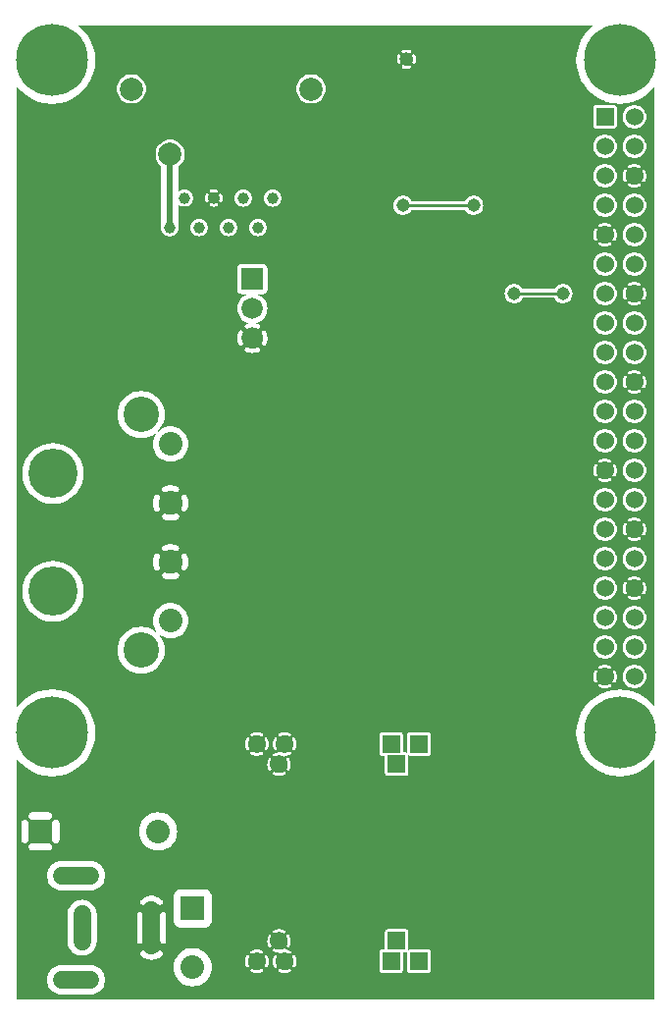
<source format=gbl>
G04 start of page 3 for group 8 layer_idx 1 *
G04 Title: Zuul, bottom_copper *
G04 Creator: pcb-rnd 2.1.1 *
G04 CreationDate: 2019-04-12 16:05:21 UTC *
G04 For:  *
G04 Format: Gerber/RS-274X *
G04 PCB-Dimensions: 220472 334646 *
G04 PCB-Coordinate-Origin: lower left *
%MOIN*%
%FSLAX25Y25*%
%LNBOTTOM_COPPER*%
%ADD58C,0.0420*%
%ADD57C,0.0354*%
%ADD56C,0.1000*%
%ADD55C,0.0630*%
%ADD54C,0.1570*%
%ADD53C,0.0380*%
%ADD52C,0.0394*%
%ADD51C,0.1083*%
%ADD50C,0.0300*%
%ADD49C,0.1260*%
%ADD48C,0.0669*%
%ADD47C,0.0720*%
%ADD46C,0.0394*%
%ADD45C,0.1200*%
%ADD44C,0.0800*%
%ADD43C,0.0594*%
%ADD42C,0.1670*%
%ADD41C,0.0600*%
%ADD40C,0.2441*%
%ADD39C,0.0450*%
%ADD38C,0.0787*%
%ADD37C,0.0200*%
%ADD36C,0.0100*%
%ADD35C,0.0001*%
G54D35*G36*
X201693Y78675D02*X202135Y78492D01*
X204386Y77951D01*
X206693Y77770D01*
X209000Y77951D01*
X211251Y78492D01*
X213389Y79377D01*
X215363Y80587D01*
X217123Y82090D01*
X218504Y83707D01*
Y1969D01*
X201693D01*
Y78675D01*
G37*
G36*
X214977Y308697D02*X215363Y308933D01*
X217123Y310436D01*
X218504Y312054D01*
Y101332D01*
X217123Y102949D01*
X215363Y104453D01*
X214977Y104689D01*
Y109396D01*
X215268Y109871D01*
X215509Y110453D01*
X215656Y111065D01*
X215693Y111693D01*
X215656Y112321D01*
X215509Y112933D01*
X215268Y113514D01*
X214977Y113990D01*
Y119396D01*
X215268Y119871D01*
X215509Y120453D01*
X215656Y121065D01*
X215693Y121693D01*
X215656Y122321D01*
X215509Y122933D01*
X215268Y123514D01*
X214977Y123990D01*
Y129396D01*
X215268Y129871D01*
X215509Y130453D01*
X215656Y131065D01*
X215693Y131693D01*
X215656Y132321D01*
X215509Y132933D01*
X215268Y133514D01*
X214977Y133990D01*
Y139562D01*
X214980Y139563D01*
X215048Y139602D01*
X215109Y139651D01*
X215162Y139710D01*
X215204Y139776D01*
X215367Y140101D01*
X215496Y140441D01*
X215594Y140791D01*
X215660Y141149D01*
X215693Y141511D01*
Y141875D01*
X215660Y142237D01*
X215594Y142595D01*
X215496Y142945D01*
X215367Y143285D01*
X215207Y143611D01*
X215165Y143678D01*
X215112Y143737D01*
X215050Y143786D01*
X214981Y143826D01*
X214977Y143828D01*
Y149396D01*
X215268Y149871D01*
X215509Y150453D01*
X215656Y151065D01*
X215693Y151693D01*
X215656Y152321D01*
X215509Y152933D01*
X215268Y153514D01*
X214977Y153990D01*
Y159562D01*
X214980Y159563D01*
X215048Y159602D01*
X215109Y159651D01*
X215162Y159710D01*
X215204Y159776D01*
X215367Y160101D01*
X215496Y160441D01*
X215594Y160791D01*
X215660Y161149D01*
X215693Y161511D01*
Y161875D01*
X215660Y162237D01*
X215594Y162595D01*
X215496Y162945D01*
X215367Y163285D01*
X215207Y163611D01*
X215165Y163678D01*
X215112Y163737D01*
X215050Y163786D01*
X214981Y163826D01*
X214977Y163828D01*
Y169396D01*
X215268Y169871D01*
X215509Y170453D01*
X215656Y171065D01*
X215693Y171693D01*
X215656Y172321D01*
X215509Y172933D01*
X215268Y173514D01*
X214977Y173990D01*
Y179396D01*
X215268Y179871D01*
X215509Y180453D01*
X215656Y181065D01*
X215693Y181693D01*
X215656Y182321D01*
X215509Y182933D01*
X215268Y183514D01*
X214977Y183990D01*
Y189396D01*
X215268Y189871D01*
X215509Y190453D01*
X215656Y191065D01*
X215693Y191693D01*
X215656Y192321D01*
X215509Y192933D01*
X215268Y193514D01*
X214977Y193990D01*
Y199396D01*
X215268Y199871D01*
X215509Y200453D01*
X215656Y201065D01*
X215693Y201693D01*
X215656Y202321D01*
X215509Y202933D01*
X215268Y203514D01*
X214977Y203990D01*
Y209562D01*
X214980Y209563D01*
X215048Y209602D01*
X215109Y209651D01*
X215162Y209710D01*
X215204Y209776D01*
X215367Y210101D01*
X215496Y210441D01*
X215594Y210791D01*
X215660Y211149D01*
X215693Y211511D01*
Y211875D01*
X215660Y212237D01*
X215594Y212595D01*
X215496Y212945D01*
X215367Y213285D01*
X215207Y213611D01*
X215165Y213678D01*
X215112Y213737D01*
X215050Y213786D01*
X214981Y213826D01*
X214977Y213828D01*
Y219396D01*
X215268Y219871D01*
X215509Y220453D01*
X215656Y221065D01*
X215693Y221693D01*
X215656Y222321D01*
X215509Y222933D01*
X215268Y223514D01*
X214977Y223990D01*
Y229396D01*
X215268Y229871D01*
X215509Y230453D01*
X215656Y231065D01*
X215693Y231693D01*
X215656Y232321D01*
X215509Y232933D01*
X215268Y233514D01*
X214977Y233990D01*
Y239562D01*
X214980Y239563D01*
X215048Y239602D01*
X215109Y239651D01*
X215162Y239710D01*
X215204Y239776D01*
X215367Y240101D01*
X215496Y240441D01*
X215594Y240791D01*
X215660Y241149D01*
X215693Y241511D01*
Y241875D01*
X215660Y242237D01*
X215594Y242595D01*
X215496Y242945D01*
X215367Y243285D01*
X215207Y243611D01*
X215165Y243678D01*
X215112Y243737D01*
X215050Y243786D01*
X214981Y243826D01*
X214977Y243828D01*
Y249396D01*
X215268Y249871D01*
X215509Y250453D01*
X215656Y251065D01*
X215693Y251693D01*
X215656Y252321D01*
X215509Y252933D01*
X215268Y253514D01*
X214977Y253990D01*
Y259396D01*
X215268Y259871D01*
X215509Y260453D01*
X215656Y261065D01*
X215693Y261693D01*
X215656Y262321D01*
X215509Y262933D01*
X215268Y263514D01*
X214977Y263990D01*
Y269396D01*
X215268Y269871D01*
X215509Y270453D01*
X215656Y271065D01*
X215693Y271693D01*
X215656Y272321D01*
X215509Y272933D01*
X215268Y273514D01*
X214977Y273990D01*
Y279562D01*
X214980Y279563D01*
X215048Y279602D01*
X215109Y279651D01*
X215162Y279710D01*
X215204Y279776D01*
X215367Y280101D01*
X215496Y280441D01*
X215594Y280791D01*
X215660Y281149D01*
X215693Y281511D01*
Y281875D01*
X215660Y282237D01*
X215594Y282595D01*
X215496Y282945D01*
X215367Y283285D01*
X215207Y283611D01*
X215165Y283678D01*
X215112Y283737D01*
X215050Y283786D01*
X214981Y283826D01*
X214977Y283828D01*
Y289396D01*
X215268Y289871D01*
X215509Y290453D01*
X215656Y291065D01*
X215693Y291693D01*
X215656Y292321D01*
X215509Y292933D01*
X215268Y293514D01*
X214977Y293990D01*
Y299396D01*
X215268Y299871D01*
X215509Y300453D01*
X215656Y301065D01*
X215693Y301693D01*
X215656Y302321D01*
X215509Y302933D01*
X215268Y303514D01*
X214977Y303990D01*
Y308697D01*
G37*
G36*
Y293990D02*X214939Y294051D01*
X214530Y294530D01*
X214051Y294939D01*
X213514Y295268D01*
X212933Y295509D01*
X212321Y295656D01*
X211693Y295705D01*
X211687Y295705D01*
Y297681D01*
X211693Y297681D01*
X212321Y297730D01*
X212933Y297877D01*
X213514Y298118D01*
X214051Y298447D01*
X214530Y298856D01*
X214939Y299335D01*
X214977Y299396D01*
Y293990D01*
G37*
G36*
Y273990D02*X214939Y274051D01*
X214530Y274530D01*
X214051Y274939D01*
X213514Y275268D01*
X212933Y275509D01*
X212321Y275656D01*
X211693Y275705D01*
X211687Y275705D01*
Y277693D01*
X211875D01*
X212237Y277726D01*
X212595Y277792D01*
X212945Y277890D01*
X213285Y278019D01*
X213611Y278178D01*
X213678Y278221D01*
X213737Y278274D01*
X213786Y278336D01*
X213826Y278405D01*
X213854Y278479D01*
X213870Y278556D01*
X213874Y278635D01*
X213866Y278714D01*
X213845Y278790D01*
X213813Y278863D01*
X213770Y278929D01*
X213716Y278988D01*
X213655Y279037D01*
X213586Y279077D01*
X213512Y279105D01*
X213435Y279121D01*
X213356Y279125D01*
X213277Y279117D01*
X213200Y279096D01*
X213129Y279062D01*
X212886Y278940D01*
X212631Y278843D01*
X212368Y278770D01*
X212100Y278721D01*
X211829Y278696D01*
X211687D01*
Y284690D01*
X211829D01*
X212100Y284665D01*
X212368Y284616D01*
X212631Y284543D01*
X212886Y284446D01*
X213130Y284326D01*
X213201Y284293D01*
X213277Y284272D01*
X213356Y284264D01*
X213434Y284268D01*
X213511Y284284D01*
X213585Y284312D01*
X213653Y284351D01*
X213714Y284400D01*
X213767Y284459D01*
X213810Y284525D01*
X213842Y284596D01*
X213863Y284672D01*
X213871Y284751D01*
X213867Y284829D01*
X213851Y284906D01*
X213823Y284980D01*
X213784Y285048D01*
X213735Y285109D01*
X213676Y285162D01*
X213609Y285204D01*
X213285Y285367D01*
X212945Y285496D01*
X212595Y285594D01*
X212237Y285660D01*
X211875Y285693D01*
X211687D01*
Y287681D01*
X211693Y287681D01*
X212321Y287730D01*
X212933Y287877D01*
X213514Y288118D01*
X214051Y288447D01*
X214530Y288856D01*
X214939Y289335D01*
X214977Y289396D01*
Y283828D01*
X214907Y283854D01*
X214830Y283870D01*
X214751Y283874D01*
X214672Y283866D01*
X214595Y283845D01*
X214523Y283813D01*
X214457Y283770D01*
X214398Y283716D01*
X214348Y283655D01*
X214309Y283586D01*
X214281Y283512D01*
X214265Y283435D01*
X214261Y283356D01*
X214269Y283277D01*
X214290Y283200D01*
X214323Y283129D01*
X214446Y282886D01*
X214543Y282631D01*
X214616Y282368D01*
X214665Y282100D01*
X214690Y281829D01*
Y281557D01*
X214665Y281285D01*
X214616Y281017D01*
X214543Y280755D01*
X214446Y280500D01*
X214326Y280255D01*
X214293Y280184D01*
X214272Y280108D01*
X214264Y280030D01*
X214268Y279952D01*
X214284Y279875D01*
X214312Y279801D01*
X214351Y279733D01*
X214400Y279671D01*
X214459Y279619D01*
X214525Y279576D01*
X214596Y279544D01*
X214672Y279523D01*
X214751Y279515D01*
X214829Y279519D01*
X214906Y279535D01*
X214977Y279562D01*
Y273990D01*
G37*
G36*
Y263990D02*X214939Y264051D01*
X214530Y264530D01*
X214051Y264939D01*
X213514Y265268D01*
X212933Y265509D01*
X212321Y265656D01*
X211693Y265705D01*
X211687Y265705D01*
Y267681D01*
X211693Y267681D01*
X212321Y267730D01*
X212933Y267877D01*
X213514Y268118D01*
X214051Y268447D01*
X214530Y268856D01*
X214939Y269335D01*
X214977Y269396D01*
Y263990D01*
G37*
G36*
Y253990D02*X214939Y254051D01*
X214530Y254530D01*
X214051Y254939D01*
X213514Y255268D01*
X212933Y255509D01*
X212321Y255656D01*
X211693Y255705D01*
X211687Y255705D01*
Y257681D01*
X211693Y257681D01*
X212321Y257730D01*
X212933Y257877D01*
X213514Y258118D01*
X214051Y258447D01*
X214530Y258856D01*
X214939Y259335D01*
X214977Y259396D01*
Y253990D01*
G37*
G36*
Y233990D02*X214939Y234051D01*
X214530Y234530D01*
X214051Y234939D01*
X213514Y235268D01*
X212933Y235509D01*
X212321Y235656D01*
X211693Y235705D01*
X211687Y235705D01*
Y237693D01*
X211875D01*
X212237Y237726D01*
X212595Y237792D01*
X212945Y237890D01*
X213285Y238019D01*
X213611Y238178D01*
X213678Y238221D01*
X213737Y238274D01*
X213786Y238336D01*
X213826Y238405D01*
X213854Y238479D01*
X213870Y238556D01*
X213874Y238635D01*
X213866Y238714D01*
X213845Y238790D01*
X213813Y238863D01*
X213770Y238929D01*
X213716Y238988D01*
X213655Y239037D01*
X213586Y239077D01*
X213512Y239105D01*
X213435Y239121D01*
X213356Y239125D01*
X213277Y239117D01*
X213200Y239096D01*
X213129Y239062D01*
X212886Y238940D01*
X212631Y238843D01*
X212368Y238770D01*
X212100Y238721D01*
X211829Y238696D01*
X211687D01*
Y244690D01*
X211829D01*
X212100Y244665D01*
X212368Y244616D01*
X212631Y244543D01*
X212886Y244446D01*
X213130Y244326D01*
X213201Y244293D01*
X213277Y244272D01*
X213356Y244264D01*
X213434Y244268D01*
X213511Y244284D01*
X213585Y244312D01*
X213653Y244351D01*
X213714Y244400D01*
X213767Y244459D01*
X213810Y244525D01*
X213842Y244596D01*
X213863Y244672D01*
X213871Y244751D01*
X213867Y244829D01*
X213851Y244906D01*
X213823Y244980D01*
X213784Y245048D01*
X213735Y245109D01*
X213676Y245162D01*
X213609Y245204D01*
X213285Y245367D01*
X212945Y245496D01*
X212595Y245594D01*
X212237Y245660D01*
X211875Y245693D01*
X211687D01*
Y247681D01*
X211693Y247681D01*
X212321Y247730D01*
X212933Y247877D01*
X213514Y248118D01*
X214051Y248447D01*
X214530Y248856D01*
X214939Y249335D01*
X214977Y249396D01*
Y243828D01*
X214907Y243854D01*
X214830Y243870D01*
X214751Y243874D01*
X214672Y243866D01*
X214595Y243845D01*
X214523Y243813D01*
X214457Y243770D01*
X214398Y243716D01*
X214348Y243655D01*
X214309Y243586D01*
X214281Y243512D01*
X214265Y243435D01*
X214261Y243356D01*
X214269Y243277D01*
X214290Y243200D01*
X214323Y243129D01*
X214446Y242886D01*
X214543Y242631D01*
X214616Y242368D01*
X214665Y242100D01*
X214690Y241829D01*
Y241557D01*
X214665Y241285D01*
X214616Y241017D01*
X214543Y240755D01*
X214446Y240500D01*
X214326Y240255D01*
X214293Y240184D01*
X214272Y240108D01*
X214264Y240030D01*
X214268Y239952D01*
X214284Y239875D01*
X214312Y239801D01*
X214351Y239733D01*
X214400Y239671D01*
X214459Y239619D01*
X214525Y239576D01*
X214596Y239544D01*
X214672Y239523D01*
X214751Y239515D01*
X214829Y239519D01*
X214906Y239535D01*
X214977Y239562D01*
Y233990D01*
G37*
G36*
Y223990D02*X214939Y224051D01*
X214530Y224530D01*
X214051Y224939D01*
X213514Y225268D01*
X212933Y225509D01*
X212321Y225656D01*
X211693Y225705D01*
X211687Y225705D01*
Y227681D01*
X211693Y227681D01*
X212321Y227730D01*
X212933Y227877D01*
X213514Y228118D01*
X214051Y228447D01*
X214530Y228856D01*
X214939Y229335D01*
X214977Y229396D01*
Y223990D01*
G37*
G36*
Y203990D02*X214939Y204051D01*
X214530Y204530D01*
X214051Y204939D01*
X213514Y205268D01*
X212933Y205509D01*
X212321Y205656D01*
X211693Y205705D01*
X211687Y205705D01*
Y207693D01*
X211875D01*
X212237Y207726D01*
X212595Y207792D01*
X212945Y207890D01*
X213285Y208019D01*
X213611Y208178D01*
X213678Y208221D01*
X213737Y208274D01*
X213786Y208336D01*
X213826Y208405D01*
X213854Y208479D01*
X213870Y208556D01*
X213874Y208635D01*
X213866Y208714D01*
X213845Y208790D01*
X213813Y208863D01*
X213770Y208929D01*
X213716Y208988D01*
X213655Y209037D01*
X213586Y209077D01*
X213512Y209105D01*
X213435Y209121D01*
X213356Y209125D01*
X213277Y209117D01*
X213200Y209096D01*
X213129Y209062D01*
X212886Y208940D01*
X212631Y208843D01*
X212368Y208770D01*
X212100Y208721D01*
X211829Y208696D01*
X211687D01*
Y214690D01*
X211829D01*
X212100Y214665D01*
X212368Y214616D01*
X212631Y214543D01*
X212886Y214446D01*
X213130Y214326D01*
X213201Y214293D01*
X213277Y214272D01*
X213356Y214264D01*
X213434Y214268D01*
X213511Y214284D01*
X213585Y214312D01*
X213653Y214351D01*
X213714Y214400D01*
X213767Y214459D01*
X213810Y214525D01*
X213842Y214596D01*
X213863Y214672D01*
X213871Y214751D01*
X213867Y214829D01*
X213851Y214906D01*
X213823Y214980D01*
X213784Y215048D01*
X213735Y215109D01*
X213676Y215162D01*
X213609Y215204D01*
X213285Y215367D01*
X212945Y215496D01*
X212595Y215594D01*
X212237Y215660D01*
X211875Y215693D01*
X211687D01*
Y217681D01*
X211693Y217681D01*
X212321Y217730D01*
X212933Y217877D01*
X213514Y218118D01*
X214051Y218447D01*
X214530Y218856D01*
X214939Y219335D01*
X214977Y219396D01*
Y213828D01*
X214907Y213854D01*
X214830Y213870D01*
X214751Y213874D01*
X214672Y213866D01*
X214595Y213845D01*
X214523Y213813D01*
X214457Y213770D01*
X214398Y213716D01*
X214348Y213655D01*
X214309Y213586D01*
X214281Y213512D01*
X214265Y213435D01*
X214261Y213356D01*
X214269Y213277D01*
X214290Y213200D01*
X214323Y213129D01*
X214446Y212886D01*
X214543Y212631D01*
X214616Y212368D01*
X214665Y212100D01*
X214690Y211829D01*
Y211557D01*
X214665Y211285D01*
X214616Y211017D01*
X214543Y210755D01*
X214446Y210500D01*
X214326Y210255D01*
X214293Y210184D01*
X214272Y210108D01*
X214264Y210030D01*
X214268Y209952D01*
X214284Y209875D01*
X214312Y209801D01*
X214351Y209733D01*
X214400Y209671D01*
X214459Y209619D01*
X214525Y209576D01*
X214596Y209544D01*
X214672Y209523D01*
X214751Y209515D01*
X214829Y209519D01*
X214906Y209535D01*
X214977Y209562D01*
Y203990D01*
G37*
G36*
Y193990D02*X214939Y194051D01*
X214530Y194530D01*
X214051Y194939D01*
X213514Y195268D01*
X212933Y195509D01*
X212321Y195656D01*
X211693Y195705D01*
X211687Y195705D01*
Y197681D01*
X211693Y197681D01*
X212321Y197730D01*
X212933Y197877D01*
X213514Y198118D01*
X214051Y198447D01*
X214530Y198856D01*
X214939Y199335D01*
X214977Y199396D01*
Y193990D01*
G37*
G36*
Y183990D02*X214939Y184051D01*
X214530Y184530D01*
X214051Y184939D01*
X213514Y185268D01*
X212933Y185509D01*
X212321Y185656D01*
X211693Y185705D01*
X211687Y185705D01*
Y187681D01*
X211693Y187681D01*
X212321Y187730D01*
X212933Y187877D01*
X213514Y188118D01*
X214051Y188447D01*
X214530Y188856D01*
X214939Y189335D01*
X214977Y189396D01*
Y183990D01*
G37*
G36*
Y173990D02*X214939Y174051D01*
X214530Y174530D01*
X214051Y174939D01*
X213514Y175268D01*
X212933Y175509D01*
X212321Y175656D01*
X211693Y175705D01*
X211687Y175705D01*
Y177681D01*
X211693Y177681D01*
X212321Y177730D01*
X212933Y177877D01*
X213514Y178118D01*
X214051Y178447D01*
X214530Y178856D01*
X214939Y179335D01*
X214977Y179396D01*
Y173990D01*
G37*
G36*
Y153990D02*X214939Y154051D01*
X214530Y154530D01*
X214051Y154939D01*
X213514Y155268D01*
X212933Y155509D01*
X212321Y155656D01*
X211693Y155705D01*
X211687Y155705D01*
Y157693D01*
X211875D01*
X212237Y157726D01*
X212595Y157792D01*
X212945Y157890D01*
X213285Y158019D01*
X213611Y158178D01*
X213678Y158221D01*
X213737Y158274D01*
X213786Y158336D01*
X213826Y158405D01*
X213854Y158479D01*
X213870Y158556D01*
X213874Y158635D01*
X213866Y158714D01*
X213845Y158790D01*
X213813Y158863D01*
X213770Y158929D01*
X213716Y158988D01*
X213655Y159037D01*
X213586Y159077D01*
X213512Y159105D01*
X213435Y159121D01*
X213356Y159125D01*
X213277Y159117D01*
X213200Y159096D01*
X213129Y159062D01*
X212886Y158940D01*
X212631Y158843D01*
X212368Y158770D01*
X212100Y158721D01*
X211829Y158696D01*
X211687D01*
Y164690D01*
X211829D01*
X212100Y164665D01*
X212368Y164616D01*
X212631Y164543D01*
X212886Y164446D01*
X213130Y164326D01*
X213201Y164293D01*
X213277Y164272D01*
X213356Y164264D01*
X213434Y164268D01*
X213511Y164284D01*
X213585Y164312D01*
X213653Y164351D01*
X213714Y164400D01*
X213767Y164459D01*
X213810Y164525D01*
X213842Y164596D01*
X213863Y164672D01*
X213871Y164751D01*
X213867Y164829D01*
X213851Y164906D01*
X213823Y164980D01*
X213784Y165048D01*
X213735Y165109D01*
X213676Y165162D01*
X213609Y165204D01*
X213285Y165367D01*
X212945Y165496D01*
X212595Y165594D01*
X212237Y165660D01*
X211875Y165693D01*
X211687D01*
Y167681D01*
X211693Y167681D01*
X212321Y167730D01*
X212933Y167877D01*
X213514Y168118D01*
X214051Y168447D01*
X214530Y168856D01*
X214939Y169335D01*
X214977Y169396D01*
Y163828D01*
X214907Y163854D01*
X214830Y163870D01*
X214751Y163874D01*
X214672Y163866D01*
X214595Y163845D01*
X214523Y163813D01*
X214457Y163770D01*
X214398Y163716D01*
X214348Y163655D01*
X214309Y163586D01*
X214281Y163512D01*
X214265Y163435D01*
X214261Y163356D01*
X214269Y163277D01*
X214290Y163200D01*
X214323Y163129D01*
X214446Y162886D01*
X214543Y162631D01*
X214616Y162368D01*
X214665Y162100D01*
X214690Y161829D01*
Y161557D01*
X214665Y161285D01*
X214616Y161017D01*
X214543Y160755D01*
X214446Y160500D01*
X214326Y160255D01*
X214293Y160184D01*
X214272Y160108D01*
X214264Y160030D01*
X214268Y159952D01*
X214284Y159875D01*
X214312Y159801D01*
X214351Y159733D01*
X214400Y159671D01*
X214459Y159619D01*
X214525Y159576D01*
X214596Y159544D01*
X214672Y159523D01*
X214751Y159515D01*
X214829Y159519D01*
X214906Y159535D01*
X214977Y159562D01*
Y153990D01*
G37*
G36*
Y133990D02*X214939Y134051D01*
X214530Y134530D01*
X214051Y134939D01*
X213514Y135268D01*
X212933Y135509D01*
X212321Y135656D01*
X211693Y135705D01*
X211687Y135705D01*
Y137693D01*
X211875D01*
X212237Y137726D01*
X212595Y137792D01*
X212945Y137890D01*
X213285Y138019D01*
X213611Y138178D01*
X213678Y138221D01*
X213737Y138274D01*
X213786Y138336D01*
X213826Y138405D01*
X213854Y138479D01*
X213870Y138556D01*
X213874Y138635D01*
X213866Y138714D01*
X213845Y138790D01*
X213813Y138863D01*
X213770Y138929D01*
X213716Y138988D01*
X213655Y139037D01*
X213586Y139077D01*
X213512Y139105D01*
X213435Y139121D01*
X213356Y139125D01*
X213277Y139117D01*
X213200Y139096D01*
X213129Y139062D01*
X212886Y138940D01*
X212631Y138843D01*
X212368Y138770D01*
X212100Y138721D01*
X211829Y138696D01*
X211687D01*
Y144690D01*
X211829D01*
X212100Y144665D01*
X212368Y144616D01*
X212631Y144543D01*
X212886Y144446D01*
X213130Y144326D01*
X213201Y144293D01*
X213277Y144272D01*
X213356Y144264D01*
X213434Y144268D01*
X213511Y144284D01*
X213585Y144312D01*
X213653Y144351D01*
X213714Y144400D01*
X213767Y144459D01*
X213810Y144525D01*
X213842Y144596D01*
X213863Y144672D01*
X213871Y144751D01*
X213867Y144829D01*
X213851Y144906D01*
X213823Y144980D01*
X213784Y145048D01*
X213735Y145109D01*
X213676Y145162D01*
X213609Y145204D01*
X213285Y145367D01*
X212945Y145496D01*
X212595Y145594D01*
X212237Y145660D01*
X211875Y145693D01*
X211687D01*
Y147681D01*
X211693Y147681D01*
X212321Y147730D01*
X212933Y147877D01*
X213514Y148118D01*
X214051Y148447D01*
X214530Y148856D01*
X214939Y149335D01*
X214977Y149396D01*
Y143828D01*
X214907Y143854D01*
X214830Y143870D01*
X214751Y143874D01*
X214672Y143866D01*
X214595Y143845D01*
X214523Y143813D01*
X214457Y143770D01*
X214398Y143716D01*
X214348Y143655D01*
X214309Y143586D01*
X214281Y143512D01*
X214265Y143435D01*
X214261Y143356D01*
X214269Y143277D01*
X214290Y143200D01*
X214323Y143129D01*
X214446Y142886D01*
X214543Y142631D01*
X214616Y142368D01*
X214665Y142100D01*
X214690Y141829D01*
Y141557D01*
X214665Y141285D01*
X214616Y141017D01*
X214543Y140755D01*
X214446Y140500D01*
X214326Y140255D01*
X214293Y140184D01*
X214272Y140108D01*
X214264Y140030D01*
X214268Y139952D01*
X214284Y139875D01*
X214312Y139801D01*
X214351Y139733D01*
X214400Y139671D01*
X214459Y139619D01*
X214525Y139576D01*
X214596Y139544D01*
X214672Y139523D01*
X214751Y139515D01*
X214829Y139519D01*
X214906Y139535D01*
X214977Y139562D01*
Y133990D01*
G37*
G36*
Y123990D02*X214939Y124051D01*
X214530Y124530D01*
X214051Y124939D01*
X213514Y125268D01*
X212933Y125509D01*
X212321Y125656D01*
X211693Y125705D01*
X211687Y125705D01*
Y127681D01*
X211693Y127681D01*
X212321Y127730D01*
X212933Y127877D01*
X213514Y128118D01*
X214051Y128447D01*
X214530Y128856D01*
X214939Y129335D01*
X214977Y129396D01*
Y123990D01*
G37*
G36*
Y113990D02*X214939Y114051D01*
X214530Y114530D01*
X214051Y114939D01*
X213514Y115268D01*
X212933Y115509D01*
X212321Y115656D01*
X211693Y115705D01*
X211687Y115705D01*
Y117681D01*
X211693Y117681D01*
X212321Y117730D01*
X212933Y117877D01*
X213514Y118118D01*
X214051Y118447D01*
X214530Y118856D01*
X214939Y119335D01*
X214977Y119396D01*
Y113990D01*
G37*
G36*
Y104689D02*X213389Y105662D01*
X211687Y106367D01*
Y107681D01*
X211693Y107681D01*
X212321Y107730D01*
X212933Y107877D01*
X213514Y108118D01*
X214051Y108447D01*
X214530Y108856D01*
X214939Y109335D01*
X214977Y109396D01*
Y104689D01*
G37*
G36*
X211687Y307019D02*X213389Y307724D01*
X214977Y308697D01*
Y303990D01*
X214939Y304051D01*
X214530Y304530D01*
X214051Y304939D01*
X213514Y305268D01*
X212933Y305509D01*
X212321Y305656D01*
X211693Y305705D01*
X211687Y305705D01*
Y307019D01*
G37*
G36*
X208409Y109396D02*X208447Y109335D01*
X208856Y108856D01*
X209335Y108447D01*
X209871Y108118D01*
X210453Y107877D01*
X211065Y107730D01*
X211687Y107681D01*
Y106367D01*
X211251Y106548D01*
X209000Y107088D01*
X208409Y107134D01*
Y109396D01*
G37*
G36*
Y119396D02*X208447Y119335D01*
X208856Y118856D01*
X209335Y118447D01*
X209871Y118118D01*
X210453Y117877D01*
X211065Y117730D01*
X211687Y117681D01*
Y115705D01*
X211065Y115656D01*
X210453Y115509D01*
X209871Y115268D01*
X209335Y114939D01*
X208856Y114530D01*
X208447Y114051D01*
X208409Y113990D01*
Y119396D01*
G37*
G36*
Y129396D02*X208447Y129335D01*
X208856Y128856D01*
X209335Y128447D01*
X209871Y128118D01*
X210453Y127877D01*
X211065Y127730D01*
X211687Y127681D01*
Y125705D01*
X211065Y125656D01*
X210453Y125509D01*
X209871Y125268D01*
X209335Y124939D01*
X208856Y124530D01*
X208447Y124051D01*
X208409Y123990D01*
Y129396D01*
G37*
G36*
Y149396D02*X208447Y149335D01*
X208856Y148856D01*
X209335Y148447D01*
X209871Y148118D01*
X210453Y147877D01*
X211065Y147730D01*
X211687Y147681D01*
Y145693D01*
X211511D01*
X211149Y145660D01*
X210791Y145594D01*
X210441Y145496D01*
X210101Y145367D01*
X209774Y145207D01*
X209708Y145165D01*
X209649Y145112D01*
X209599Y145050D01*
X209560Y144981D01*
X209532Y144907D01*
X209515Y144830D01*
X209511Y144751D01*
X209520Y144672D01*
X209541Y144595D01*
X209573Y144523D01*
X209616Y144457D01*
X209669Y144398D01*
X209731Y144348D01*
X209800Y144309D01*
X209874Y144281D01*
X209951Y144265D01*
X210030Y144261D01*
X210109Y144269D01*
X210185Y144290D01*
X210257Y144323D01*
X210500Y144446D01*
X210755Y144543D01*
X211017Y144616D01*
X211285Y144665D01*
X211557Y144690D01*
X211687D01*
Y138696D01*
X211557D01*
X211285Y138721D01*
X211017Y138770D01*
X210755Y138843D01*
X210500Y138940D01*
X210255Y139060D01*
X210184Y139093D01*
X210108Y139114D01*
X210030Y139122D01*
X209952Y139118D01*
X209875Y139102D01*
X209801Y139074D01*
X209733Y139035D01*
X209671Y138985D01*
X209619Y138927D01*
X209576Y138861D01*
X209544Y138789D01*
X209523Y138713D01*
X209515Y138635D01*
X209519Y138557D01*
X209535Y138479D01*
X209563Y138406D01*
X209602Y138338D01*
X209651Y138276D01*
X209710Y138224D01*
X209776Y138182D01*
X210101Y138019D01*
X210441Y137890D01*
X210791Y137792D01*
X211149Y137726D01*
X211511Y137693D01*
X211687D01*
Y135705D01*
X211065Y135656D01*
X210453Y135509D01*
X209871Y135268D01*
X209335Y134939D01*
X208856Y134530D01*
X208447Y134051D01*
X208409Y133990D01*
Y139558D01*
X208479Y139532D01*
X208556Y139515D01*
X208635Y139511D01*
X208714Y139520D01*
X208790Y139541D01*
X208863Y139573D01*
X208929Y139616D01*
X208988Y139669D01*
X209037Y139731D01*
X209077Y139800D01*
X209105Y139874D01*
X209121Y139951D01*
X209125Y140030D01*
X209117Y140109D01*
X209096Y140185D01*
X209062Y140257D01*
X208940Y140500D01*
X208843Y140755D01*
X208770Y141017D01*
X208721Y141285D01*
X208696Y141557D01*
Y141829D01*
X208721Y142100D01*
X208770Y142368D01*
X208843Y142631D01*
X208940Y142886D01*
X209060Y143130D01*
X209093Y143201D01*
X209114Y143277D01*
X209122Y143356D01*
X209118Y143434D01*
X209102Y143511D01*
X209074Y143585D01*
X209035Y143653D01*
X208985Y143714D01*
X208927Y143767D01*
X208861Y143810D01*
X208789Y143842D01*
X208713Y143863D01*
X208635Y143871D01*
X208557Y143867D01*
X208479Y143851D01*
X208409Y143824D01*
Y149396D01*
G37*
G36*
Y169396D02*X208447Y169335D01*
X208856Y168856D01*
X209335Y168447D01*
X209871Y168118D01*
X210453Y167877D01*
X211065Y167730D01*
X211687Y167681D01*
Y165693D01*
X211511D01*
X211149Y165660D01*
X210791Y165594D01*
X210441Y165496D01*
X210101Y165367D01*
X209774Y165207D01*
X209708Y165165D01*
X209649Y165112D01*
X209599Y165050D01*
X209560Y164981D01*
X209532Y164907D01*
X209515Y164830D01*
X209511Y164751D01*
X209520Y164672D01*
X209541Y164595D01*
X209573Y164523D01*
X209616Y164457D01*
X209669Y164398D01*
X209731Y164348D01*
X209800Y164309D01*
X209874Y164281D01*
X209951Y164265D01*
X210030Y164261D01*
X210109Y164269D01*
X210185Y164290D01*
X210257Y164323D01*
X210500Y164446D01*
X210755Y164543D01*
X211017Y164616D01*
X211285Y164665D01*
X211557Y164690D01*
X211687D01*
Y158696D01*
X211557D01*
X211285Y158721D01*
X211017Y158770D01*
X210755Y158843D01*
X210500Y158940D01*
X210255Y159060D01*
X210184Y159093D01*
X210108Y159114D01*
X210030Y159122D01*
X209952Y159118D01*
X209875Y159102D01*
X209801Y159074D01*
X209733Y159035D01*
X209671Y158985D01*
X209619Y158927D01*
X209576Y158861D01*
X209544Y158789D01*
X209523Y158713D01*
X209515Y158635D01*
X209519Y158557D01*
X209535Y158479D01*
X209563Y158406D01*
X209602Y158338D01*
X209651Y158276D01*
X209710Y158224D01*
X209776Y158182D01*
X210101Y158019D01*
X210441Y157890D01*
X210791Y157792D01*
X211149Y157726D01*
X211511Y157693D01*
X211687D01*
Y155705D01*
X211065Y155656D01*
X210453Y155509D01*
X209871Y155268D01*
X209335Y154939D01*
X208856Y154530D01*
X208447Y154051D01*
X208409Y153990D01*
Y159558D01*
X208479Y159532D01*
X208556Y159515D01*
X208635Y159511D01*
X208714Y159520D01*
X208790Y159541D01*
X208863Y159573D01*
X208929Y159616D01*
X208988Y159669D01*
X209037Y159731D01*
X209077Y159800D01*
X209105Y159874D01*
X209121Y159951D01*
X209125Y160030D01*
X209117Y160109D01*
X209096Y160185D01*
X209062Y160257D01*
X208940Y160500D01*
X208843Y160755D01*
X208770Y161017D01*
X208721Y161285D01*
X208696Y161557D01*
Y161829D01*
X208721Y162100D01*
X208770Y162368D01*
X208843Y162631D01*
X208940Y162886D01*
X209060Y163130D01*
X209093Y163201D01*
X209114Y163277D01*
X209122Y163356D01*
X209118Y163434D01*
X209102Y163511D01*
X209074Y163585D01*
X209035Y163653D01*
X208985Y163714D01*
X208927Y163767D01*
X208861Y163810D01*
X208789Y163842D01*
X208713Y163863D01*
X208635Y163871D01*
X208557Y163867D01*
X208479Y163851D01*
X208409Y163824D01*
Y169396D01*
G37*
G36*
Y179396D02*X208447Y179335D01*
X208856Y178856D01*
X209335Y178447D01*
X209871Y178118D01*
X210453Y177877D01*
X211065Y177730D01*
X211687Y177681D01*
Y175705D01*
X211065Y175656D01*
X210453Y175509D01*
X209871Y175268D01*
X209335Y174939D01*
X208856Y174530D01*
X208447Y174051D01*
X208409Y173990D01*
Y179396D01*
G37*
G36*
Y189396D02*X208447Y189335D01*
X208856Y188856D01*
X209335Y188447D01*
X209871Y188118D01*
X210453Y187877D01*
X211065Y187730D01*
X211687Y187681D01*
Y185705D01*
X211065Y185656D01*
X210453Y185509D01*
X209871Y185268D01*
X209335Y184939D01*
X208856Y184530D01*
X208447Y184051D01*
X208409Y183990D01*
Y189396D01*
G37*
G36*
Y199396D02*X208447Y199335D01*
X208856Y198856D01*
X209335Y198447D01*
X209871Y198118D01*
X210453Y197877D01*
X211065Y197730D01*
X211687Y197681D01*
Y195705D01*
X211065Y195656D01*
X210453Y195509D01*
X209871Y195268D01*
X209335Y194939D01*
X208856Y194530D01*
X208447Y194051D01*
X208409Y193990D01*
Y199396D01*
G37*
G36*
Y219396D02*X208447Y219335D01*
X208856Y218856D01*
X209335Y218447D01*
X209871Y218118D01*
X210453Y217877D01*
X211065Y217730D01*
X211687Y217681D01*
Y215693D01*
X211511D01*
X211149Y215660D01*
X210791Y215594D01*
X210441Y215496D01*
X210101Y215367D01*
X209774Y215207D01*
X209708Y215165D01*
X209649Y215112D01*
X209599Y215050D01*
X209560Y214981D01*
X209532Y214907D01*
X209515Y214830D01*
X209511Y214751D01*
X209520Y214672D01*
X209541Y214595D01*
X209573Y214523D01*
X209616Y214457D01*
X209669Y214398D01*
X209731Y214348D01*
X209800Y214309D01*
X209874Y214281D01*
X209951Y214265D01*
X210030Y214261D01*
X210109Y214269D01*
X210185Y214290D01*
X210257Y214323D01*
X210500Y214446D01*
X210755Y214543D01*
X211017Y214616D01*
X211285Y214665D01*
X211557Y214690D01*
X211687D01*
Y208696D01*
X211557D01*
X211285Y208721D01*
X211017Y208770D01*
X210755Y208843D01*
X210500Y208940D01*
X210255Y209060D01*
X210184Y209093D01*
X210108Y209114D01*
X210030Y209122D01*
X209952Y209118D01*
X209875Y209102D01*
X209801Y209074D01*
X209733Y209035D01*
X209671Y208985D01*
X209619Y208927D01*
X209576Y208861D01*
X209544Y208789D01*
X209523Y208713D01*
X209515Y208635D01*
X209519Y208557D01*
X209535Y208479D01*
X209563Y208406D01*
X209602Y208338D01*
X209651Y208276D01*
X209710Y208224D01*
X209776Y208182D01*
X210101Y208019D01*
X210441Y207890D01*
X210791Y207792D01*
X211149Y207726D01*
X211511Y207693D01*
X211687D01*
Y205705D01*
X211065Y205656D01*
X210453Y205509D01*
X209871Y205268D01*
X209335Y204939D01*
X208856Y204530D01*
X208447Y204051D01*
X208409Y203990D01*
Y209558D01*
X208479Y209532D01*
X208556Y209515D01*
X208635Y209511D01*
X208714Y209520D01*
X208790Y209541D01*
X208863Y209573D01*
X208929Y209616D01*
X208988Y209669D01*
X209037Y209731D01*
X209077Y209800D01*
X209105Y209874D01*
X209121Y209951D01*
X209125Y210030D01*
X209117Y210109D01*
X209096Y210185D01*
X209062Y210257D01*
X208940Y210500D01*
X208843Y210755D01*
X208770Y211017D01*
X208721Y211285D01*
X208696Y211557D01*
Y211829D01*
X208721Y212100D01*
X208770Y212368D01*
X208843Y212631D01*
X208940Y212886D01*
X209060Y213130D01*
X209093Y213201D01*
X209114Y213277D01*
X209122Y213356D01*
X209118Y213434D01*
X209102Y213511D01*
X209074Y213585D01*
X209035Y213653D01*
X208985Y213714D01*
X208927Y213767D01*
X208861Y213810D01*
X208789Y213842D01*
X208713Y213863D01*
X208635Y213871D01*
X208557Y213867D01*
X208479Y213851D01*
X208409Y213824D01*
Y219396D01*
G37*
G36*
Y229396D02*X208447Y229335D01*
X208856Y228856D01*
X209335Y228447D01*
X209871Y228118D01*
X210453Y227877D01*
X211065Y227730D01*
X211687Y227681D01*
Y225705D01*
X211065Y225656D01*
X210453Y225509D01*
X209871Y225268D01*
X209335Y224939D01*
X208856Y224530D01*
X208447Y224051D01*
X208409Y223990D01*
Y229396D01*
G37*
G36*
Y249396D02*X208447Y249335D01*
X208856Y248856D01*
X209335Y248447D01*
X209871Y248118D01*
X210453Y247877D01*
X211065Y247730D01*
X211687Y247681D01*
Y245693D01*
X211511D01*
X211149Y245660D01*
X210791Y245594D01*
X210441Y245496D01*
X210101Y245367D01*
X209774Y245207D01*
X209708Y245165D01*
X209649Y245112D01*
X209599Y245050D01*
X209560Y244981D01*
X209532Y244907D01*
X209515Y244830D01*
X209511Y244751D01*
X209520Y244672D01*
X209541Y244595D01*
X209573Y244523D01*
X209616Y244457D01*
X209669Y244398D01*
X209731Y244348D01*
X209800Y244309D01*
X209874Y244281D01*
X209951Y244265D01*
X210030Y244261D01*
X210109Y244269D01*
X210185Y244290D01*
X210257Y244323D01*
X210500Y244446D01*
X210755Y244543D01*
X211017Y244616D01*
X211285Y244665D01*
X211557Y244690D01*
X211687D01*
Y238696D01*
X211557D01*
X211285Y238721D01*
X211017Y238770D01*
X210755Y238843D01*
X210500Y238940D01*
X210255Y239060D01*
X210184Y239093D01*
X210108Y239114D01*
X210030Y239122D01*
X209952Y239118D01*
X209875Y239102D01*
X209801Y239074D01*
X209733Y239035D01*
X209671Y238985D01*
X209619Y238927D01*
X209576Y238861D01*
X209544Y238789D01*
X209523Y238713D01*
X209515Y238635D01*
X209519Y238557D01*
X209535Y238479D01*
X209563Y238406D01*
X209602Y238338D01*
X209651Y238276D01*
X209710Y238224D01*
X209776Y238182D01*
X210101Y238019D01*
X210441Y237890D01*
X210791Y237792D01*
X211149Y237726D01*
X211511Y237693D01*
X211687D01*
Y235705D01*
X211065Y235656D01*
X210453Y235509D01*
X209871Y235268D01*
X209335Y234939D01*
X208856Y234530D01*
X208447Y234051D01*
X208409Y233990D01*
Y239558D01*
X208479Y239532D01*
X208556Y239515D01*
X208635Y239511D01*
X208714Y239520D01*
X208790Y239541D01*
X208863Y239573D01*
X208929Y239616D01*
X208988Y239669D01*
X209037Y239731D01*
X209077Y239800D01*
X209105Y239874D01*
X209121Y239951D01*
X209125Y240030D01*
X209117Y240109D01*
X209096Y240185D01*
X209062Y240257D01*
X208940Y240500D01*
X208843Y240755D01*
X208770Y241017D01*
X208721Y241285D01*
X208696Y241557D01*
Y241829D01*
X208721Y242100D01*
X208770Y242368D01*
X208843Y242631D01*
X208940Y242886D01*
X209060Y243130D01*
X209093Y243201D01*
X209114Y243277D01*
X209122Y243356D01*
X209118Y243434D01*
X209102Y243511D01*
X209074Y243585D01*
X209035Y243653D01*
X208985Y243714D01*
X208927Y243767D01*
X208861Y243810D01*
X208789Y243842D01*
X208713Y243863D01*
X208635Y243871D01*
X208557Y243867D01*
X208479Y243851D01*
X208409Y243824D01*
Y249396D01*
G37*
G36*
Y259396D02*X208447Y259335D01*
X208856Y258856D01*
X209335Y258447D01*
X209871Y258118D01*
X210453Y257877D01*
X211065Y257730D01*
X211687Y257681D01*
Y255705D01*
X211065Y255656D01*
X210453Y255509D01*
X209871Y255268D01*
X209335Y254939D01*
X208856Y254530D01*
X208447Y254051D01*
X208409Y253990D01*
Y259396D01*
G37*
G36*
Y269396D02*X208447Y269335D01*
X208856Y268856D01*
X209335Y268447D01*
X209871Y268118D01*
X210453Y267877D01*
X211065Y267730D01*
X211687Y267681D01*
Y265705D01*
X211065Y265656D01*
X210453Y265509D01*
X209871Y265268D01*
X209335Y264939D01*
X208856Y264530D01*
X208447Y264051D01*
X208409Y263990D01*
Y269396D01*
G37*
G36*
Y289396D02*X208447Y289335D01*
X208856Y288856D01*
X209335Y288447D01*
X209871Y288118D01*
X210453Y287877D01*
X211065Y287730D01*
X211687Y287681D01*
Y285693D01*
X211511D01*
X211149Y285660D01*
X210791Y285594D01*
X210441Y285496D01*
X210101Y285367D01*
X209774Y285207D01*
X209708Y285165D01*
X209649Y285112D01*
X209599Y285050D01*
X209560Y284981D01*
X209532Y284907D01*
X209515Y284830D01*
X209511Y284751D01*
X209520Y284672D01*
X209541Y284595D01*
X209573Y284523D01*
X209616Y284457D01*
X209669Y284398D01*
X209731Y284348D01*
X209800Y284309D01*
X209874Y284281D01*
X209951Y284265D01*
X210030Y284261D01*
X210109Y284269D01*
X210185Y284290D01*
X210257Y284323D01*
X210500Y284446D01*
X210755Y284543D01*
X211017Y284616D01*
X211285Y284665D01*
X211557Y284690D01*
X211687D01*
Y278696D01*
X211557D01*
X211285Y278721D01*
X211017Y278770D01*
X210755Y278843D01*
X210500Y278940D01*
X210255Y279060D01*
X210184Y279093D01*
X210108Y279114D01*
X210030Y279122D01*
X209952Y279118D01*
X209875Y279102D01*
X209801Y279074D01*
X209733Y279035D01*
X209671Y278985D01*
X209619Y278927D01*
X209576Y278861D01*
X209544Y278789D01*
X209523Y278713D01*
X209515Y278635D01*
X209519Y278557D01*
X209535Y278479D01*
X209563Y278406D01*
X209602Y278338D01*
X209651Y278276D01*
X209710Y278224D01*
X209776Y278182D01*
X210101Y278019D01*
X210441Y277890D01*
X210791Y277792D01*
X211149Y277726D01*
X211511Y277693D01*
X211687D01*
Y275705D01*
X211065Y275656D01*
X210453Y275509D01*
X209871Y275268D01*
X209335Y274939D01*
X208856Y274530D01*
X208447Y274051D01*
X208409Y273990D01*
Y279558D01*
X208479Y279532D01*
X208556Y279515D01*
X208635Y279511D01*
X208714Y279520D01*
X208790Y279541D01*
X208863Y279573D01*
X208929Y279616D01*
X208988Y279669D01*
X209037Y279731D01*
X209077Y279800D01*
X209105Y279874D01*
X209121Y279951D01*
X209125Y280030D01*
X209117Y280109D01*
X209096Y280185D01*
X209062Y280257D01*
X208940Y280500D01*
X208843Y280755D01*
X208770Y281017D01*
X208721Y281285D01*
X208696Y281557D01*
Y281829D01*
X208721Y282100D01*
X208770Y282368D01*
X208843Y282631D01*
X208940Y282886D01*
X209060Y283130D01*
X209093Y283201D01*
X209114Y283277D01*
X209122Y283356D01*
X209118Y283434D01*
X209102Y283511D01*
X209074Y283585D01*
X209035Y283653D01*
X208985Y283714D01*
X208927Y283767D01*
X208861Y283810D01*
X208789Y283842D01*
X208713Y283863D01*
X208635Y283871D01*
X208557Y283867D01*
X208479Y283851D01*
X208409Y283824D01*
Y289396D01*
G37*
G36*
Y299396D02*X208447Y299335D01*
X208856Y298856D01*
X209335Y298447D01*
X209871Y298118D01*
X210453Y297877D01*
X211065Y297730D01*
X211687Y297681D01*
Y295705D01*
X211065Y295656D01*
X210453Y295509D01*
X209871Y295268D01*
X209335Y294939D01*
X208856Y294530D01*
X208447Y294051D01*
X208409Y293990D01*
Y299396D01*
G37*
G36*
Y306251D02*X209000Y306298D01*
X211251Y306838D01*
X211687Y307019D01*
Y305705D01*
X211065Y305656D01*
X210453Y305509D01*
X209871Y305268D01*
X209335Y304939D01*
X208856Y304530D01*
X208447Y304051D01*
X208409Y303990D01*
Y306251D01*
G37*
G36*
X204977D02*X206693Y306116D01*
X208409Y306251D01*
Y303990D01*
X208118Y303514D01*
X207877Y302933D01*
X207730Y302321D01*
X207681Y301693D01*
X207730Y301065D01*
X207877Y300453D01*
X208118Y299871D01*
X208409Y299396D01*
Y293990D01*
X208118Y293514D01*
X207877Y292933D01*
X207730Y292321D01*
X207681Y291693D01*
X207730Y291065D01*
X207877Y290453D01*
X208118Y289871D01*
X208409Y289396D01*
Y283824D01*
X208406Y283823D01*
X208338Y283784D01*
X208276Y283735D01*
X208224Y283676D01*
X208182Y283610D01*
X208019Y283285D01*
X207890Y282945D01*
X207792Y282595D01*
X207726Y282237D01*
X207693Y281875D01*
Y281511D01*
X207726Y281149D01*
X207792Y280791D01*
X207890Y280441D01*
X208019Y280101D01*
X208178Y279774D01*
X208221Y279708D01*
X208274Y279649D01*
X208336Y279599D01*
X208405Y279560D01*
X208409Y279558D01*
Y273990D01*
X208118Y273514D01*
X207877Y272933D01*
X207730Y272321D01*
X207681Y271693D01*
X207730Y271065D01*
X207877Y270453D01*
X208118Y269871D01*
X208409Y269396D01*
Y263990D01*
X208118Y263514D01*
X207877Y262933D01*
X207730Y262321D01*
X207681Y261693D01*
X207730Y261065D01*
X207877Y260453D01*
X208118Y259871D01*
X208409Y259396D01*
Y253990D01*
X208118Y253514D01*
X207877Y252933D01*
X207730Y252321D01*
X207681Y251693D01*
X207730Y251065D01*
X207877Y250453D01*
X208118Y249871D01*
X208409Y249396D01*
Y243824D01*
X208406Y243823D01*
X208338Y243784D01*
X208276Y243735D01*
X208224Y243676D01*
X208182Y243610D01*
X208019Y243285D01*
X207890Y242945D01*
X207792Y242595D01*
X207726Y242237D01*
X207693Y241875D01*
Y241511D01*
X207726Y241149D01*
X207792Y240791D01*
X207890Y240441D01*
X208019Y240101D01*
X208178Y239774D01*
X208221Y239708D01*
X208274Y239649D01*
X208336Y239599D01*
X208405Y239560D01*
X208409Y239558D01*
Y233990D01*
X208118Y233514D01*
X207877Y232933D01*
X207730Y232321D01*
X207681Y231693D01*
X207730Y231065D01*
X207877Y230453D01*
X208118Y229871D01*
X208409Y229396D01*
Y223990D01*
X208118Y223514D01*
X207877Y222933D01*
X207730Y222321D01*
X207681Y221693D01*
X207730Y221065D01*
X207877Y220453D01*
X208118Y219871D01*
X208409Y219396D01*
Y213824D01*
X208406Y213823D01*
X208338Y213784D01*
X208276Y213735D01*
X208224Y213676D01*
X208182Y213610D01*
X208019Y213285D01*
X207890Y212945D01*
X207792Y212595D01*
X207726Y212237D01*
X207693Y211875D01*
Y211511D01*
X207726Y211149D01*
X207792Y210791D01*
X207890Y210441D01*
X208019Y210101D01*
X208178Y209774D01*
X208221Y209708D01*
X208274Y209649D01*
X208336Y209599D01*
X208405Y209560D01*
X208409Y209558D01*
Y203990D01*
X208118Y203514D01*
X207877Y202933D01*
X207730Y202321D01*
X207681Y201693D01*
X207730Y201065D01*
X207877Y200453D01*
X208118Y199871D01*
X208409Y199396D01*
Y193990D01*
X208118Y193514D01*
X207877Y192933D01*
X207730Y192321D01*
X207681Y191693D01*
X207730Y191065D01*
X207877Y190453D01*
X208118Y189871D01*
X208409Y189396D01*
Y183990D01*
X208118Y183514D01*
X207877Y182933D01*
X207730Y182321D01*
X207681Y181693D01*
X207730Y181065D01*
X207877Y180453D01*
X208118Y179871D01*
X208409Y179396D01*
Y173990D01*
X208118Y173514D01*
X207877Y172933D01*
X207730Y172321D01*
X207681Y171693D01*
X207730Y171065D01*
X207877Y170453D01*
X208118Y169871D01*
X208409Y169396D01*
Y163824D01*
X208406Y163823D01*
X208338Y163784D01*
X208276Y163735D01*
X208224Y163676D01*
X208182Y163610D01*
X208019Y163285D01*
X207890Y162945D01*
X207792Y162595D01*
X207726Y162237D01*
X207693Y161875D01*
Y161511D01*
X207726Y161149D01*
X207792Y160791D01*
X207890Y160441D01*
X208019Y160101D01*
X208178Y159774D01*
X208221Y159708D01*
X208274Y159649D01*
X208336Y159599D01*
X208405Y159560D01*
X208409Y159558D01*
Y153990D01*
X208118Y153514D01*
X207877Y152933D01*
X207730Y152321D01*
X207681Y151693D01*
X207730Y151065D01*
X207877Y150453D01*
X208118Y149871D01*
X208409Y149396D01*
Y143824D01*
X208406Y143823D01*
X208338Y143784D01*
X208276Y143735D01*
X208224Y143676D01*
X208182Y143610D01*
X208019Y143285D01*
X207890Y142945D01*
X207792Y142595D01*
X207726Y142237D01*
X207693Y141875D01*
Y141511D01*
X207726Y141149D01*
X207792Y140791D01*
X207890Y140441D01*
X208019Y140101D01*
X208178Y139774D01*
X208221Y139708D01*
X208274Y139649D01*
X208336Y139599D01*
X208405Y139560D01*
X208409Y139558D01*
Y133990D01*
X208118Y133514D01*
X207877Y132933D01*
X207730Y132321D01*
X207681Y131693D01*
X207730Y131065D01*
X207877Y130453D01*
X208118Y129871D01*
X208409Y129396D01*
Y123990D01*
X208118Y123514D01*
X207877Y122933D01*
X207730Y122321D01*
X207681Y121693D01*
X207730Y121065D01*
X207877Y120453D01*
X208118Y119871D01*
X208409Y119396D01*
Y113990D01*
X208118Y113514D01*
X207877Y112933D01*
X207730Y112321D01*
X207681Y111693D01*
X207730Y111065D01*
X207877Y110453D01*
X208118Y109871D01*
X208409Y109396D01*
Y107134D01*
X206693Y107270D01*
X204977Y107134D01*
Y109562D01*
X204980Y109563D01*
X205048Y109602D01*
X205109Y109651D01*
X205162Y109710D01*
X205204Y109776D01*
X205367Y110101D01*
X205496Y110441D01*
X205594Y110791D01*
X205660Y111149D01*
X205693Y111511D01*
Y111875D01*
X205660Y112237D01*
X205594Y112595D01*
X205496Y112945D01*
X205367Y113285D01*
X205207Y113611D01*
X205165Y113678D01*
X205112Y113737D01*
X205050Y113786D01*
X204981Y113826D01*
X204977Y113828D01*
Y119396D01*
X205268Y119871D01*
X205509Y120453D01*
X205656Y121065D01*
X205693Y121693D01*
X205656Y122321D01*
X205509Y122933D01*
X205268Y123514D01*
X204977Y123990D01*
Y129396D01*
X205268Y129871D01*
X205509Y130453D01*
X205656Y131065D01*
X205693Y131693D01*
X205656Y132321D01*
X205509Y132933D01*
X205268Y133514D01*
X204977Y133990D01*
Y139396D01*
X205268Y139871D01*
X205509Y140453D01*
X205656Y141065D01*
X205693Y141693D01*
X205656Y142321D01*
X205509Y142933D01*
X205268Y143514D01*
X204977Y143990D01*
Y149396D01*
X205268Y149871D01*
X205509Y150453D01*
X205656Y151065D01*
X205693Y151693D01*
X205656Y152321D01*
X205509Y152933D01*
X205268Y153514D01*
X204977Y153990D01*
Y159396D01*
X205268Y159871D01*
X205509Y160453D01*
X205656Y161065D01*
X205693Y161693D01*
X205656Y162321D01*
X205509Y162933D01*
X205268Y163514D01*
X204977Y163990D01*
Y169396D01*
X205268Y169871D01*
X205509Y170453D01*
X205656Y171065D01*
X205693Y171693D01*
X205656Y172321D01*
X205509Y172933D01*
X205268Y173514D01*
X204977Y173990D01*
Y179562D01*
X204980Y179563D01*
X205048Y179602D01*
X205109Y179651D01*
X205162Y179710D01*
X205204Y179776D01*
X205367Y180101D01*
X205496Y180441D01*
X205594Y180791D01*
X205660Y181149D01*
X205693Y181511D01*
Y181875D01*
X205660Y182237D01*
X205594Y182595D01*
X205496Y182945D01*
X205367Y183285D01*
X205207Y183611D01*
X205165Y183678D01*
X205112Y183737D01*
X205050Y183786D01*
X204981Y183826D01*
X204977Y183828D01*
Y189396D01*
X205268Y189871D01*
X205509Y190453D01*
X205656Y191065D01*
X205693Y191693D01*
X205656Y192321D01*
X205509Y192933D01*
X205268Y193514D01*
X204977Y193990D01*
Y199396D01*
X205268Y199871D01*
X205509Y200453D01*
X205656Y201065D01*
X205693Y201693D01*
X205656Y202321D01*
X205509Y202933D01*
X205268Y203514D01*
X204977Y203990D01*
Y209396D01*
X205268Y209871D01*
X205509Y210453D01*
X205656Y211065D01*
X205693Y211693D01*
X205656Y212321D01*
X205509Y212933D01*
X205268Y213514D01*
X204977Y213990D01*
Y219396D01*
X205268Y219871D01*
X205509Y220453D01*
X205656Y221065D01*
X205693Y221693D01*
X205656Y222321D01*
X205509Y222933D01*
X205268Y223514D01*
X204977Y223990D01*
Y229396D01*
X205268Y229871D01*
X205509Y230453D01*
X205656Y231065D01*
X205693Y231693D01*
X205656Y232321D01*
X205509Y232933D01*
X205268Y233514D01*
X204977Y233990D01*
Y239396D01*
X205268Y239871D01*
X205509Y240453D01*
X205656Y241065D01*
X205693Y241693D01*
X205656Y242321D01*
X205509Y242933D01*
X205268Y243514D01*
X204977Y243990D01*
Y249396D01*
X205268Y249871D01*
X205509Y250453D01*
X205656Y251065D01*
X205693Y251693D01*
X205656Y252321D01*
X205509Y252933D01*
X205268Y253514D01*
X204977Y253990D01*
Y259562D01*
X204980Y259563D01*
X205048Y259602D01*
X205109Y259651D01*
X205162Y259710D01*
X205204Y259776D01*
X205367Y260101D01*
X205496Y260441D01*
X205594Y260791D01*
X205660Y261149D01*
X205693Y261511D01*
Y261875D01*
X205660Y262237D01*
X205594Y262595D01*
X205496Y262945D01*
X205367Y263285D01*
X205207Y263611D01*
X205165Y263678D01*
X205112Y263737D01*
X205050Y263786D01*
X204981Y263826D01*
X204977Y263828D01*
Y269396D01*
X205268Y269871D01*
X205509Y270453D01*
X205656Y271065D01*
X205693Y271693D01*
X205656Y272321D01*
X205509Y272933D01*
X205268Y273514D01*
X204977Y273990D01*
Y279396D01*
X205268Y279871D01*
X205509Y280453D01*
X205656Y281065D01*
X205693Y281693D01*
X205656Y282321D01*
X205509Y282933D01*
X205268Y283514D01*
X204977Y283990D01*
Y289396D01*
X205268Y289871D01*
X205509Y290453D01*
X205656Y291065D01*
X205693Y291693D01*
X205656Y292321D01*
X205509Y292933D01*
X205268Y293514D01*
X204977Y293990D01*
Y297733D01*
X205003Y297739D01*
X205148Y297799D01*
X205283Y297881D01*
X205402Y297984D01*
X205504Y298103D01*
X205587Y298238D01*
X205647Y298383D01*
X205684Y298536D01*
X205696Y298693D01*
X205693Y298732D01*
Y304654D01*
X205696Y304693D01*
X205684Y304850D01*
X205684Y304850D01*
X205647Y305003D01*
X205587Y305148D01*
X205504Y305283D01*
X205402Y305402D01*
X205283Y305504D01*
X205148Y305587D01*
X205003Y305647D01*
X204977Y305653D01*
Y306251D01*
G37*
G36*
Y293990D02*X204939Y294051D01*
X204530Y294530D01*
X204051Y294939D01*
X203514Y295268D01*
X202933Y295509D01*
X202321Y295656D01*
X201693Y295705D01*
Y297693D01*
X204654D01*
X204693Y297690D01*
X204850Y297702D01*
X204850Y297702D01*
X204977Y297733D01*
Y293990D01*
G37*
G36*
Y283990D02*X204939Y284051D01*
X204530Y284530D01*
X204051Y284939D01*
X203514Y285268D01*
X202933Y285509D01*
X202321Y285656D01*
X201693Y285705D01*
Y287681D01*
X202321Y287730D01*
X202933Y287877D01*
X203514Y288118D01*
X204051Y288447D01*
X204530Y288856D01*
X204939Y289335D01*
X204977Y289396D01*
Y283990D01*
G37*
G36*
Y273990D02*X204939Y274051D01*
X204530Y274530D01*
X204051Y274939D01*
X203514Y275268D01*
X202933Y275509D01*
X202321Y275656D01*
X201693Y275705D01*
Y277681D01*
X202321Y277730D01*
X202933Y277877D01*
X203514Y278118D01*
X204051Y278447D01*
X204530Y278856D01*
X204939Y279335D01*
X204977Y279396D01*
Y273990D01*
G37*
G36*
Y253990D02*X204939Y254051D01*
X204530Y254530D01*
X204051Y254939D01*
X203514Y255268D01*
X202933Y255509D01*
X202321Y255656D01*
X201693Y255705D01*
Y257693D01*
X201875D01*
X202237Y257726D01*
X202595Y257792D01*
X202945Y257890D01*
X203285Y258019D01*
X203611Y258178D01*
X203678Y258221D01*
X203737Y258274D01*
X203786Y258336D01*
X203826Y258405D01*
X203854Y258479D01*
X203870Y258556D01*
X203874Y258635D01*
X203866Y258714D01*
X203845Y258790D01*
X203813Y258863D01*
X203770Y258929D01*
X203716Y258988D01*
X203655Y259037D01*
X203586Y259077D01*
X203512Y259105D01*
X203435Y259121D01*
X203356Y259125D01*
X203277Y259117D01*
X203200Y259096D01*
X203129Y259062D01*
X202886Y258940D01*
X202631Y258843D01*
X202368Y258770D01*
X202100Y258721D01*
X201829Y258696D01*
X201693D01*
Y264690D01*
X201829D01*
X202100Y264665D01*
X202368Y264616D01*
X202631Y264543D01*
X202886Y264446D01*
X203130Y264326D01*
X203201Y264293D01*
X203277Y264272D01*
X203356Y264264D01*
X203434Y264268D01*
X203511Y264284D01*
X203585Y264312D01*
X203653Y264351D01*
X203714Y264400D01*
X203767Y264459D01*
X203810Y264525D01*
X203842Y264596D01*
X203863Y264672D01*
X203871Y264751D01*
X203867Y264829D01*
X203851Y264906D01*
X203823Y264980D01*
X203784Y265048D01*
X203735Y265109D01*
X203676Y265162D01*
X203610Y265204D01*
X203285Y265367D01*
X202945Y265496D01*
X202595Y265594D01*
X202237Y265660D01*
X201875Y265693D01*
X201693D01*
Y267681D01*
X202321Y267730D01*
X202933Y267877D01*
X203514Y268118D01*
X204051Y268447D01*
X204530Y268856D01*
X204939Y269335D01*
X204977Y269396D01*
Y263828D01*
X204907Y263854D01*
X204830Y263870D01*
X204751Y263874D01*
X204672Y263866D01*
X204595Y263845D01*
X204523Y263813D01*
X204457Y263770D01*
X204398Y263716D01*
X204348Y263655D01*
X204309Y263586D01*
X204281Y263512D01*
X204265Y263435D01*
X204261Y263356D01*
X204269Y263277D01*
X204290Y263200D01*
X204323Y263129D01*
X204446Y262886D01*
X204543Y262631D01*
X204616Y262368D01*
X204665Y262100D01*
X204690Y261829D01*
Y261557D01*
X204665Y261285D01*
X204616Y261017D01*
X204543Y260755D01*
X204446Y260500D01*
X204326Y260255D01*
X204293Y260184D01*
X204272Y260108D01*
X204264Y260030D01*
X204268Y259952D01*
X204284Y259875D01*
X204312Y259801D01*
X204351Y259733D01*
X204400Y259671D01*
X204459Y259619D01*
X204525Y259576D01*
X204596Y259544D01*
X204672Y259523D01*
X204751Y259515D01*
X204829Y259519D01*
X204906Y259535D01*
X204977Y259562D01*
Y253990D01*
G37*
G36*
Y243990D02*X204939Y244051D01*
X204530Y244530D01*
X204051Y244939D01*
X203514Y245268D01*
X202933Y245509D01*
X202321Y245656D01*
X201693Y245705D01*
Y247681D01*
X202321Y247730D01*
X202933Y247877D01*
X203514Y248118D01*
X204051Y248447D01*
X204530Y248856D01*
X204939Y249335D01*
X204977Y249396D01*
Y243990D01*
G37*
G36*
Y233990D02*X204939Y234051D01*
X204530Y234530D01*
X204051Y234939D01*
X203514Y235268D01*
X202933Y235509D01*
X202321Y235656D01*
X201693Y235705D01*
Y237681D01*
X202321Y237730D01*
X202933Y237877D01*
X203514Y238118D01*
X204051Y238447D01*
X204530Y238856D01*
X204939Y239335D01*
X204977Y239396D01*
Y233990D01*
G37*
G36*
Y223990D02*X204939Y224051D01*
X204530Y224530D01*
X204051Y224939D01*
X203514Y225268D01*
X202933Y225509D01*
X202321Y225656D01*
X201693Y225705D01*
Y227681D01*
X202321Y227730D01*
X202933Y227877D01*
X203514Y228118D01*
X204051Y228447D01*
X204530Y228856D01*
X204939Y229335D01*
X204977Y229396D01*
Y223990D01*
G37*
G36*
Y213990D02*X204939Y214051D01*
X204530Y214530D01*
X204051Y214939D01*
X203514Y215268D01*
X202933Y215509D01*
X202321Y215656D01*
X201693Y215705D01*
Y217681D01*
X202321Y217730D01*
X202933Y217877D01*
X203514Y218118D01*
X204051Y218447D01*
X204530Y218856D01*
X204939Y219335D01*
X204977Y219396D01*
Y213990D01*
G37*
G36*
Y203990D02*X204939Y204051D01*
X204530Y204530D01*
X204051Y204939D01*
X203514Y205268D01*
X202933Y205509D01*
X202321Y205656D01*
X201693Y205705D01*
Y207681D01*
X202321Y207730D01*
X202933Y207877D01*
X203514Y208118D01*
X204051Y208447D01*
X204530Y208856D01*
X204939Y209335D01*
X204977Y209396D01*
Y203990D01*
G37*
G36*
Y193990D02*X204939Y194051D01*
X204530Y194530D01*
X204051Y194939D01*
X203514Y195268D01*
X202933Y195509D01*
X202321Y195656D01*
X201693Y195705D01*
Y197681D01*
X202321Y197730D01*
X202933Y197877D01*
X203514Y198118D01*
X204051Y198447D01*
X204530Y198856D01*
X204939Y199335D01*
X204977Y199396D01*
Y193990D01*
G37*
G36*
Y173990D02*X204939Y174051D01*
X204530Y174530D01*
X204051Y174939D01*
X203514Y175268D01*
X202933Y175509D01*
X202321Y175656D01*
X201693Y175705D01*
Y177693D01*
X201875D01*
X202237Y177726D01*
X202595Y177792D01*
X202945Y177890D01*
X203285Y178019D01*
X203611Y178178D01*
X203678Y178221D01*
X203737Y178274D01*
X203786Y178336D01*
X203826Y178405D01*
X203854Y178479D01*
X203870Y178556D01*
X203874Y178635D01*
X203866Y178714D01*
X203845Y178790D01*
X203813Y178863D01*
X203770Y178929D01*
X203716Y178988D01*
X203655Y179037D01*
X203586Y179077D01*
X203512Y179105D01*
X203435Y179121D01*
X203356Y179125D01*
X203277Y179117D01*
X203200Y179096D01*
X203129Y179062D01*
X202886Y178940D01*
X202631Y178843D01*
X202368Y178770D01*
X202100Y178721D01*
X201829Y178696D01*
X201693D01*
Y184690D01*
X201829D01*
X202100Y184665D01*
X202368Y184616D01*
X202631Y184543D01*
X202886Y184446D01*
X203130Y184326D01*
X203201Y184293D01*
X203277Y184272D01*
X203356Y184264D01*
X203434Y184268D01*
X203511Y184284D01*
X203585Y184312D01*
X203653Y184351D01*
X203714Y184400D01*
X203767Y184459D01*
X203810Y184525D01*
X203842Y184596D01*
X203863Y184672D01*
X203871Y184751D01*
X203867Y184829D01*
X203851Y184906D01*
X203823Y184980D01*
X203784Y185048D01*
X203735Y185109D01*
X203676Y185162D01*
X203610Y185204D01*
X203285Y185367D01*
X202945Y185496D01*
X202595Y185594D01*
X202237Y185660D01*
X201875Y185693D01*
X201693D01*
Y187681D01*
X202321Y187730D01*
X202933Y187877D01*
X203514Y188118D01*
X204051Y188447D01*
X204530Y188856D01*
X204939Y189335D01*
X204977Y189396D01*
Y183828D01*
X204907Y183854D01*
X204830Y183870D01*
X204751Y183874D01*
X204672Y183866D01*
X204595Y183845D01*
X204523Y183813D01*
X204457Y183770D01*
X204398Y183716D01*
X204348Y183655D01*
X204309Y183586D01*
X204281Y183512D01*
X204265Y183435D01*
X204261Y183356D01*
X204269Y183277D01*
X204290Y183200D01*
X204323Y183129D01*
X204446Y182886D01*
X204543Y182631D01*
X204616Y182368D01*
X204665Y182100D01*
X204690Y181829D01*
Y181557D01*
X204665Y181285D01*
X204616Y181017D01*
X204543Y180755D01*
X204446Y180500D01*
X204326Y180255D01*
X204293Y180184D01*
X204272Y180108D01*
X204264Y180030D01*
X204268Y179952D01*
X204284Y179875D01*
X204312Y179801D01*
X204351Y179733D01*
X204400Y179671D01*
X204459Y179619D01*
X204525Y179576D01*
X204596Y179544D01*
X204672Y179523D01*
X204751Y179515D01*
X204829Y179519D01*
X204906Y179535D01*
X204977Y179562D01*
Y173990D01*
G37*
G36*
Y163990D02*X204939Y164051D01*
X204530Y164530D01*
X204051Y164939D01*
X203514Y165268D01*
X202933Y165509D01*
X202321Y165656D01*
X201693Y165705D01*
Y167681D01*
X202321Y167730D01*
X202933Y167877D01*
X203514Y168118D01*
X204051Y168447D01*
X204530Y168856D01*
X204939Y169335D01*
X204977Y169396D01*
Y163990D01*
G37*
G36*
Y153990D02*X204939Y154051D01*
X204530Y154530D01*
X204051Y154939D01*
X203514Y155268D01*
X202933Y155509D01*
X202321Y155656D01*
X201693Y155705D01*
Y157681D01*
X202321Y157730D01*
X202933Y157877D01*
X203514Y158118D01*
X204051Y158447D01*
X204530Y158856D01*
X204939Y159335D01*
X204977Y159396D01*
Y153990D01*
G37*
G36*
Y143990D02*X204939Y144051D01*
X204530Y144530D01*
X204051Y144939D01*
X203514Y145268D01*
X202933Y145509D01*
X202321Y145656D01*
X201693Y145705D01*
Y147681D01*
X202321Y147730D01*
X202933Y147877D01*
X203514Y148118D01*
X204051Y148447D01*
X204530Y148856D01*
X204939Y149335D01*
X204977Y149396D01*
Y143990D01*
G37*
G36*
Y133990D02*X204939Y134051D01*
X204530Y134530D01*
X204051Y134939D01*
X203514Y135268D01*
X202933Y135509D01*
X202321Y135656D01*
X201693Y135705D01*
Y137681D01*
X202321Y137730D01*
X202933Y137877D01*
X203514Y138118D01*
X204051Y138447D01*
X204530Y138856D01*
X204939Y139335D01*
X204977Y139396D01*
Y133990D01*
G37*
G36*
Y123990D02*X204939Y124051D01*
X204530Y124530D01*
X204051Y124939D01*
X203514Y125268D01*
X202933Y125509D01*
X202321Y125656D01*
X201693Y125705D01*
Y127681D01*
X202321Y127730D01*
X202933Y127877D01*
X203514Y128118D01*
X204051Y128447D01*
X204530Y128856D01*
X204939Y129335D01*
X204977Y129396D01*
Y123990D01*
G37*
G36*
Y107134D02*X204386Y107088D01*
X202135Y106548D01*
X201693Y106365D01*
Y107693D01*
X201875D01*
X202237Y107726D01*
X202595Y107792D01*
X202945Y107890D01*
X203285Y108019D01*
X203611Y108178D01*
X203678Y108221D01*
X203737Y108274D01*
X203786Y108336D01*
X203826Y108405D01*
X203854Y108479D01*
X203870Y108556D01*
X203874Y108635D01*
X203866Y108714D01*
X203845Y108790D01*
X203813Y108863D01*
X203770Y108929D01*
X203716Y108988D01*
X203655Y109037D01*
X203586Y109077D01*
X203512Y109105D01*
X203435Y109121D01*
X203356Y109125D01*
X203277Y109117D01*
X203200Y109096D01*
X203129Y109062D01*
X202886Y108940D01*
X202631Y108843D01*
X202368Y108770D01*
X202100Y108721D01*
X201829Y108696D01*
X201693D01*
Y114690D01*
X201829D01*
X202100Y114665D01*
X202368Y114616D01*
X202631Y114543D01*
X202886Y114446D01*
X203130Y114326D01*
X203201Y114293D01*
X203277Y114272D01*
X203356Y114264D01*
X203434Y114268D01*
X203511Y114284D01*
X203585Y114312D01*
X203653Y114351D01*
X203714Y114400D01*
X203767Y114459D01*
X203810Y114525D01*
X203842Y114596D01*
X203863Y114672D01*
X203871Y114751D01*
X203867Y114829D01*
X203851Y114906D01*
X203823Y114980D01*
X203784Y115048D01*
X203735Y115109D01*
X203676Y115162D01*
X203610Y115204D01*
X203285Y115367D01*
X202945Y115496D01*
X202595Y115594D01*
X202237Y115660D01*
X201875Y115693D01*
X201693D01*
Y117681D01*
X202321Y117730D01*
X202933Y117877D01*
X203514Y118118D01*
X204051Y118447D01*
X204530Y118856D01*
X204939Y119335D01*
X204977Y119396D01*
Y113828D01*
X204907Y113854D01*
X204830Y113870D01*
X204751Y113874D01*
X204672Y113866D01*
X204595Y113845D01*
X204523Y113813D01*
X204457Y113770D01*
X204398Y113716D01*
X204348Y113655D01*
X204309Y113586D01*
X204281Y113512D01*
X204265Y113435D01*
X204261Y113356D01*
X204269Y113277D01*
X204290Y113200D01*
X204323Y113129D01*
X204446Y112886D01*
X204543Y112631D01*
X204616Y112368D01*
X204665Y112100D01*
X204690Y111829D01*
Y111557D01*
X204665Y111285D01*
X204616Y111017D01*
X204543Y110755D01*
X204446Y110500D01*
X204326Y110255D01*
X204293Y110184D01*
X204272Y110108D01*
X204264Y110030D01*
X204268Y109952D01*
X204284Y109875D01*
X204312Y109801D01*
X204351Y109733D01*
X204400Y109671D01*
X204459Y109619D01*
X204525Y109576D01*
X204596Y109544D01*
X204672Y109523D01*
X204751Y109515D01*
X204829Y109519D01*
X204906Y109535D01*
X204977Y109562D01*
Y107134D01*
G37*
G36*
X201693Y307021D02*X202135Y306838D01*
X204386Y306298D01*
X204977Y306251D01*
Y305653D01*
X204850Y305684D01*
X204693Y305696D01*
X204654Y305693D01*
X201693D01*
Y307021D01*
G37*
G36*
X198409Y80350D02*X199997Y79377D01*
X201693Y78675D01*
Y1969D01*
X198409D01*
Y80350D01*
G37*
G36*
Y119396D02*X198447Y119335D01*
X198856Y118856D01*
X199335Y118447D01*
X199871Y118118D01*
X200453Y117877D01*
X201065Y117730D01*
X201693Y117681D01*
Y115693D01*
X201511D01*
X201149Y115660D01*
X200791Y115594D01*
X200441Y115496D01*
X200101Y115367D01*
X199774Y115207D01*
X199708Y115165D01*
X199649Y115112D01*
X199599Y115050D01*
X199560Y114981D01*
X199532Y114907D01*
X199515Y114830D01*
X199511Y114751D01*
X199520Y114672D01*
X199541Y114595D01*
X199573Y114523D01*
X199616Y114457D01*
X199669Y114398D01*
X199731Y114348D01*
X199800Y114309D01*
X199874Y114281D01*
X199951Y114265D01*
X200030Y114261D01*
X200109Y114269D01*
X200185Y114290D01*
X200257Y114323D01*
X200500Y114446D01*
X200755Y114543D01*
X201017Y114616D01*
X201285Y114665D01*
X201557Y114690D01*
X201693D01*
Y108696D01*
X201557D01*
X201285Y108721D01*
X201017Y108770D01*
X200755Y108843D01*
X200500Y108940D01*
X200255Y109060D01*
X200184Y109093D01*
X200108Y109114D01*
X200030Y109122D01*
X199952Y109118D01*
X199875Y109102D01*
X199801Y109074D01*
X199733Y109035D01*
X199671Y108985D01*
X199619Y108927D01*
X199576Y108861D01*
X199544Y108789D01*
X199523Y108713D01*
X199515Y108635D01*
X199519Y108557D01*
X199535Y108479D01*
X199563Y108406D01*
X199602Y108338D01*
X199651Y108276D01*
X199710Y108224D01*
X199776Y108182D01*
X200101Y108019D01*
X200441Y107890D01*
X200791Y107792D01*
X201149Y107726D01*
X201511Y107693D01*
X201693D01*
Y106365D01*
X199997Y105662D01*
X198409Y104689D01*
Y109558D01*
X198479Y109532D01*
X198556Y109515D01*
X198635Y109511D01*
X198714Y109520D01*
X198790Y109541D01*
X198863Y109573D01*
X198929Y109616D01*
X198988Y109669D01*
X199037Y109731D01*
X199077Y109800D01*
X199105Y109874D01*
X199121Y109951D01*
X199125Y110030D01*
X199117Y110109D01*
X199096Y110185D01*
X199062Y110257D01*
X198940Y110500D01*
X198843Y110755D01*
X198770Y111017D01*
X198721Y111285D01*
X198696Y111557D01*
Y111829D01*
X198721Y112100D01*
X198770Y112368D01*
X198843Y112631D01*
X198940Y112886D01*
X199060Y113130D01*
X199093Y113201D01*
X199114Y113277D01*
X199122Y113356D01*
X199118Y113434D01*
X199102Y113511D01*
X199074Y113585D01*
X199035Y113653D01*
X198985Y113714D01*
X198927Y113767D01*
X198861Y113810D01*
X198789Y113842D01*
X198713Y113863D01*
X198635Y113871D01*
X198557Y113867D01*
X198479Y113851D01*
X198409Y113824D01*
Y119396D01*
G37*
G36*
Y129396D02*X198447Y129335D01*
X198856Y128856D01*
X199335Y128447D01*
X199871Y128118D01*
X200453Y127877D01*
X201065Y127730D01*
X201693Y127681D01*
Y125705D01*
X201065Y125656D01*
X200453Y125509D01*
X199871Y125268D01*
X199335Y124939D01*
X198856Y124530D01*
X198447Y124051D01*
X198409Y123990D01*
Y129396D01*
G37*
G36*
Y139396D02*X198447Y139335D01*
X198856Y138856D01*
X199335Y138447D01*
X199871Y138118D01*
X200453Y137877D01*
X201065Y137730D01*
X201693Y137681D01*
Y135705D01*
X201065Y135656D01*
X200453Y135509D01*
X199871Y135268D01*
X199335Y134939D01*
X198856Y134530D01*
X198447Y134051D01*
X198409Y133990D01*
Y139396D01*
G37*
G36*
Y149396D02*X198447Y149335D01*
X198856Y148856D01*
X199335Y148447D01*
X199871Y148118D01*
X200453Y147877D01*
X201065Y147730D01*
X201693Y147681D01*
Y145705D01*
X201065Y145656D01*
X200453Y145509D01*
X199871Y145268D01*
X199335Y144939D01*
X198856Y144530D01*
X198447Y144051D01*
X198409Y143990D01*
Y149396D01*
G37*
G36*
Y159396D02*X198447Y159335D01*
X198856Y158856D01*
X199335Y158447D01*
X199871Y158118D01*
X200453Y157877D01*
X201065Y157730D01*
X201693Y157681D01*
Y155705D01*
X201065Y155656D01*
X200453Y155509D01*
X199871Y155268D01*
X199335Y154939D01*
X198856Y154530D01*
X198447Y154051D01*
X198409Y153990D01*
Y159396D01*
G37*
G36*
Y169396D02*X198447Y169335D01*
X198856Y168856D01*
X199335Y168447D01*
X199871Y168118D01*
X200453Y167877D01*
X201065Y167730D01*
X201693Y167681D01*
Y165705D01*
X201065Y165656D01*
X200453Y165509D01*
X199871Y165268D01*
X199335Y164939D01*
X198856Y164530D01*
X198447Y164051D01*
X198409Y163990D01*
Y169396D01*
G37*
G36*
Y189396D02*X198447Y189335D01*
X198856Y188856D01*
X199335Y188447D01*
X199871Y188118D01*
X200453Y187877D01*
X201065Y187730D01*
X201693Y187681D01*
Y185693D01*
X201511D01*
X201149Y185660D01*
X200791Y185594D01*
X200441Y185496D01*
X200101Y185367D01*
X199774Y185207D01*
X199708Y185165D01*
X199649Y185112D01*
X199599Y185050D01*
X199560Y184981D01*
X199532Y184907D01*
X199515Y184830D01*
X199511Y184751D01*
X199520Y184672D01*
X199541Y184595D01*
X199573Y184523D01*
X199616Y184457D01*
X199669Y184398D01*
X199731Y184348D01*
X199800Y184309D01*
X199874Y184281D01*
X199951Y184265D01*
X200030Y184261D01*
X200109Y184269D01*
X200185Y184290D01*
X200257Y184323D01*
X200500Y184446D01*
X200755Y184543D01*
X201017Y184616D01*
X201285Y184665D01*
X201557Y184690D01*
X201693D01*
Y178696D01*
X201557D01*
X201285Y178721D01*
X201017Y178770D01*
X200755Y178843D01*
X200500Y178940D01*
X200255Y179060D01*
X200184Y179093D01*
X200108Y179114D01*
X200030Y179122D01*
X199952Y179118D01*
X199875Y179102D01*
X199801Y179074D01*
X199733Y179035D01*
X199671Y178985D01*
X199619Y178927D01*
X199576Y178861D01*
X199544Y178789D01*
X199523Y178713D01*
X199515Y178635D01*
X199519Y178557D01*
X199535Y178479D01*
X199563Y178406D01*
X199602Y178338D01*
X199651Y178276D01*
X199710Y178224D01*
X199776Y178182D01*
X200101Y178019D01*
X200441Y177890D01*
X200791Y177792D01*
X201149Y177726D01*
X201511Y177693D01*
X201693D01*
Y175705D01*
X201065Y175656D01*
X200453Y175509D01*
X199871Y175268D01*
X199335Y174939D01*
X198856Y174530D01*
X198447Y174051D01*
X198409Y173990D01*
Y179558D01*
X198479Y179532D01*
X198556Y179515D01*
X198635Y179511D01*
X198714Y179520D01*
X198790Y179541D01*
X198863Y179573D01*
X198929Y179616D01*
X198988Y179669D01*
X199037Y179731D01*
X199077Y179800D01*
X199105Y179874D01*
X199121Y179951D01*
X199125Y180030D01*
X199117Y180109D01*
X199096Y180185D01*
X199062Y180257D01*
X198940Y180500D01*
X198843Y180755D01*
X198770Y181017D01*
X198721Y181285D01*
X198696Y181557D01*
Y181829D01*
X198721Y182100D01*
X198770Y182368D01*
X198843Y182631D01*
X198940Y182886D01*
X199060Y183130D01*
X199093Y183201D01*
X199114Y183277D01*
X199122Y183356D01*
X199118Y183434D01*
X199102Y183511D01*
X199074Y183585D01*
X199035Y183653D01*
X198985Y183714D01*
X198927Y183767D01*
X198861Y183810D01*
X198789Y183842D01*
X198713Y183863D01*
X198635Y183871D01*
X198557Y183867D01*
X198479Y183851D01*
X198409Y183824D01*
Y189396D01*
G37*
G36*
Y199396D02*X198447Y199335D01*
X198856Y198856D01*
X199335Y198447D01*
X199871Y198118D01*
X200453Y197877D01*
X201065Y197730D01*
X201693Y197681D01*
Y195705D01*
X201065Y195656D01*
X200453Y195509D01*
X199871Y195268D01*
X199335Y194939D01*
X198856Y194530D01*
X198447Y194051D01*
X198409Y193990D01*
Y199396D01*
G37*
G36*
Y209396D02*X198447Y209335D01*
X198856Y208856D01*
X199335Y208447D01*
X199871Y208118D01*
X200453Y207877D01*
X201065Y207730D01*
X201693Y207681D01*
Y205705D01*
X201065Y205656D01*
X200453Y205509D01*
X199871Y205268D01*
X199335Y204939D01*
X198856Y204530D01*
X198447Y204051D01*
X198409Y203990D01*
Y209396D01*
G37*
G36*
Y219396D02*X198447Y219335D01*
X198856Y218856D01*
X199335Y218447D01*
X199871Y218118D01*
X200453Y217877D01*
X201065Y217730D01*
X201693Y217681D01*
Y215705D01*
X201065Y215656D01*
X200453Y215509D01*
X199871Y215268D01*
X199335Y214939D01*
X198856Y214530D01*
X198447Y214051D01*
X198409Y213990D01*
Y219396D01*
G37*
G36*
Y229396D02*X198447Y229335D01*
X198856Y228856D01*
X199335Y228447D01*
X199871Y228118D01*
X200453Y227877D01*
X201065Y227730D01*
X201693Y227681D01*
Y225705D01*
X201065Y225656D01*
X200453Y225509D01*
X199871Y225268D01*
X199335Y224939D01*
X198856Y224530D01*
X198447Y224051D01*
X198409Y223990D01*
Y229396D01*
G37*
G36*
Y239396D02*X198447Y239335D01*
X198856Y238856D01*
X199335Y238447D01*
X199871Y238118D01*
X200453Y237877D01*
X201065Y237730D01*
X201693Y237681D01*
Y235705D01*
X201065Y235656D01*
X200453Y235509D01*
X199871Y235268D01*
X199335Y234939D01*
X198856Y234530D01*
X198447Y234051D01*
X198409Y233990D01*
Y239396D01*
G37*
G36*
Y249396D02*X198447Y249335D01*
X198856Y248856D01*
X199335Y248447D01*
X199871Y248118D01*
X200453Y247877D01*
X201065Y247730D01*
X201693Y247681D01*
Y245705D01*
X201065Y245656D01*
X200453Y245509D01*
X199871Y245268D01*
X199335Y244939D01*
X198856Y244530D01*
X198447Y244051D01*
X198409Y243990D01*
Y249396D01*
G37*
G36*
Y269396D02*X198447Y269335D01*
X198856Y268856D01*
X199335Y268447D01*
X199871Y268118D01*
X200453Y267877D01*
X201065Y267730D01*
X201693Y267681D01*
Y265693D01*
X201511D01*
X201149Y265660D01*
X200791Y265594D01*
X200441Y265496D01*
X200101Y265367D01*
X199774Y265207D01*
X199708Y265165D01*
X199649Y265112D01*
X199599Y265050D01*
X199560Y264981D01*
X199532Y264907D01*
X199515Y264830D01*
X199511Y264751D01*
X199520Y264672D01*
X199541Y264595D01*
X199573Y264523D01*
X199616Y264457D01*
X199669Y264398D01*
X199731Y264348D01*
X199800Y264309D01*
X199874Y264281D01*
X199951Y264265D01*
X200030Y264261D01*
X200109Y264269D01*
X200185Y264290D01*
X200257Y264323D01*
X200500Y264446D01*
X200755Y264543D01*
X201017Y264616D01*
X201285Y264665D01*
X201557Y264690D01*
X201693D01*
Y258696D01*
X201557D01*
X201285Y258721D01*
X201017Y258770D01*
X200755Y258843D01*
X200500Y258940D01*
X200255Y259060D01*
X200184Y259093D01*
X200108Y259114D01*
X200030Y259122D01*
X199952Y259118D01*
X199875Y259102D01*
X199801Y259074D01*
X199733Y259035D01*
X199671Y258985D01*
X199619Y258927D01*
X199576Y258861D01*
X199544Y258789D01*
X199523Y258713D01*
X199515Y258635D01*
X199519Y258557D01*
X199535Y258479D01*
X199563Y258406D01*
X199602Y258338D01*
X199651Y258276D01*
X199710Y258224D01*
X199776Y258182D01*
X200101Y258019D01*
X200441Y257890D01*
X200791Y257792D01*
X201149Y257726D01*
X201511Y257693D01*
X201693D01*
Y255705D01*
X201065Y255656D01*
X200453Y255509D01*
X199871Y255268D01*
X199335Y254939D01*
X198856Y254530D01*
X198447Y254051D01*
X198409Y253990D01*
Y259558D01*
X198479Y259532D01*
X198556Y259515D01*
X198635Y259511D01*
X198714Y259520D01*
X198790Y259541D01*
X198863Y259573D01*
X198929Y259616D01*
X198988Y259669D01*
X199037Y259731D01*
X199077Y259800D01*
X199105Y259874D01*
X199121Y259951D01*
X199125Y260030D01*
X199117Y260109D01*
X199096Y260185D01*
X199062Y260257D01*
X198940Y260500D01*
X198843Y260755D01*
X198770Y261017D01*
X198721Y261285D01*
X198696Y261557D01*
Y261829D01*
X198721Y262100D01*
X198770Y262368D01*
X198843Y262631D01*
X198940Y262886D01*
X199060Y263130D01*
X199093Y263201D01*
X199114Y263277D01*
X199122Y263356D01*
X199118Y263434D01*
X199102Y263511D01*
X199074Y263585D01*
X199035Y263653D01*
X198985Y263714D01*
X198927Y263767D01*
X198861Y263810D01*
X198789Y263842D01*
X198713Y263863D01*
X198635Y263871D01*
X198557Y263867D01*
X198479Y263851D01*
X198409Y263824D01*
Y269396D01*
G37*
G36*
Y279396D02*X198447Y279335D01*
X198856Y278856D01*
X199335Y278447D01*
X199871Y278118D01*
X200453Y277877D01*
X201065Y277730D01*
X201693Y277681D01*
Y275705D01*
X201065Y275656D01*
X200453Y275509D01*
X199871Y275268D01*
X199335Y274939D01*
X198856Y274530D01*
X198447Y274051D01*
X198409Y273990D01*
Y279396D01*
G37*
G36*
Y289396D02*X198447Y289335D01*
X198856Y288856D01*
X199335Y288447D01*
X199871Y288118D01*
X200453Y287877D01*
X201065Y287730D01*
X201693Y287681D01*
Y285705D01*
X201065Y285656D01*
X200453Y285509D01*
X199871Y285268D01*
X199335Y284939D01*
X198856Y284530D01*
X198447Y284051D01*
X198409Y283990D01*
Y289396D01*
G37*
G36*
Y297733D02*X198536Y297702D01*
X198693Y297690D01*
X198732Y297693D01*
X201693D01*
Y295705D01*
X201065Y295656D01*
X200453Y295509D01*
X199871Y295268D01*
X199335Y294939D01*
X198856Y294530D01*
X198447Y294051D01*
X198409Y293990D01*
Y297733D01*
G37*
G36*
Y308697D02*X199997Y307724D01*
X201693Y307021D01*
Y305693D01*
X198732D01*
X198693Y305696D01*
X198536Y305684D01*
X198536Y305684D01*
X198409Y305653D01*
Y308697D01*
G37*
G36*
X179129Y332677D02*X197880D01*
X196263Y331296D01*
X194760Y329536D01*
X193551Y327562D01*
X192665Y325424D01*
X192125Y323174D01*
X191943Y320866D01*
X192125Y318559D01*
X192665Y316308D01*
X193551Y314170D01*
X194760Y312196D01*
X196263Y310436D01*
X198023Y308933D01*
X198409Y308697D01*
Y305653D01*
X198383Y305647D01*
X198238Y305587D01*
X198103Y305504D01*
X197984Y305402D01*
X197881Y305283D01*
X197799Y305148D01*
X197739Y305003D01*
X197702Y304850D01*
X197690Y304693D01*
X197693Y304654D01*
Y298732D01*
X197690Y298693D01*
X197702Y298536D01*
X197702Y298536D01*
X197739Y298383D01*
X197799Y298238D01*
X197881Y298103D01*
X197984Y297984D01*
X198103Y297881D01*
X198238Y297799D01*
X198383Y297739D01*
X198409Y297733D01*
Y293990D01*
X198118Y293514D01*
X197877Y292933D01*
X197730Y292321D01*
X197681Y291693D01*
X197730Y291065D01*
X197877Y290453D01*
X198118Y289871D01*
X198409Y289396D01*
Y283990D01*
X198118Y283514D01*
X197877Y282933D01*
X197730Y282321D01*
X197681Y281693D01*
X197730Y281065D01*
X197877Y280453D01*
X198118Y279871D01*
X198409Y279396D01*
Y273990D01*
X198118Y273514D01*
X197877Y272933D01*
X197730Y272321D01*
X197681Y271693D01*
X197730Y271065D01*
X197877Y270453D01*
X198118Y269871D01*
X198409Y269396D01*
Y263824D01*
X198406Y263823D01*
X198338Y263784D01*
X198276Y263735D01*
X198224Y263676D01*
X198182Y263610D01*
X198019Y263285D01*
X197890Y262945D01*
X197792Y262595D01*
X197726Y262237D01*
X197693Y261875D01*
Y261511D01*
X197726Y261149D01*
X197792Y260791D01*
X197890Y260441D01*
X198019Y260101D01*
X198178Y259774D01*
X198221Y259708D01*
X198274Y259649D01*
X198336Y259599D01*
X198405Y259560D01*
X198409Y259558D01*
Y253990D01*
X198118Y253514D01*
X197877Y252933D01*
X197730Y252321D01*
X197681Y251693D01*
X197730Y251065D01*
X197877Y250453D01*
X198118Y249871D01*
X198409Y249396D01*
Y243990D01*
X198118Y243514D01*
X197877Y242933D01*
X197730Y242321D01*
X197681Y241693D01*
X197730Y241065D01*
X197877Y240453D01*
X198118Y239871D01*
X198409Y239396D01*
Y233990D01*
X198118Y233514D01*
X197877Y232933D01*
X197730Y232321D01*
X197681Y231693D01*
X197730Y231065D01*
X197877Y230453D01*
X198118Y229871D01*
X198409Y229396D01*
Y223990D01*
X198118Y223514D01*
X197877Y222933D01*
X197730Y222321D01*
X197681Y221693D01*
X197730Y221065D01*
X197877Y220453D01*
X198118Y219871D01*
X198409Y219396D01*
Y213990D01*
X198118Y213514D01*
X197877Y212933D01*
X197730Y212321D01*
X197681Y211693D01*
X197730Y211065D01*
X197877Y210453D01*
X198118Y209871D01*
X198409Y209396D01*
Y203990D01*
X198118Y203514D01*
X197877Y202933D01*
X197730Y202321D01*
X197681Y201693D01*
X197730Y201065D01*
X197877Y200453D01*
X198118Y199871D01*
X198409Y199396D01*
Y193990D01*
X198118Y193514D01*
X197877Y192933D01*
X197730Y192321D01*
X197681Y191693D01*
X197730Y191065D01*
X197877Y190453D01*
X198118Y189871D01*
X198409Y189396D01*
Y183824D01*
X198406Y183823D01*
X198338Y183784D01*
X198276Y183735D01*
X198224Y183676D01*
X198182Y183610D01*
X198019Y183285D01*
X197890Y182945D01*
X197792Y182595D01*
X197726Y182237D01*
X197693Y181875D01*
Y181511D01*
X197726Y181149D01*
X197792Y180791D01*
X197890Y180441D01*
X198019Y180101D01*
X198178Y179774D01*
X198221Y179708D01*
X198274Y179649D01*
X198336Y179599D01*
X198405Y179560D01*
X198409Y179558D01*
Y173990D01*
X198118Y173514D01*
X197877Y172933D01*
X197730Y172321D01*
X197681Y171693D01*
X197730Y171065D01*
X197877Y170453D01*
X198118Y169871D01*
X198409Y169396D01*
Y163990D01*
X198118Y163514D01*
X197877Y162933D01*
X197730Y162321D01*
X197681Y161693D01*
X197730Y161065D01*
X197877Y160453D01*
X198118Y159871D01*
X198409Y159396D01*
Y153990D01*
X198118Y153514D01*
X197877Y152933D01*
X197730Y152321D01*
X197681Y151693D01*
X197730Y151065D01*
X197877Y150453D01*
X198118Y149871D01*
X198409Y149396D01*
Y143990D01*
X198118Y143514D01*
X197877Y142933D01*
X197730Y142321D01*
X197681Y141693D01*
X197730Y141065D01*
X197877Y140453D01*
X198118Y139871D01*
X198409Y139396D01*
Y133990D01*
X198118Y133514D01*
X197877Y132933D01*
X197730Y132321D01*
X197681Y131693D01*
X197730Y131065D01*
X197877Y130453D01*
X198118Y129871D01*
X198409Y129396D01*
Y123990D01*
X198118Y123514D01*
X197877Y122933D01*
X197730Y122321D01*
X197681Y121693D01*
X197730Y121065D01*
X197877Y120453D01*
X198118Y119871D01*
X198409Y119396D01*
Y113824D01*
X198406Y113823D01*
X198338Y113784D01*
X198276Y113735D01*
X198224Y113676D01*
X198182Y113610D01*
X198019Y113285D01*
X197890Y112945D01*
X197792Y112595D01*
X197726Y112237D01*
X197693Y111875D01*
Y111511D01*
X197726Y111149D01*
X197792Y110791D01*
X197890Y110441D01*
X198019Y110101D01*
X198178Y109774D01*
X198221Y109708D01*
X198274Y109649D01*
X198336Y109599D01*
X198405Y109560D01*
X198409Y109558D01*
Y104689D01*
X198023Y104453D01*
X196263Y102949D01*
X194760Y101189D01*
X193551Y99216D01*
X192665Y97078D01*
X192125Y94827D01*
X191943Y92520D01*
X192125Y90212D01*
X192665Y87962D01*
X193551Y85823D01*
X194760Y83850D01*
X196263Y82090D01*
X198023Y80587D01*
X198409Y80350D01*
Y1969D01*
X179129D01*
Y240232D01*
X184509D01*
X184764Y239816D01*
X185096Y239427D01*
X185485Y239095D01*
X185922Y238828D01*
X186394Y238632D01*
X186892Y238512D01*
X187402Y238472D01*
X187912Y238512D01*
X188409Y238632D01*
X188882Y238828D01*
X189318Y239095D01*
X189707Y239427D01*
X190039Y239816D01*
X190306Y240252D01*
X190502Y240725D01*
X190621Y241222D01*
X190652Y241732D01*
X190621Y242242D01*
X190502Y242740D01*
X190306Y243212D01*
X190039Y243648D01*
X189707Y244037D01*
X189318Y244370D01*
X188882Y244637D01*
X188409Y244833D01*
X187912Y244952D01*
X187402Y244992D01*
X186892Y244952D01*
X186394Y244833D01*
X185922Y244637D01*
X185485Y244370D01*
X185096Y244037D01*
X184764Y243648D01*
X184509Y243232D01*
X179129D01*
Y332677D01*
G37*
G36*
X145074D02*X179129D01*
Y243232D01*
X173759D01*
X173504Y243648D01*
X173171Y244037D01*
X172782Y244370D01*
X172346Y244637D01*
X171874Y244833D01*
X171376Y244952D01*
X170866Y244992D01*
X170356Y244952D01*
X169859Y244833D01*
X169386Y244637D01*
X168950Y244370D01*
X168561Y244037D01*
X168229Y243648D01*
X167961Y243212D01*
X167766Y242740D01*
X167646Y242242D01*
X167606Y241732D01*
X167646Y241222D01*
X167766Y240725D01*
X167961Y240252D01*
X168229Y239816D01*
X168561Y239427D01*
X168950Y239095D01*
X169386Y238828D01*
X169859Y238632D01*
X170356Y238512D01*
X170866Y238472D01*
X171376Y238512D01*
X171874Y238632D01*
X172346Y238828D01*
X172782Y239095D01*
X173171Y239427D01*
X173504Y239816D01*
X173759Y240232D01*
X179129D01*
Y1969D01*
X145074D01*
Y270154D01*
X154194D01*
X154449Y269737D01*
X154781Y269348D01*
X155170Y269016D01*
X155607Y268749D01*
X156079Y268553D01*
X156577Y268434D01*
X157087Y268394D01*
X157597Y268434D01*
X158094Y268553D01*
X158567Y268749D01*
X159003Y269016D01*
X159392Y269348D01*
X159724Y269737D01*
X159991Y270174D01*
X160187Y270646D01*
X160306Y271144D01*
X160337Y271654D01*
X160306Y272164D01*
X160187Y272661D01*
X159991Y273134D01*
X159724Y273570D01*
X159392Y273959D01*
X159003Y274291D01*
X158567Y274558D01*
X158094Y274754D01*
X157597Y274873D01*
X157087Y274914D01*
X156577Y274873D01*
X156079Y274754D01*
X155607Y274558D01*
X155170Y274291D01*
X154781Y273959D01*
X154449Y273570D01*
X154194Y273154D01*
X145074D01*
Y332677D01*
G37*
G36*
X134253Y268626D02*X134551Y268749D01*
X134987Y269016D01*
X135376Y269348D01*
X135708Y269737D01*
X135963Y270154D01*
X145074D01*
Y1969D01*
X134253D01*
Y17931D01*
X134275Y17936D01*
X134420Y17996D01*
X134525Y18061D01*
X134521Y18000D01*
X134524Y17961D01*
Y12039D01*
X134521Y12000D01*
X134533Y11843D01*
X134533Y11843D01*
X134570Y11690D01*
X134630Y11545D01*
X134712Y11410D01*
X134814Y11291D01*
X134934Y11188D01*
X135068Y11106D01*
X135214Y11046D01*
X135367Y11009D01*
X135524Y10997D01*
X135563Y11000D01*
X141484D01*
X141524Y10997D01*
X141680Y11009D01*
X141681Y11009D01*
X141834Y11046D01*
X141979Y11106D01*
X142113Y11188D01*
X142233Y11291D01*
X142335Y11410D01*
X142417Y11545D01*
X142478Y11690D01*
X142514Y11843D01*
X142527Y12000D01*
X142524Y12039D01*
Y17961D01*
X142527Y18000D01*
X142514Y18157D01*
X142514Y18157D01*
X142478Y18310D01*
X142417Y18455D01*
X142335Y18590D01*
X142233Y18709D01*
X142113Y18812D01*
X141979Y18894D01*
X141834Y18954D01*
X141681Y18991D01*
X141524Y19003D01*
X141484Y19000D01*
X135563D01*
X135524Y19003D01*
X135367Y18991D01*
X135367Y18991D01*
X135214Y18954D01*
X135068Y18894D01*
X134963Y18829D01*
X134968Y18890D01*
X134965Y18929D01*
Y24851D01*
X134968Y24890D01*
X134955Y25046D01*
X134955Y25047D01*
X134919Y25200D01*
X134858Y25345D01*
X134776Y25479D01*
X134674Y25599D01*
X134554Y25701D01*
X134420Y25784D01*
X134275Y25844D01*
X134253Y25849D01*
Y77931D01*
X134275Y77936D01*
X134420Y77996D01*
X134554Y78078D01*
X134674Y78180D01*
X134776Y78300D01*
X134858Y78434D01*
X134919Y78580D01*
X134955Y78733D01*
X134968Y78890D01*
X134965Y78929D01*
Y84851D01*
X134968Y84890D01*
X134963Y84950D01*
X135068Y84886D01*
X135214Y84826D01*
X135367Y84789D01*
X135524Y84776D01*
X135563Y84780D01*
X141484D01*
X141524Y84776D01*
X141680Y84789D01*
X141681Y84789D01*
X141834Y84826D01*
X141979Y84886D01*
X142113Y84968D01*
X142233Y85070D01*
X142335Y85190D01*
X142417Y85324D01*
X142478Y85470D01*
X142514Y85623D01*
X142527Y85780D01*
X142524Y85819D01*
Y91740D01*
X142527Y91780D01*
X142514Y91936D01*
X142514Y91936D01*
X142478Y92090D01*
X142417Y92235D01*
X142335Y92369D01*
X142233Y92489D01*
X142113Y92591D01*
X141979Y92673D01*
X141834Y92734D01*
X141681Y92770D01*
X141524Y92783D01*
X141484Y92780D01*
X135563D01*
X135524Y92783D01*
X135367Y92770D01*
X135367Y92770D01*
X135214Y92734D01*
X135068Y92673D01*
X134934Y92591D01*
X134814Y92489D01*
X134712Y92369D01*
X134630Y92235D01*
X134570Y92090D01*
X134533Y91936D01*
X134521Y91780D01*
X134524Y91740D01*
Y85819D01*
X134521Y85780D01*
X134525Y85719D01*
X134420Y85784D01*
X134275Y85844D01*
X134253Y85849D01*
Y268626D01*
G37*
G36*
X136880Y332677D02*X145074D01*
Y273154D01*
X136880D01*
Y319648D01*
X136939Y319665D01*
X137010Y319699D01*
X137075Y319743D01*
X137133Y319797D01*
X137181Y319860D01*
X137217Y319929D01*
X137332Y320212D01*
X137417Y320504D01*
X137473Y320804D01*
X137502Y321107D01*
Y321412D01*
X137473Y321716D01*
X137417Y322015D01*
X137332Y322308D01*
X137220Y322592D01*
X137183Y322661D01*
X137135Y322724D01*
X137077Y322778D01*
X137012Y322823D01*
X136940Y322857D01*
X136880Y322874D01*
Y332677D01*
G37*
G36*
X134253D02*X136880D01*
Y322874D01*
X136864Y322879D01*
X136786Y322889D01*
X136707Y322887D01*
X136629Y322872D01*
X136555Y322845D01*
X136485Y322808D01*
X136423Y322759D01*
X136368Y322702D01*
X136324Y322636D01*
X136290Y322565D01*
X136268Y322489D01*
X136258Y322411D01*
X136260Y322331D01*
X136275Y322254D01*
X136303Y322180D01*
X136382Y321985D01*
X136440Y321782D01*
X136480Y321575D01*
X136499Y321365D01*
Y321154D01*
X136480Y320945D01*
X136440Y320737D01*
X136382Y320535D01*
X136305Y320339D01*
X136277Y320265D01*
X136262Y320188D01*
X136260Y320109D01*
X136270Y320031D01*
X136292Y319956D01*
X136326Y319885D01*
X136370Y319820D01*
X136424Y319762D01*
X136487Y319714D01*
X136556Y319676D01*
X136630Y319650D01*
X136707Y319635D01*
X136786Y319633D01*
X136864Y319643D01*
X136880Y319648D01*
Y273154D01*
X135963D01*
X135708Y273570D01*
X135376Y273959D01*
X134987Y274291D01*
X134551Y274558D01*
X134253Y274682D01*
Y318010D01*
X134404D01*
X134708Y318038D01*
X135007Y318095D01*
X135300Y318180D01*
X135584Y318291D01*
X135653Y318329D01*
X135716Y318377D01*
X135770Y318435D01*
X135815Y318500D01*
X135849Y318572D01*
X135871Y318647D01*
X135881Y318726D01*
X135879Y318805D01*
X135864Y318883D01*
X135838Y318957D01*
X135800Y319027D01*
X135751Y319089D01*
X135694Y319143D01*
X135628Y319188D01*
X135557Y319222D01*
X135481Y319244D01*
X135403Y319254D01*
X135324Y319252D01*
X135246Y319237D01*
X135172Y319209D01*
X134977Y319130D01*
X134774Y319071D01*
X134567Y319032D01*
X134357Y319012D01*
X134253D01*
Y323507D01*
X134357D01*
X134567Y323488D01*
X134774Y323448D01*
X134977Y323390D01*
X135173Y323313D01*
X135247Y323285D01*
X135324Y323270D01*
X135403Y323268D01*
X135481Y323278D01*
X135556Y323300D01*
X135627Y323334D01*
X135692Y323378D01*
X135749Y323432D01*
X135798Y323494D01*
X135835Y323564D01*
X135862Y323638D01*
X135876Y323715D01*
X135879Y323794D01*
X135869Y323872D01*
X135846Y323947D01*
X135813Y324018D01*
X135768Y324083D01*
X135714Y324141D01*
X135652Y324189D01*
X135582Y324225D01*
X135300Y324340D01*
X135007Y324425D01*
X134708Y324481D01*
X134404Y324510D01*
X134253D01*
Y332677D01*
G37*
G36*
X131624Y11000D02*X132036D01*
X132075Y10997D01*
X132232Y11009D01*
X132232Y11009D01*
X132385Y11046D01*
X132530Y11106D01*
X132664Y11188D01*
X132784Y11291D01*
X132886Y11410D01*
X132969Y11545D01*
X133029Y11690D01*
X133066Y11843D01*
X133078Y12000D01*
X133075Y12039D01*
Y17890D01*
X133925D01*
X133965Y17887D01*
X134121Y17899D01*
X134121Y17899D01*
X134253Y17931D01*
Y1969D01*
X131624D01*
Y11000D01*
G37*
G36*
Y77890D02*X133925D01*
X133965Y77887D01*
X134121Y77899D01*
X134121Y77899D01*
X134253Y77931D01*
Y25849D01*
X134121Y25881D01*
X133965Y25893D01*
X133925Y25890D01*
X131624D01*
Y77890D01*
G37*
G36*
Y268735D02*X132063Y268553D01*
X132561Y268434D01*
X133071Y268394D01*
X133581Y268434D01*
X134078Y268553D01*
X134253Y268626D01*
Y85849D01*
X134121Y85881D01*
X133965Y85893D01*
X133925Y85890D01*
X133075D01*
Y91740D01*
X133078Y91780D01*
X133066Y91936D01*
X133066Y91936D01*
X133029Y92090D01*
X132969Y92235D01*
X132886Y92369D01*
X132784Y92489D01*
X132664Y92591D01*
X132530Y92673D01*
X132385Y92734D01*
X132232Y92770D01*
X132075Y92783D01*
X132036Y92780D01*
X131624D01*
Y268735D01*
G37*
G36*
Y332677D02*X134253D01*
Y324510D01*
X134100D01*
X133796Y324481D01*
X133497Y324425D01*
X133204Y324340D01*
X132920Y324228D01*
X132850Y324191D01*
X132788Y324142D01*
X132734Y324085D01*
X132689Y324020D01*
X132655Y323948D01*
X132633Y323872D01*
X132623Y323794D01*
X132625Y323715D01*
X132640Y323637D01*
X132666Y323563D01*
X132704Y323493D01*
X132753Y323431D01*
X132810Y323376D01*
X132875Y323332D01*
X132947Y323298D01*
X133023Y323276D01*
X133101Y323265D01*
X133180Y323268D01*
X133258Y323282D01*
X133332Y323310D01*
X133527Y323390D01*
X133730Y323448D01*
X133937Y323488D01*
X134147Y323507D01*
X134253D01*
Y319012D01*
X134147D01*
X133937Y319032D01*
X133730Y319071D01*
X133527Y319130D01*
X133331Y319207D01*
X133257Y319235D01*
X133180Y319249D01*
X133101Y319252D01*
X133023Y319242D01*
X132948Y319220D01*
X132877Y319186D01*
X132812Y319142D01*
X132754Y319087D01*
X132706Y319025D01*
X132669Y318956D01*
X132642Y318882D01*
X132628Y318805D01*
X132625Y318726D01*
X132635Y318648D01*
X132657Y318572D01*
X132691Y318501D01*
X132736Y318436D01*
X132790Y318379D01*
X132852Y318331D01*
X132922Y318295D01*
X133204Y318180D01*
X133497Y318095D01*
X133796Y318038D01*
X134100Y318010D01*
X134253D01*
Y274682D01*
X134078Y274754D01*
X133581Y274873D01*
X133071Y274914D01*
X132561Y274873D01*
X132063Y274754D01*
X131624Y274572D01*
Y319645D01*
X131640Y319641D01*
X131718Y319631D01*
X131797Y319633D01*
X131875Y319648D01*
X131949Y319674D01*
X132019Y319712D01*
X132081Y319760D01*
X132136Y319818D01*
X132180Y319883D01*
X132214Y319955D01*
X132236Y320031D01*
X132246Y320109D01*
X132244Y320188D01*
X132229Y320266D01*
X132201Y320340D01*
X132122Y320535D01*
X132063Y320737D01*
X132024Y320945D01*
X132004Y321154D01*
Y321365D01*
X132024Y321575D01*
X132063Y321782D01*
X132122Y321985D01*
X132199Y322181D01*
X132227Y322254D01*
X132242Y322332D01*
X132244Y322410D01*
X132234Y322488D01*
X132212Y322564D01*
X132178Y322635D01*
X132134Y322700D01*
X132080Y322757D01*
X132017Y322805D01*
X131948Y322843D01*
X131874Y322870D01*
X131797Y322884D01*
X131718Y322887D01*
X131640Y322876D01*
X131624Y322872D01*
Y332677D01*
G37*
G36*
X101798D02*X131624D01*
Y322872D01*
X131565Y322854D01*
X131493Y322821D01*
X131428Y322776D01*
X131371Y322722D01*
X131323Y322660D01*
X131287Y322590D01*
X131172Y322308D01*
X131087Y322015D01*
X131030Y321716D01*
X131002Y321412D01*
Y321107D01*
X131030Y320804D01*
X131087Y320504D01*
X131172Y320212D01*
X131284Y319928D01*
X131321Y319858D01*
X131369Y319796D01*
X131427Y319741D01*
X131492Y319697D01*
X131564Y319663D01*
X131624Y319645D01*
Y274572D01*
X131591Y274558D01*
X131155Y274291D01*
X130766Y273959D01*
X130433Y273570D01*
X130166Y273134D01*
X129970Y272661D01*
X129851Y272164D01*
X129811Y271654D01*
X129851Y271144D01*
X129970Y270646D01*
X130166Y270174D01*
X130433Y269737D01*
X130766Y269348D01*
X131155Y269016D01*
X131591Y268749D01*
X131624Y268735D01*
Y92780D01*
X126114D01*
X126075Y92783D01*
X125918Y92770D01*
X125918Y92770D01*
X125765Y92734D01*
X125619Y92673D01*
X125485Y92591D01*
X125366Y92489D01*
X125263Y92369D01*
X125181Y92235D01*
X125121Y92090D01*
X125084Y91936D01*
X125072Y91780D01*
X125075Y91740D01*
Y85819D01*
X125072Y85780D01*
X125084Y85623D01*
X125084Y85623D01*
X125121Y85470D01*
X125181Y85324D01*
X125263Y85190D01*
X125366Y85070D01*
X125485Y84968D01*
X125619Y84886D01*
X125765Y84826D01*
X125918Y84789D01*
X126075Y84776D01*
X126114Y84780D01*
X126965D01*
Y78929D01*
X126961Y78890D01*
X126974Y78733D01*
X126974Y78733D01*
X127011Y78580D01*
X127071Y78434D01*
X127153Y78300D01*
X127255Y78180D01*
X127375Y78078D01*
X127509Y77996D01*
X127655Y77936D01*
X127808Y77899D01*
X127965Y77887D01*
X128004Y77890D01*
X131624D01*
Y25890D01*
X128004D01*
X127965Y25893D01*
X127808Y25881D01*
X127808Y25881D01*
X127655Y25844D01*
X127509Y25784D01*
X127375Y25701D01*
X127255Y25599D01*
X127153Y25479D01*
X127071Y25345D01*
X127011Y25200D01*
X126974Y25047D01*
X126961Y24890D01*
X126965Y24851D01*
Y19000D01*
X126114D01*
X126075Y19003D01*
X125918Y18991D01*
X125918Y18991D01*
X125765Y18954D01*
X125619Y18894D01*
X125485Y18812D01*
X125366Y18709D01*
X125263Y18590D01*
X125181Y18455D01*
X125121Y18310D01*
X125084Y18157D01*
X125072Y18000D01*
X125075Y17961D01*
Y12039D01*
X125072Y12000D01*
X125084Y11843D01*
X125084Y11843D01*
X125121Y11690D01*
X125181Y11545D01*
X125263Y11410D01*
X125366Y11291D01*
X125485Y11188D01*
X125619Y11106D01*
X125765Y11046D01*
X125918Y11009D01*
X126075Y10997D01*
X126114Y11000D01*
X131624D01*
Y1969D01*
X101798D01*
Y306210D01*
X101806Y306209D01*
X102580Y306270D01*
X103336Y306451D01*
X104054Y306749D01*
X104716Y307155D01*
X105307Y307660D01*
X105812Y308250D01*
X106218Y308913D01*
X106515Y309631D01*
X106697Y310387D01*
X106743Y311161D01*
X106697Y311936D01*
X106515Y312692D01*
X106218Y313410D01*
X105812Y314072D01*
X105307Y314663D01*
X104716Y315168D01*
X104054Y315574D01*
X103336Y315871D01*
X102580Y316053D01*
X101806Y316114D01*
X101798Y316113D01*
Y332677D01*
G37*
G36*
X96138D02*X101798D01*
Y316113D01*
X101031Y316053D01*
X100275Y315871D01*
X99557Y315574D01*
X98895Y315168D01*
X98304Y314663D01*
X97799Y314072D01*
X97393Y313410D01*
X97096Y312692D01*
X96914Y311936D01*
X96853Y311161D01*
X96914Y310387D01*
X97096Y309631D01*
X97393Y308913D01*
X97799Y308250D01*
X98304Y307660D01*
X98895Y307155D01*
X99557Y306749D01*
X100275Y306451D01*
X101031Y306270D01*
X101798Y306210D01*
Y1969D01*
X96138D01*
Y12869D01*
X96141Y12870D01*
X96210Y12909D01*
X96271Y12958D01*
X96324Y13017D01*
X96365Y13083D01*
X96528Y13408D01*
X96658Y13748D01*
X96756Y14098D01*
X96821Y14456D01*
X96854Y14818D01*
Y15182D01*
X96821Y15544D01*
X96756Y15902D01*
X96658Y16252D01*
X96528Y16592D01*
X96369Y16919D01*
X96326Y16985D01*
X96273Y17044D01*
X96211Y17094D01*
X96143Y17133D01*
X96138Y17135D01*
Y86648D01*
X96141Y86649D01*
X96210Y86689D01*
X96271Y86738D01*
X96324Y86796D01*
X96365Y86863D01*
X96528Y87188D01*
X96658Y87528D01*
X96756Y87878D01*
X96821Y88236D01*
X96854Y88598D01*
Y88961D01*
X96821Y89324D01*
X96756Y89681D01*
X96658Y90031D01*
X96528Y90371D01*
X96369Y90698D01*
X96326Y90765D01*
X96273Y90823D01*
X96211Y90873D01*
X96143Y90913D01*
X96138Y90914D01*
Y332677D01*
G37*
G36*
X94248D02*X96138D01*
Y90914D01*
X96069Y90941D01*
X95991Y90957D01*
X95912Y90961D01*
X95833Y90953D01*
X95757Y90932D01*
X95685Y90899D01*
X95618Y90856D01*
X95560Y90803D01*
X95510Y90741D01*
X95470Y90673D01*
X95442Y90599D01*
X95426Y90521D01*
X95422Y90442D01*
X95430Y90363D01*
X95451Y90287D01*
X95485Y90215D01*
X95607Y89972D01*
X95704Y89717D01*
X95777Y89455D01*
X95827Y89187D01*
X95851Y88916D01*
Y88643D01*
X95827Y88372D01*
X95777Y88104D01*
X95704Y87842D01*
X95607Y87587D01*
X95488Y87342D01*
X95454Y87271D01*
X95433Y87195D01*
X95425Y87117D01*
X95429Y87038D01*
X95445Y86961D01*
X95473Y86888D01*
X95512Y86819D01*
X95562Y86758D01*
X95620Y86705D01*
X95686Y86662D01*
X95758Y86630D01*
X95834Y86610D01*
X95912Y86601D01*
X95991Y86605D01*
X96068Y86621D01*
X96138Y86648D01*
Y17135D01*
X96069Y17161D01*
X95991Y17178D01*
X95912Y17181D01*
X95833Y17173D01*
X95757Y17152D01*
X95685Y17120D01*
X95618Y17077D01*
X95560Y17024D01*
X95510Y16962D01*
X95470Y16893D01*
X95442Y16819D01*
X95426Y16742D01*
X95422Y16663D01*
X95430Y16584D01*
X95451Y16507D01*
X95485Y16436D01*
X95607Y16193D01*
X95704Y15938D01*
X95777Y15676D01*
X95827Y15408D01*
X95851Y15136D01*
Y14864D01*
X95827Y14592D01*
X95777Y14324D01*
X95704Y14062D01*
X95607Y13807D01*
X95488Y13563D01*
X95454Y13491D01*
X95433Y13415D01*
X95425Y13337D01*
X95429Y13259D01*
X95445Y13182D01*
X95473Y13108D01*
X95512Y13040D01*
X95562Y12979D01*
X95620Y12926D01*
X95686Y12883D01*
X95758Y12851D01*
X95834Y12830D01*
X95912Y12822D01*
X95991Y12826D01*
X96068Y12842D01*
X96138Y12869D01*
Y1969D01*
X94248D01*
Y11251D01*
X94446Y11326D01*
X94773Y11485D01*
X94839Y11528D01*
X94898Y11581D01*
X94948Y11643D01*
X94987Y11712D01*
X95016Y11786D01*
X95032Y11863D01*
X95036Y11942D01*
X95027Y12021D01*
X95007Y12097D01*
X94974Y12170D01*
X94931Y12236D01*
X94878Y12295D01*
X94816Y12344D01*
X94748Y12384D01*
X94674Y12412D01*
X94596Y12428D01*
X94517Y12432D01*
X94438Y12424D01*
X94362Y12403D01*
X94290Y12370D01*
X94248Y12348D01*
Y17654D01*
X94292Y17633D01*
X94363Y17600D01*
X94439Y17579D01*
X94517Y17571D01*
X94596Y17575D01*
X94673Y17591D01*
X94746Y17619D01*
X94814Y17658D01*
X94876Y17707D01*
X94929Y17766D01*
X94972Y17832D01*
X95004Y17904D01*
X95024Y17980D01*
X95033Y18058D01*
X95029Y18136D01*
X95013Y18213D01*
X94985Y18287D01*
X94945Y18355D01*
X94896Y18416D01*
X94838Y18469D01*
X94771Y18511D01*
X94446Y18674D01*
X94248Y18749D01*
Y19758D01*
X94252Y19760D01*
X94320Y19799D01*
X94381Y19848D01*
X94434Y19907D01*
X94475Y19973D01*
X94639Y20298D01*
X94768Y20638D01*
X94866Y20988D01*
X94932Y21346D01*
X94965Y21708D01*
Y22072D01*
X94932Y22434D01*
X94866Y22791D01*
X94768Y23142D01*
X94639Y23482D01*
X94479Y23808D01*
X94436Y23875D01*
X94383Y23934D01*
X94322Y23983D01*
X94253Y24023D01*
X94248Y24024D01*
Y79758D01*
X94252Y79760D01*
X94320Y79799D01*
X94381Y79848D01*
X94434Y79907D01*
X94475Y79973D01*
X94639Y80298D01*
X94768Y80638D01*
X94866Y80988D01*
X94932Y81346D01*
X94965Y81708D01*
Y82072D01*
X94932Y82434D01*
X94866Y82791D01*
X94768Y83142D01*
X94639Y83482D01*
X94479Y83808D01*
X94436Y83875D01*
X94383Y83934D01*
X94322Y83983D01*
X94253Y84023D01*
X94248Y84024D01*
Y85030D01*
X94446Y85105D01*
X94773Y85265D01*
X94839Y85308D01*
X94898Y85361D01*
X94948Y85423D01*
X94987Y85491D01*
X95016Y85565D01*
X95032Y85643D01*
X95036Y85722D01*
X95027Y85801D01*
X95007Y85877D01*
X94974Y85949D01*
X94931Y86016D01*
X94878Y86074D01*
X94816Y86124D01*
X94748Y86163D01*
X94674Y86192D01*
X94596Y86208D01*
X94517Y86212D01*
X94438Y86203D01*
X94362Y86183D01*
X94290Y86149D01*
X94248Y86128D01*
Y91434D01*
X94292Y91413D01*
X94363Y91379D01*
X94439Y91359D01*
X94517Y91350D01*
X94596Y91354D01*
X94673Y91370D01*
X94746Y91398D01*
X94814Y91438D01*
X94876Y91487D01*
X94929Y91545D01*
X94972Y91611D01*
X95004Y91683D01*
X95024Y91759D01*
X95033Y91837D01*
X95029Y91916D01*
X95013Y91993D01*
X94985Y92066D01*
X94945Y92135D01*
X94896Y92196D01*
X94838Y92249D01*
X94771Y92290D01*
X94446Y92454D01*
X94248Y92529D01*
Y332677D01*
G37*
G36*
Y86128D02*X94047Y86027D01*
X93792Y85930D01*
X93530Y85857D01*
X93262Y85807D01*
X92991Y85783D01*
X92853D01*
Y91776D01*
X92991D01*
X93262Y91752D01*
X93530Y91702D01*
X93792Y91629D01*
X94047Y91532D01*
X94248Y91434D01*
Y86128D01*
G37*
G36*
Y18749D02*X94106Y18803D01*
X93756Y18901D01*
X93398Y18967D01*
X93114Y18993D01*
X93085Y19059D01*
X93041Y19126D01*
X92988Y19185D01*
X92926Y19234D01*
X92858Y19274D01*
X92853Y19276D01*
Y24507D01*
X92856Y24509D01*
X92925Y24548D01*
X92986Y24597D01*
X93039Y24656D01*
X93082Y24722D01*
X93114Y24793D01*
X93135Y24869D01*
X93143Y24948D01*
X93139Y25026D01*
X93123Y25103D01*
X93095Y25177D01*
X93056Y25245D01*
X93006Y25306D01*
X92948Y25359D01*
X92881Y25401D01*
X92853Y25415D01*
Y78360D01*
X92883Y78375D01*
X92950Y78418D01*
X93008Y78471D01*
X93058Y78533D01*
X93098Y78601D01*
X93126Y78675D01*
X93142Y78753D01*
X93146Y78832D01*
X93138Y78911D01*
X93117Y78987D01*
X93085Y79059D01*
X93041Y79126D01*
X92988Y79185D01*
X92926Y79234D01*
X92858Y79274D01*
X92853Y79276D01*
Y84507D01*
X92856Y84509D01*
X92925Y84548D01*
X92986Y84597D01*
X93039Y84656D01*
X93082Y84722D01*
X93111Y84786D01*
X93398Y84813D01*
X93756Y84878D01*
X94106Y84976D01*
X94248Y85030D01*
Y84024D01*
X94179Y84051D01*
X94101Y84067D01*
X94022Y84071D01*
X93944Y84063D01*
X93867Y84042D01*
X93795Y84010D01*
X93729Y83966D01*
X93670Y83913D01*
X93620Y83852D01*
X93581Y83783D01*
X93552Y83709D01*
X93536Y83632D01*
X93532Y83552D01*
X93541Y83474D01*
X93561Y83397D01*
X93595Y83326D01*
X93717Y83082D01*
X93814Y82828D01*
X93888Y82565D01*
X93937Y82297D01*
X93961Y82026D01*
Y81754D01*
X93937Y81482D01*
X93888Y81214D01*
X93814Y80952D01*
X93717Y80697D01*
X93598Y80452D01*
X93564Y80381D01*
X93544Y80305D01*
X93535Y80227D01*
X93539Y80148D01*
X93555Y80071D01*
X93583Y79998D01*
X93623Y79930D01*
X93672Y79868D01*
X93730Y79816D01*
X93796Y79773D01*
X93868Y79740D01*
X93944Y79720D01*
X94022Y79711D01*
X94101Y79715D01*
X94178Y79732D01*
X94248Y79758D01*
Y24024D01*
X94179Y24051D01*
X94101Y24067D01*
X94022Y24071D01*
X93944Y24063D01*
X93867Y24042D01*
X93795Y24010D01*
X93729Y23966D01*
X93670Y23913D01*
X93620Y23852D01*
X93581Y23783D01*
X93552Y23709D01*
X93536Y23632D01*
X93532Y23552D01*
X93541Y23474D01*
X93561Y23397D01*
X93595Y23326D01*
X93717Y23082D01*
X93814Y22828D01*
X93888Y22565D01*
X93937Y22297D01*
X93961Y22026D01*
Y21754D01*
X93937Y21482D01*
X93888Y21214D01*
X93814Y20952D01*
X93717Y20697D01*
X93598Y20452D01*
X93564Y20381D01*
X93544Y20305D01*
X93535Y20227D01*
X93539Y20148D01*
X93555Y20071D01*
X93583Y19998D01*
X93623Y19930D01*
X93672Y19868D01*
X93730Y19816D01*
X93796Y19773D01*
X93868Y19740D01*
X93944Y19720D01*
X94022Y19711D01*
X94101Y19715D01*
X94178Y19732D01*
X94248Y19758D01*
Y18749D01*
G37*
G36*
Y12348D02*X94047Y12247D01*
X93792Y12150D01*
X93530Y12077D01*
X93262Y12028D01*
X92991Y12003D01*
X92853D01*
Y17997D01*
X92991D01*
X93262Y17972D01*
X93530Y17923D01*
X93792Y17850D01*
X94047Y17753D01*
X94248Y17654D01*
Y12348D01*
G37*
G36*
Y1969D02*X92853D01*
Y11000D01*
X93036D01*
X93398Y11033D01*
X93756Y11099D01*
X94106Y11197D01*
X94248Y11251D01*
Y1969D01*
G37*
G36*
X92853Y332677D02*X94248D01*
Y92529D01*
X94106Y92583D01*
X93756Y92681D01*
X93398Y92747D01*
X93036Y92780D01*
X92853D01*
Y332677D01*
G37*
G36*
X89571Y18140D02*X89713Y18086D01*
X90063Y17988D01*
X90421Y17923D01*
X90705Y17897D01*
X90734Y17830D01*
X90778Y17764D01*
X90831Y17705D01*
X90892Y17656D01*
X90961Y17616D01*
X91035Y17588D01*
X91113Y17572D01*
X91192Y17568D01*
X91270Y17576D01*
X91347Y17597D01*
X91418Y17630D01*
X91662Y17753D01*
X91916Y17850D01*
X92179Y17923D01*
X92447Y17972D01*
X92718Y17997D01*
X92853D01*
Y12003D01*
X92718D01*
X92447Y12028D01*
X92179Y12077D01*
X91916Y12150D01*
X91662Y12247D01*
X91417Y12367D01*
X91346Y12400D01*
X91270Y12421D01*
X91192Y12429D01*
X91113Y12425D01*
X91036Y12409D01*
X90962Y12381D01*
X90894Y12342D01*
X90833Y12293D01*
X90780Y12234D01*
X90737Y12168D01*
X90705Y12096D01*
X90684Y12020D01*
X90676Y11942D01*
X90680Y11864D01*
X90696Y11787D01*
X90724Y11713D01*
X90763Y11645D01*
X90813Y11584D01*
X90871Y11531D01*
X90938Y11489D01*
X91263Y11326D01*
X91602Y11197D01*
X91953Y11099D01*
X92310Y11033D01*
X92672Y11000D01*
X92853D01*
Y1969D01*
X89571D01*
Y12865D01*
X89640Y12839D01*
X89718Y12823D01*
X89797Y12819D01*
X89875Y12827D01*
X89952Y12848D01*
X90024Y12880D01*
X90090Y12923D01*
X90149Y12976D01*
X90199Y13038D01*
X90238Y13107D01*
X90266Y13181D01*
X90283Y13258D01*
X90287Y13337D01*
X90278Y13416D01*
X90258Y13493D01*
X90224Y13564D01*
X90102Y13807D01*
X90005Y14062D01*
X89931Y14324D01*
X89882Y14592D01*
X89857Y14864D01*
Y15136D01*
X89882Y15408D01*
X89931Y15676D01*
X90005Y15938D01*
X90102Y16193D01*
X90221Y16437D01*
X90255Y16509D01*
X90275Y16585D01*
X90284Y16663D01*
X90280Y16741D01*
X90263Y16818D01*
X90235Y16892D01*
X90196Y16960D01*
X90147Y17021D01*
X90088Y17074D01*
X90023Y17117D01*
X89951Y17149D01*
X89875Y17170D01*
X89797Y17178D01*
X89718Y17174D01*
X89641Y17158D01*
X89571Y17131D01*
Y18140D01*
G37*
G36*
Y24541D02*X89772Y24643D01*
X90027Y24739D01*
X90289Y24813D01*
X90557Y24862D01*
X90828Y24887D01*
X91101D01*
X91372Y24862D01*
X91640Y24813D01*
X91903Y24739D01*
X92157Y24643D01*
X92402Y24523D01*
X92473Y24489D01*
X92549Y24469D01*
X92627Y24461D01*
X92706Y24464D01*
X92783Y24481D01*
X92853Y24507D01*
Y19276D01*
X92784Y19302D01*
X92706Y19318D01*
X92627Y19322D01*
X92548Y19314D01*
X92472Y19293D01*
X92401Y19259D01*
X92157Y19137D01*
X91903Y19040D01*
X91640Y18967D01*
X91372Y18918D01*
X91101Y18893D01*
X90828D01*
X90557Y18918D01*
X90289Y18967D01*
X90027Y19040D01*
X89772Y19137D01*
X89571Y19235D01*
Y24541D01*
G37*
G36*
Y78140D02*X89713Y78086D01*
X90063Y77988D01*
X90421Y77923D01*
X90783Y77890D01*
X91146D01*
X91509Y77923D01*
X91866Y77988D01*
X92216Y78086D01*
X92556Y78216D01*
X92853Y78360D01*
Y25415D01*
X92556Y25564D01*
X92216Y25693D01*
X91866Y25791D01*
X91509Y25857D01*
X91146Y25890D01*
X90783D01*
X90421Y25857D01*
X90063Y25791D01*
X89713Y25693D01*
X89571Y25639D01*
Y78140D01*
G37*
G36*
Y84541D02*X89772Y84643D01*
X90027Y84739D01*
X90289Y84813D01*
X90557Y84862D01*
X90828Y84887D01*
X91101D01*
X91372Y84862D01*
X91640Y84813D01*
X91903Y84739D01*
X92157Y84643D01*
X92402Y84523D01*
X92473Y84489D01*
X92549Y84469D01*
X92627Y84461D01*
X92706Y84464D01*
X92783Y84481D01*
X92853Y84507D01*
Y79276D01*
X92784Y79302D01*
X92706Y79318D01*
X92627Y79322D01*
X92548Y79314D01*
X92472Y79293D01*
X92401Y79259D01*
X92157Y79137D01*
X91903Y79040D01*
X91640Y78967D01*
X91372Y78918D01*
X91101Y78893D01*
X90828D01*
X90557Y78918D01*
X90289Y78967D01*
X90027Y79040D01*
X89772Y79137D01*
X89571Y79235D01*
Y84541D01*
G37*
G36*
Y332677D02*X92853D01*
Y92780D01*
X92672D01*
X92310Y92747D01*
X91953Y92681D01*
X91602Y92583D01*
X91263Y92454D01*
X90936Y92294D01*
X90869Y92251D01*
X90810Y92198D01*
X90761Y92136D01*
X90721Y92068D01*
X90693Y91994D01*
X90677Y91916D01*
X90673Y91837D01*
X90681Y91759D01*
X90702Y91682D01*
X90734Y91610D01*
X90778Y91543D01*
X90831Y91485D01*
X90892Y91435D01*
X90961Y91396D01*
X91035Y91367D01*
X91113Y91351D01*
X91192Y91347D01*
X91270Y91356D01*
X91347Y91376D01*
X91418Y91410D01*
X91662Y91532D01*
X91916Y91629D01*
X92179Y91702D01*
X92447Y91752D01*
X92718Y91776D01*
X92853D01*
Y85783D01*
X92718D01*
X92447Y85807D01*
X92179Y85857D01*
X91916Y85930D01*
X91662Y86027D01*
X91417Y86146D01*
X91346Y86180D01*
X91270Y86200D01*
X91192Y86209D01*
X91113Y86205D01*
X91036Y86189D01*
X90962Y86161D01*
X90894Y86121D01*
X90833Y86072D01*
X90780Y86014D01*
X90737Y85948D01*
X90708Y85883D01*
X90421Y85857D01*
X90063Y85791D01*
X89713Y85693D01*
X89571Y85639D01*
Y86645D01*
X89640Y86618D01*
X89718Y86602D01*
X89797Y86598D01*
X89875Y86607D01*
X89952Y86627D01*
X90024Y86660D01*
X90090Y86703D01*
X90149Y86756D01*
X90199Y86818D01*
X90238Y86886D01*
X90266Y86960D01*
X90283Y87038D01*
X90287Y87117D01*
X90278Y87196D01*
X90258Y87272D01*
X90224Y87344D01*
X90102Y87587D01*
X90005Y87842D01*
X89931Y88104D01*
X89882Y88372D01*
X89857Y88643D01*
Y88916D01*
X89882Y89187D01*
X89931Y89455D01*
X90005Y89717D01*
X90102Y89972D01*
X90221Y90217D01*
X90255Y90288D01*
X90275Y90364D01*
X90284Y90442D01*
X90280Y90521D01*
X90263Y90598D01*
X90235Y90671D01*
X90196Y90740D01*
X90147Y90801D01*
X90088Y90854D01*
X90023Y90897D01*
X89951Y90929D01*
X89875Y90949D01*
X89797Y90958D01*
X89718Y90954D01*
X89641Y90938D01*
X89571Y90911D01*
Y271287D01*
X89714Y271322D01*
X90146Y271500D01*
X90544Y271744D01*
X90899Y272048D01*
X91203Y272403D01*
X91447Y272802D01*
X91626Y273233D01*
X91735Y273688D01*
X91762Y274153D01*
X91735Y274619D01*
X91626Y275074D01*
X91447Y275505D01*
X91203Y275904D01*
X90899Y276259D01*
X90544Y276562D01*
X90146Y276807D01*
X89714Y276985D01*
X89571Y277020D01*
Y332677D01*
G37*
G36*
Y85639D02*X89373Y85564D01*
X89046Y85404D01*
X88979Y85362D01*
X88921Y85308D01*
X88871Y85247D01*
X88832Y85178D01*
X88803Y85104D01*
X88787Y85027D01*
X88783Y84947D01*
X88792Y84869D01*
X88812Y84792D01*
X88845Y84720D01*
X88888Y84654D01*
X88941Y84595D01*
X89003Y84545D01*
X89071Y84506D01*
X89145Y84478D01*
X89223Y84461D01*
X89302Y84457D01*
X89381Y84466D01*
X89457Y84487D01*
X89529Y84520D01*
X89571Y84541D01*
Y79235D01*
X89527Y79257D01*
X89456Y79290D01*
X89380Y79311D01*
X89302Y79319D01*
X89223Y79315D01*
X89146Y79299D01*
X89073Y79271D01*
X89004Y79232D01*
X88943Y79182D01*
X88890Y79124D01*
X88847Y79058D01*
X88815Y78986D01*
X88795Y78910D01*
X88786Y78832D01*
X88790Y78753D01*
X88806Y78676D01*
X88834Y78603D01*
X88874Y78535D01*
X88923Y78473D01*
X88981Y78420D01*
X89048Y78379D01*
X89373Y78216D01*
X89571Y78140D01*
Y25639D01*
X89373Y25564D01*
X89046Y25404D01*
X88979Y25362D01*
X88921Y25308D01*
X88871Y25247D01*
X88832Y25178D01*
X88803Y25104D01*
X88787Y25027D01*
X88783Y24947D01*
X88792Y24869D01*
X88812Y24792D01*
X88845Y24720D01*
X88888Y24654D01*
X88941Y24595D01*
X89003Y24545D01*
X89071Y24506D01*
X89145Y24478D01*
X89223Y24461D01*
X89302Y24457D01*
X89381Y24466D01*
X89457Y24487D01*
X89529Y24520D01*
X89571Y24541D01*
Y19235D01*
X89527Y19257D01*
X89456Y19290D01*
X89380Y19311D01*
X89302Y19319D01*
X89223Y19315D01*
X89146Y19299D01*
X89073Y19271D01*
X89004Y19232D01*
X88943Y19182D01*
X88890Y19124D01*
X88847Y19058D01*
X88815Y18986D01*
X88795Y18910D01*
X88786Y18832D01*
X88790Y18753D01*
X88806Y18676D01*
X88834Y18603D01*
X88874Y18535D01*
X88923Y18473D01*
X88981Y18420D01*
X89048Y18379D01*
X89373Y18216D01*
X89571Y18140D01*
Y17131D01*
X89567Y17130D01*
X89499Y17091D01*
X89438Y17042D01*
X89385Y16983D01*
X89343Y16917D01*
X89180Y16592D01*
X89051Y16252D01*
X88953Y15902D01*
X88887Y15544D01*
X88854Y15182D01*
Y14818D01*
X88887Y14456D01*
X88953Y14098D01*
X89051Y13748D01*
X89180Y13408D01*
X89340Y13081D01*
X89383Y13015D01*
X89436Y12956D01*
X89497Y12906D01*
X89566Y12867D01*
X89571Y12865D01*
Y1969D01*
X87681D01*
Y19755D01*
X87750Y19729D01*
X87828Y19712D01*
X87907Y19708D01*
X87986Y19717D01*
X88062Y19737D01*
X88134Y19770D01*
X88201Y19813D01*
X88259Y19866D01*
X88309Y19928D01*
X88348Y19997D01*
X88377Y20071D01*
X88393Y20148D01*
X88397Y20227D01*
X88388Y20306D01*
X88368Y20382D01*
X88334Y20454D01*
X88212Y20697D01*
X88115Y20952D01*
X88042Y21214D01*
X87992Y21482D01*
X87968Y21754D01*
Y22026D01*
X87992Y22297D01*
X88042Y22565D01*
X88115Y22828D01*
X88212Y23082D01*
X88331Y23327D01*
X88365Y23398D01*
X88385Y23474D01*
X88394Y23553D01*
X88390Y23631D01*
X88374Y23708D01*
X88346Y23782D01*
X88306Y23850D01*
X88257Y23911D01*
X88199Y23964D01*
X88133Y24007D01*
X88061Y24039D01*
X87985Y24060D01*
X87907Y24068D01*
X87828Y24064D01*
X87751Y24048D01*
X87681Y24021D01*
Y79755D01*
X87750Y79729D01*
X87828Y79712D01*
X87907Y79708D01*
X87986Y79717D01*
X88062Y79737D01*
X88134Y79770D01*
X88201Y79813D01*
X88259Y79866D01*
X88309Y79928D01*
X88348Y79997D01*
X88377Y80071D01*
X88393Y80148D01*
X88397Y80227D01*
X88388Y80306D01*
X88368Y80382D01*
X88334Y80454D01*
X88212Y80697D01*
X88115Y80952D01*
X88042Y81214D01*
X87992Y81482D01*
X87968Y81754D01*
Y82026D01*
X87992Y82297D01*
X88042Y82565D01*
X88115Y82828D01*
X88212Y83082D01*
X88331Y83327D01*
X88365Y83398D01*
X88385Y83474D01*
X88394Y83553D01*
X88390Y83631D01*
X88374Y83708D01*
X88346Y83782D01*
X88306Y83850D01*
X88257Y83911D01*
X88199Y83964D01*
X88133Y84007D01*
X88061Y84039D01*
X87985Y84060D01*
X87907Y84068D01*
X87828Y84064D01*
X87751Y84048D01*
X87681Y84021D01*
Y271401D01*
X87874Y271322D01*
X88328Y271212D01*
X88794Y271176D01*
X89260Y271212D01*
X89571Y271287D01*
Y90911D01*
X89567Y90910D01*
X89499Y90871D01*
X89438Y90821D01*
X89385Y90763D01*
X89343Y90696D01*
X89180Y90371D01*
X89051Y90031D01*
X88953Y89681D01*
X88887Y89324D01*
X88854Y88961D01*
Y88598D01*
X88887Y88236D01*
X88953Y87878D01*
X89051Y87528D01*
X89180Y87188D01*
X89340Y86861D01*
X89383Y86794D01*
X89436Y86736D01*
X89497Y86686D01*
X89566Y86647D01*
X89571Y86645D01*
Y85639D01*
G37*
G36*
X87681Y1969D02*X86689D01*
Y12869D01*
X86692Y12870D01*
X86761Y12909D01*
X86822Y12958D01*
X86875Y13017D01*
X86916Y13083D01*
X87080Y13408D01*
X87209Y13748D01*
X87307Y14098D01*
X87373Y14456D01*
X87406Y14818D01*
Y15182D01*
X87373Y15544D01*
X87307Y15902D01*
X87209Y16252D01*
X87080Y16592D01*
X86920Y16919D01*
X86877Y16985D01*
X86824Y17044D01*
X86762Y17094D01*
X86694Y17133D01*
X86689Y17135D01*
Y86648D01*
X86692Y86649D01*
X86761Y86689D01*
X86822Y86738D01*
X86875Y86796D01*
X86916Y86863D01*
X87080Y87188D01*
X87209Y87528D01*
X87307Y87878D01*
X87373Y88236D01*
X87406Y88598D01*
Y88961D01*
X87373Y89324D01*
X87307Y89681D01*
X87209Y90031D01*
X87080Y90371D01*
X86920Y90698D01*
X86877Y90765D01*
X86824Y90823D01*
X86762Y90873D01*
X86694Y90913D01*
X86689Y90914D01*
Y224878D01*
X86817Y225280D01*
X86916Y225719D01*
X86975Y226165D01*
X86995Y226614D01*
X86975Y227063D01*
X86916Y227509D01*
X86817Y227948D01*
X86689Y228350D01*
Y234874D01*
X86755Y235033D01*
X86943Y235814D01*
X86990Y236614D01*
X86943Y237414D01*
X86755Y238195D01*
X86689Y238354D01*
Y242109D01*
X86707Y242130D01*
X86830Y242331D01*
X86921Y242549D01*
X86976Y242779D01*
X86994Y243014D01*
X86990Y243073D01*
Y250155D01*
X86994Y250214D01*
X86976Y250449D01*
X86976Y250450D01*
X86921Y250679D01*
X86830Y250897D01*
X86707Y251099D01*
X86689Y251119D01*
Y263498D01*
X86735Y263688D01*
X86762Y264153D01*
X86735Y264619D01*
X86689Y264809D01*
Y272047D01*
X87044Y271744D01*
X87442Y271500D01*
X87681Y271401D01*
Y84021D01*
X87678Y84020D01*
X87609Y83981D01*
X87548Y83931D01*
X87495Y83873D01*
X87454Y83806D01*
X87290Y83482D01*
X87161Y83142D01*
X87063Y82791D01*
X86998Y82434D01*
X86965Y82072D01*
Y81708D01*
X86998Y81346D01*
X87063Y80988D01*
X87161Y80638D01*
X87290Y80298D01*
X87450Y79971D01*
X87493Y79905D01*
X87546Y79846D01*
X87608Y79796D01*
X87676Y79757D01*
X87681Y79755D01*
Y24021D01*
X87678Y24020D01*
X87609Y23981D01*
X87548Y23931D01*
X87495Y23873D01*
X87454Y23806D01*
X87290Y23482D01*
X87161Y23142D01*
X87063Y22791D01*
X86998Y22434D01*
X86965Y22072D01*
Y21708D01*
X86998Y21346D01*
X87063Y20988D01*
X87161Y20638D01*
X87290Y20298D01*
X87450Y19971D01*
X87493Y19905D01*
X87546Y19846D01*
X87608Y19796D01*
X87676Y19757D01*
X87681Y19755D01*
Y1969D01*
G37*
G36*
X86689Y332677D02*X89571D01*
Y277020D01*
X89260Y277094D01*
X88794Y277131D01*
X88328Y277094D01*
X87874Y276985D01*
X87442Y276807D01*
X87044Y276562D01*
X86689Y276260D01*
Y332677D01*
G37*
G36*
Y251119D02*X86554Y251278D01*
X86374Y251431D01*
X86173Y251555D01*
X85955Y251645D01*
X85725Y251700D01*
X85490Y251719D01*
X85431Y251714D01*
X83407D01*
Y261206D01*
X83794Y261176D01*
X84260Y261212D01*
X84714Y261322D01*
X85146Y261500D01*
X85544Y261744D01*
X85899Y262048D01*
X86203Y262403D01*
X86447Y262802D01*
X86626Y263233D01*
X86689Y263498D01*
Y251119D01*
G37*
G36*
Y238354D02*X86448Y238937D01*
X86028Y239621D01*
X85507Y240232D01*
X84897Y240753D01*
X84212Y241172D01*
X83471Y241480D01*
X83407Y241495D01*
Y241514D01*
X85431D01*
X85490Y241510D01*
X85725Y241528D01*
X85725Y241528D01*
X85955Y241583D01*
X86173Y241674D01*
X86374Y241797D01*
X86554Y241950D01*
X86689Y242109D01*
Y238354D01*
G37*
G36*
Y1969D02*X83407D01*
Y11000D01*
X83587D01*
X83949Y11033D01*
X84307Y11099D01*
X84657Y11197D01*
X84997Y11326D01*
X85324Y11485D01*
X85391Y11528D01*
X85449Y11581D01*
X85499Y11643D01*
X85539Y11712D01*
X85567Y11786D01*
X85583Y11863D01*
X85587Y11942D01*
X85579Y12021D01*
X85558Y12097D01*
X85525Y12170D01*
X85482Y12236D01*
X85429Y12295D01*
X85367Y12344D01*
X85299Y12384D01*
X85225Y12412D01*
X85147Y12428D01*
X85068Y12432D01*
X84989Y12424D01*
X84913Y12403D01*
X84841Y12370D01*
X84598Y12247D01*
X84343Y12150D01*
X84081Y12077D01*
X83813Y12028D01*
X83542Y12003D01*
X83407D01*
Y17997D01*
X83542D01*
X83813Y17972D01*
X84081Y17923D01*
X84343Y17850D01*
X84598Y17753D01*
X84843Y17633D01*
X84914Y17600D01*
X84990Y17579D01*
X85068Y17571D01*
X85147Y17575D01*
X85224Y17591D01*
X85297Y17619D01*
X85366Y17658D01*
X85427Y17707D01*
X85480Y17766D01*
X85523Y17832D01*
X85555Y17904D01*
X85575Y17980D01*
X85584Y18058D01*
X85580Y18136D01*
X85564Y18213D01*
X85536Y18287D01*
X85496Y18355D01*
X85447Y18416D01*
X85389Y18469D01*
X85322Y18511D01*
X84997Y18674D01*
X84657Y18803D01*
X84307Y18901D01*
X83949Y18967D01*
X83587Y19000D01*
X83407D01*
Y84780D01*
X83587D01*
X83949Y84813D01*
X84307Y84878D01*
X84657Y84976D01*
X84997Y85105D01*
X85324Y85265D01*
X85391Y85308D01*
X85449Y85361D01*
X85499Y85423D01*
X85539Y85491D01*
X85567Y85565D01*
X85583Y85643D01*
X85587Y85722D01*
X85579Y85801D01*
X85558Y85877D01*
X85525Y85949D01*
X85482Y86016D01*
X85429Y86074D01*
X85367Y86124D01*
X85299Y86163D01*
X85225Y86192D01*
X85147Y86208D01*
X85068Y86212D01*
X84989Y86203D01*
X84913Y86183D01*
X84841Y86149D01*
X84598Y86027D01*
X84343Y85930D01*
X84081Y85857D01*
X83813Y85807D01*
X83542Y85783D01*
X83407D01*
Y91776D01*
X83542D01*
X83813Y91752D01*
X84081Y91702D01*
X84343Y91629D01*
X84598Y91532D01*
X84843Y91413D01*
X84914Y91379D01*
X84990Y91359D01*
X85068Y91350D01*
X85147Y91354D01*
X85224Y91370D01*
X85297Y91398D01*
X85366Y91438D01*
X85427Y91487D01*
X85480Y91545D01*
X85523Y91611D01*
X85555Y91683D01*
X85575Y91759D01*
X85584Y91837D01*
X85580Y91916D01*
X85564Y91993D01*
X85536Y92066D01*
X85496Y92135D01*
X85447Y92196D01*
X85389Y92249D01*
X85322Y92290D01*
X84997Y92454D01*
X84657Y92583D01*
X84307Y92681D01*
X83949Y92747D01*
X83587Y92780D01*
X83407D01*
Y221745D01*
X83652Y221823D01*
X84067Y221997D01*
X84170Y222055D01*
X84263Y222129D01*
X84342Y222217D01*
X84407Y222316D01*
X84456Y222424D01*
X84487Y222538D01*
X84500Y222656D01*
X84495Y222775D01*
X84470Y222891D01*
X84428Y223002D01*
X84370Y223105D01*
X84295Y223197D01*
X84208Y223277D01*
X84108Y223342D01*
X84000Y223391D01*
X83886Y223422D01*
X83768Y223435D01*
X83650Y223429D01*
X83533Y223405D01*
X83424Y223361D01*
X83407Y223354D01*
Y229878D01*
X83425Y229870D01*
X83534Y229826D01*
X83650Y229802D01*
X83768Y229797D01*
X83885Y229810D01*
X83999Y229841D01*
X84107Y229889D01*
X84206Y229954D01*
X84293Y230033D01*
X84367Y230125D01*
X84425Y230228D01*
X84467Y230338D01*
X84491Y230454D01*
X84497Y230572D01*
X84484Y230689D01*
X84453Y230803D01*
X84404Y230911D01*
X84340Y231009D01*
X84260Y231097D01*
X84168Y231171D01*
X84065Y231227D01*
X83652Y231405D01*
X83407Y231483D01*
Y231734D01*
X83471Y231749D01*
X84212Y232056D01*
X84897Y232475D01*
X85507Y232997D01*
X86028Y233607D01*
X86448Y234292D01*
X86689Y234874D01*
Y228350D01*
X86681Y228376D01*
X86507Y228791D01*
X86449Y228895D01*
X86375Y228987D01*
X86287Y229067D01*
X86188Y229132D01*
X86080Y229181D01*
X85965Y229212D01*
X85848Y229225D01*
X85729Y229219D01*
X85613Y229195D01*
X85502Y229153D01*
X85399Y229094D01*
X85307Y229020D01*
X85227Y228932D01*
X85162Y228833D01*
X85113Y228725D01*
X85082Y228610D01*
X85069Y228492D01*
X85075Y228374D01*
X85099Y228258D01*
X85143Y228148D01*
X85268Y227857D01*
X85365Y227555D01*
X85434Y227245D01*
X85476Y226931D01*
X85490Y226614D01*
X85476Y226297D01*
X85434Y225983D01*
X85365Y225674D01*
X85268Y225371D01*
X85146Y225079D01*
X85102Y224970D01*
X85078Y224854D01*
X85072Y224736D01*
X85085Y224619D01*
X85116Y224505D01*
X85165Y224397D01*
X85230Y224298D01*
X85309Y224211D01*
X85401Y224137D01*
X85504Y224079D01*
X85614Y224037D01*
X85730Y224013D01*
X85847Y224007D01*
X85965Y224020D01*
X86079Y224051D01*
X86186Y224100D01*
X86285Y224164D01*
X86372Y224244D01*
X86446Y224336D01*
X86503Y224439D01*
X86681Y224852D01*
X86689Y224878D01*
Y90914D01*
X86620Y90941D01*
X86542Y90957D01*
X86463Y90961D01*
X86384Y90953D01*
X86308Y90932D01*
X86236Y90899D01*
X86169Y90856D01*
X86111Y90803D01*
X86061Y90741D01*
X86022Y90673D01*
X85993Y90599D01*
X85977Y90521D01*
X85973Y90442D01*
X85982Y90363D01*
X86002Y90287D01*
X86036Y90215D01*
X86158Y89972D01*
X86255Y89717D01*
X86328Y89455D01*
X86378Y89187D01*
X86402Y88916D01*
Y88643D01*
X86378Y88372D01*
X86328Y88104D01*
X86255Y87842D01*
X86158Y87587D01*
X86039Y87342D01*
X86005Y87271D01*
X85985Y87195D01*
X85976Y87117D01*
X85980Y87038D01*
X85996Y86961D01*
X86024Y86888D01*
X86064Y86819D01*
X86113Y86758D01*
X86171Y86705D01*
X86237Y86662D01*
X86309Y86630D01*
X86385Y86610D01*
X86463Y86601D01*
X86542Y86605D01*
X86619Y86621D01*
X86689Y86648D01*
Y17135D01*
X86620Y17161D01*
X86542Y17178D01*
X86463Y17181D01*
X86384Y17173D01*
X86308Y17152D01*
X86236Y17120D01*
X86169Y17077D01*
X86111Y17024D01*
X86061Y16962D01*
X86022Y16893D01*
X85993Y16819D01*
X85977Y16742D01*
X85973Y16663D01*
X85982Y16584D01*
X86002Y16507D01*
X86036Y16436D01*
X86158Y16193D01*
X86255Y15938D01*
X86328Y15676D01*
X86378Y15408D01*
X86402Y15136D01*
Y14864D01*
X86378Y14592D01*
X86328Y14324D01*
X86255Y14062D01*
X86158Y13807D01*
X86039Y13563D01*
X86005Y13491D01*
X85985Y13415D01*
X85976Y13337D01*
X85980Y13259D01*
X85996Y13182D01*
X86024Y13108D01*
X86064Y13040D01*
X86113Y12979D01*
X86171Y12926D01*
X86237Y12883D01*
X86309Y12851D01*
X86385Y12830D01*
X86463Y12822D01*
X86542Y12826D01*
X86619Y12842D01*
X86689Y12869D01*
Y1969D01*
G37*
G36*
X83407Y332677D02*X86689D01*
Y276260D01*
X86688Y276259D01*
X86385Y275904D01*
X86141Y275505D01*
X85962Y275074D01*
X85853Y274619D01*
X85816Y274153D01*
X85853Y273688D01*
X85962Y273233D01*
X86141Y272802D01*
X86385Y272403D01*
X86688Y272048D01*
X86689Y272047D01*
Y264809D01*
X86626Y265074D01*
X86447Y265505D01*
X86203Y265904D01*
X85899Y266259D01*
X85544Y266562D01*
X85146Y266807D01*
X84714Y266985D01*
X84260Y267094D01*
X83794Y267131D01*
X83407Y267101D01*
Y332677D01*
G37*
G36*
Y241495D02*X83326Y241514D01*
X83407D01*
Y241495D01*
G37*
G36*
Y231483D02*X83224Y231542D01*
X82905Y231613D01*
X83407Y231734D01*
Y231483D01*
G37*
G36*
X80122Y221826D02*X80128Y221823D01*
X80556Y221687D01*
X80995Y221588D01*
X81441Y221529D01*
X81890Y221509D01*
X82339Y221529D01*
X82785Y221588D01*
X83224Y221687D01*
X83407Y221745D01*
Y92780D01*
X83224D01*
X82862Y92747D01*
X82504Y92681D01*
X82154Y92583D01*
X81814Y92454D01*
X81487Y92294D01*
X81420Y92251D01*
X81362Y92198D01*
X81312Y92136D01*
X81273Y92068D01*
X81244Y91994D01*
X81228Y91916D01*
X81224Y91837D01*
X81233Y91759D01*
X81253Y91682D01*
X81286Y91610D01*
X81329Y91543D01*
X81382Y91485D01*
X81444Y91435D01*
X81512Y91396D01*
X81586Y91367D01*
X81664Y91351D01*
X81743Y91347D01*
X81822Y91356D01*
X81898Y91376D01*
X81970Y91410D01*
X82213Y91532D01*
X82468Y91629D01*
X82730Y91702D01*
X82998Y91752D01*
X83269Y91776D01*
X83407D01*
Y85783D01*
X83269D01*
X82998Y85807D01*
X82730Y85857D01*
X82468Y85930D01*
X82213Y86027D01*
X81968Y86146D01*
X81897Y86180D01*
X81821Y86200D01*
X81743Y86209D01*
X81664Y86205D01*
X81587Y86189D01*
X81514Y86161D01*
X81445Y86121D01*
X81384Y86072D01*
X81331Y86014D01*
X81288Y85948D01*
X81256Y85876D01*
X81236Y85800D01*
X81227Y85722D01*
X81231Y85643D01*
X81247Y85566D01*
X81275Y85493D01*
X81315Y85424D01*
X81364Y85363D01*
X81422Y85310D01*
X81489Y85269D01*
X81814Y85105D01*
X82154Y84976D01*
X82504Y84878D01*
X82862Y84813D01*
X83224Y84780D01*
X83407D01*
Y19000D01*
X83224D01*
X82862Y18967D01*
X82504Y18901D01*
X82154Y18803D01*
X81814Y18674D01*
X81487Y18515D01*
X81420Y18472D01*
X81362Y18419D01*
X81312Y18357D01*
X81273Y18288D01*
X81244Y18214D01*
X81228Y18137D01*
X81224Y18058D01*
X81233Y17979D01*
X81253Y17903D01*
X81286Y17830D01*
X81329Y17764D01*
X81382Y17705D01*
X81444Y17656D01*
X81512Y17616D01*
X81586Y17588D01*
X81664Y17572D01*
X81743Y17568D01*
X81822Y17576D01*
X81898Y17597D01*
X81970Y17630D01*
X82213Y17753D01*
X82468Y17850D01*
X82730Y17923D01*
X82998Y17972D01*
X83269Y17997D01*
X83407D01*
Y12003D01*
X83269D01*
X82998Y12028D01*
X82730Y12077D01*
X82468Y12150D01*
X82213Y12247D01*
X81968Y12367D01*
X81897Y12400D01*
X81821Y12421D01*
X81743Y12429D01*
X81664Y12425D01*
X81587Y12409D01*
X81514Y12381D01*
X81445Y12342D01*
X81384Y12293D01*
X81331Y12234D01*
X81288Y12168D01*
X81256Y12096D01*
X81236Y12020D01*
X81227Y11942D01*
X81231Y11864D01*
X81247Y11787D01*
X81275Y11713D01*
X81315Y11645D01*
X81364Y11584D01*
X81422Y11531D01*
X81489Y11489D01*
X81814Y11326D01*
X82154Y11197D01*
X82504Y11099D01*
X82862Y11033D01*
X83224Y11000D01*
X83407D01*
Y1969D01*
X80122D01*
Y12865D01*
X80191Y12839D01*
X80269Y12823D01*
X80348Y12819D01*
X80427Y12827D01*
X80503Y12848D01*
X80575Y12880D01*
X80642Y12923D01*
X80700Y12976D01*
X80750Y13038D01*
X80789Y13107D01*
X80818Y13181D01*
X80834Y13258D01*
X80838Y13337D01*
X80829Y13416D01*
X80809Y13493D01*
X80775Y13564D01*
X80653Y13807D01*
X80556Y14062D01*
X80483Y14324D01*
X80433Y14592D01*
X80409Y14864D01*
Y15136D01*
X80433Y15408D01*
X80483Y15676D01*
X80556Y15938D01*
X80653Y16193D01*
X80772Y16437D01*
X80806Y16509D01*
X80826Y16585D01*
X80835Y16663D01*
X80831Y16741D01*
X80815Y16818D01*
X80787Y16892D01*
X80747Y16960D01*
X80698Y17021D01*
X80640Y17074D01*
X80574Y17117D01*
X80502Y17149D01*
X80426Y17170D01*
X80348Y17178D01*
X80269Y17174D01*
X80192Y17158D01*
X80122Y17131D01*
Y86645D01*
X80191Y86618D01*
X80269Y86602D01*
X80348Y86598D01*
X80427Y86607D01*
X80503Y86627D01*
X80575Y86660D01*
X80642Y86703D01*
X80700Y86756D01*
X80750Y86818D01*
X80789Y86886D01*
X80818Y86960D01*
X80834Y87038D01*
X80838Y87117D01*
X80829Y87196D01*
X80809Y87272D01*
X80775Y87344D01*
X80653Y87587D01*
X80556Y87842D01*
X80483Y88104D01*
X80433Y88372D01*
X80409Y88643D01*
Y88916D01*
X80433Y89187D01*
X80483Y89455D01*
X80556Y89717D01*
X80653Y89972D01*
X80772Y90217D01*
X80806Y90288D01*
X80826Y90364D01*
X80835Y90442D01*
X80831Y90521D01*
X80815Y90598D01*
X80787Y90671D01*
X80747Y90740D01*
X80698Y90801D01*
X80640Y90854D01*
X80574Y90897D01*
X80502Y90929D01*
X80426Y90949D01*
X80348Y90958D01*
X80269Y90954D01*
X80192Y90938D01*
X80122Y90911D01*
Y221826D01*
G37*
G36*
Y229799D02*X80130Y229799D01*
X80246Y229823D01*
X80356Y229867D01*
X80647Y229993D01*
X80949Y230089D01*
X81259Y230158D01*
X81573Y230200D01*
X81890Y230214D01*
X82207Y230200D01*
X82521Y230158D01*
X82830Y230089D01*
X83132Y229993D01*
X83407Y229878D01*
Y223354D01*
X83132Y223235D01*
X82830Y223139D01*
X82521Y223070D01*
X82207Y223028D01*
X81890Y223014D01*
X81573Y223028D01*
X81259Y223070D01*
X80949Y223139D01*
X80647Y223235D01*
X80355Y223358D01*
X80245Y223402D01*
X80130Y223426D01*
X80122Y223426D01*
Y229799D01*
G37*
G36*
Y231826D02*X80309Y231749D01*
X80874Y231613D01*
X80556Y231542D01*
X80128Y231405D01*
X80122Y231403D01*
Y231826D01*
G37*
G36*
Y241514D02*X80453D01*
X80309Y241480D01*
X80122Y241402D01*
Y241514D01*
G37*
G36*
Y332677D02*X83407D01*
Y267101D01*
X83328Y267094D01*
X82874Y266985D01*
X82442Y266807D01*
X82044Y266562D01*
X81688Y266259D01*
X81385Y265904D01*
X81141Y265505D01*
X80962Y265074D01*
X80853Y264619D01*
X80816Y264153D01*
X80853Y263688D01*
X80962Y263233D01*
X81141Y262802D01*
X81385Y262403D01*
X81688Y262048D01*
X82044Y261744D01*
X82442Y261500D01*
X82874Y261322D01*
X83328Y261212D01*
X83407Y261206D01*
Y251714D01*
X80122D01*
Y271490D01*
X80146Y271500D01*
X80544Y271744D01*
X80899Y272048D01*
X81203Y272403D01*
X81447Y272802D01*
X81626Y273233D01*
X81735Y273688D01*
X81762Y274153D01*
X81735Y274619D01*
X81626Y275074D01*
X81447Y275505D01*
X81203Y275904D01*
X80899Y276259D01*
X80544Y276562D01*
X80146Y276807D01*
X80122Y276817D01*
Y332677D01*
G37*
G36*
X77748Y233613D02*X77751Y233607D01*
X78272Y232997D01*
X78883Y232475D01*
X79567Y232056D01*
X80122Y231826D01*
Y231403D01*
X79713Y231232D01*
X79609Y231174D01*
X79517Y231099D01*
X79437Y231012D01*
X79372Y230912D01*
X79323Y230804D01*
X79292Y230690D01*
X79279Y230572D01*
X79285Y230453D01*
X79309Y230337D01*
X79351Y230226D01*
X79410Y230123D01*
X79484Y230031D01*
X79572Y229951D01*
X79671Y229886D01*
X79779Y229837D01*
X79894Y229806D01*
X80012Y229793D01*
X80122Y229799D01*
Y223426D01*
X80012Y223432D01*
X79894Y223419D01*
X79780Y223388D01*
X79673Y223339D01*
X79574Y223274D01*
X79487Y223195D01*
X79413Y223103D01*
X79354Y223000D01*
X79312Y222890D01*
X79288Y222774D01*
X79283Y222656D01*
X79296Y222539D01*
X79327Y222425D01*
X79375Y222318D01*
X79440Y222219D01*
X79519Y222132D01*
X79611Y222058D01*
X79715Y222001D01*
X80122Y221826D01*
Y90911D01*
X80119Y90910D01*
X80050Y90871D01*
X79989Y90821D01*
X79936Y90763D01*
X79895Y90696D01*
X79731Y90371D01*
X79602Y90031D01*
X79504Y89681D01*
X79439Y89324D01*
X79406Y88961D01*
Y88598D01*
X79439Y88236D01*
X79504Y87878D01*
X79602Y87528D01*
X79731Y87188D01*
X79891Y86861D01*
X79934Y86794D01*
X79987Y86736D01*
X80049Y86686D01*
X80117Y86647D01*
X80122Y86645D01*
Y17131D01*
X80119Y17130D01*
X80050Y17091D01*
X79989Y17042D01*
X79936Y16983D01*
X79895Y16917D01*
X79731Y16592D01*
X79602Y16252D01*
X79504Y15902D01*
X79439Y15544D01*
X79406Y15182D01*
Y14818D01*
X79439Y14456D01*
X79504Y14098D01*
X79602Y13748D01*
X79731Y13408D01*
X79891Y13081D01*
X79934Y13015D01*
X79987Y12956D01*
X80049Y12906D01*
X80117Y12867D01*
X80122Y12865D01*
Y1969D01*
X77748D01*
Y224035D01*
X77814Y224017D01*
X77932Y224004D01*
X78050Y224009D01*
X78167Y224033D01*
X78277Y224075D01*
X78380Y224134D01*
X78473Y224209D01*
X78553Y224296D01*
X78618Y224395D01*
X78666Y224504D01*
X78698Y224618D01*
X78711Y224736D01*
X78705Y224854D01*
X78681Y224971D01*
X78637Y225080D01*
X78511Y225371D01*
X78415Y225674D01*
X78346Y225983D01*
X78304Y226297D01*
X78290Y226614D01*
X78304Y226931D01*
X78346Y227245D01*
X78415Y227555D01*
X78511Y227857D01*
X78634Y228149D01*
X78677Y228259D01*
X78701Y228374D01*
X78707Y228492D01*
X78694Y228610D01*
X78663Y228724D01*
X78615Y228831D01*
X78550Y228930D01*
X78471Y229017D01*
X78378Y229091D01*
X78276Y229150D01*
X78166Y229192D01*
X78050Y229216D01*
X77932Y229221D01*
X77815Y229208D01*
X77748Y229190D01*
Y233613D01*
G37*
G36*
Y241615D02*X77825Y241583D01*
X78054Y241528D01*
X78290Y241510D01*
X78349Y241514D01*
X80122D01*
Y241402D01*
X79567Y241172D01*
X78883Y240753D01*
X78272Y240232D01*
X77751Y239621D01*
X77748Y239616D01*
Y241615D01*
G37*
G36*
Y271374D02*X77874Y271322D01*
X78328Y271212D01*
X78794Y271176D01*
X79260Y271212D01*
X79714Y271322D01*
X80122Y271490D01*
Y251714D01*
X78349D01*
X78290Y251719D01*
X78055Y251700D01*
X78054Y251700D01*
X77825Y251645D01*
X77748Y251613D01*
Y271374D01*
G37*
G36*
Y332677D02*X80122D01*
Y276817D01*
X79714Y276985D01*
X79260Y277094D01*
X78794Y277131D01*
X78328Y277094D01*
X77874Y276985D01*
X77748Y276933D01*
Y332677D01*
G37*
G36*
X71174D02*X77748D01*
Y276933D01*
X77442Y276807D01*
X77044Y276562D01*
X76688Y276259D01*
X76385Y275904D01*
X76141Y275505D01*
X75962Y275074D01*
X75853Y274619D01*
X75816Y274153D01*
X75853Y273688D01*
X75962Y273233D01*
X76141Y272802D01*
X76385Y272403D01*
X76688Y272048D01*
X77044Y271744D01*
X77442Y271500D01*
X77748Y271374D01*
Y251613D01*
X77607Y251555D01*
X77405Y251431D01*
X77226Y251278D01*
X77072Y251099D01*
X76949Y250897D01*
X76859Y250679D01*
X76804Y250450D01*
X76785Y250214D01*
X76790Y250155D01*
Y243073D01*
X76785Y243014D01*
X76804Y242779D01*
X76804Y242779D01*
X76859Y242549D01*
X76949Y242331D01*
X77072Y242130D01*
X77226Y241950D01*
X77405Y241797D01*
X77607Y241674D01*
X77748Y241615D01*
Y239616D01*
X77332Y238937D01*
X77024Y238195D01*
X76837Y237414D01*
X76774Y236614D01*
X76837Y235814D01*
X77024Y235033D01*
X77332Y234292D01*
X77748Y233613D01*
Y229190D01*
X77701Y229177D01*
X77593Y229129D01*
X77494Y229064D01*
X77407Y228985D01*
X77333Y228893D01*
X77277Y228789D01*
X77099Y228376D01*
X76962Y227948D01*
X76864Y227509D01*
X76805Y227063D01*
X76785Y226614D01*
X76805Y226165D01*
X76864Y225719D01*
X76962Y225280D01*
X77099Y224852D01*
X77272Y224437D01*
X77330Y224334D01*
X77405Y224241D01*
X77492Y224162D01*
X77592Y224096D01*
X77700Y224048D01*
X77748Y224035D01*
Y1969D01*
X71174D01*
Y262747D01*
X71385Y262403D01*
X71688Y262048D01*
X72044Y261744D01*
X72442Y261500D01*
X72874Y261322D01*
X73328Y261212D01*
X73794Y261176D01*
X74260Y261212D01*
X74714Y261322D01*
X75146Y261500D01*
X75544Y261744D01*
X75899Y262048D01*
X76203Y262403D01*
X76447Y262802D01*
X76626Y263233D01*
X76735Y263688D01*
X76762Y264153D01*
X76735Y264619D01*
X76626Y265074D01*
X76447Y265505D01*
X76203Y265904D01*
X75899Y266259D01*
X75544Y266562D01*
X75146Y266807D01*
X74714Y266985D01*
X74260Y267094D01*
X73794Y267131D01*
X73328Y267094D01*
X72874Y266985D01*
X72442Y266807D01*
X72044Y266562D01*
X71688Y266259D01*
X71385Y265904D01*
X71174Y265560D01*
Y272745D01*
X71209Y272751D01*
X71284Y272776D01*
X71353Y272813D01*
X71416Y272860D01*
X71471Y272916D01*
X71517Y272980D01*
X71550Y273052D01*
X71646Y273317D01*
X71712Y273592D01*
X71752Y273871D01*
X71766Y274153D01*
X71752Y274436D01*
X71712Y274715D01*
X71646Y274990D01*
X71553Y275257D01*
X71519Y275328D01*
X71473Y275392D01*
X71418Y275449D01*
X71354Y275496D01*
X71285Y275533D01*
X71210Y275558D01*
X71174Y275564D01*
Y332677D01*
G37*
G36*
X68795D02*X71174D01*
Y275564D01*
X71132Y275571D01*
X71053Y275572D01*
X70974Y275561D01*
X70899Y275538D01*
X70828Y275503D01*
X70764Y275457D01*
X70707Y275402D01*
X70660Y275338D01*
X70623Y275268D01*
X70598Y275193D01*
X70584Y275116D01*
X70583Y275036D01*
X70595Y274958D01*
X70620Y274883D01*
X70683Y274707D01*
X70727Y274526D01*
X70753Y274340D01*
X70762Y274153D01*
X70753Y273967D01*
X70727Y273781D01*
X70683Y273600D01*
X70622Y273423D01*
X70597Y273348D01*
X70586Y273270D01*
X70587Y273192D01*
X70600Y273114D01*
X70625Y273040D01*
X70662Y272970D01*
X70709Y272907D01*
X70765Y272852D01*
X70829Y272806D01*
X70900Y272771D01*
X70975Y272748D01*
X71053Y272737D01*
X71132Y272738D01*
X71174Y272745D01*
Y265560D01*
X71141Y265505D01*
X70962Y265074D01*
X70853Y264619D01*
X70816Y264153D01*
X70853Y263688D01*
X70962Y263233D01*
X71141Y262802D01*
X71174Y262747D01*
Y1969D01*
X68795D01*
Y271182D01*
X69076Y271195D01*
X69356Y271235D01*
X69630Y271302D01*
X69897Y271394D01*
X69968Y271429D01*
X70033Y271474D01*
X70089Y271529D01*
X70136Y271593D01*
X70173Y271663D01*
X70198Y271738D01*
X70212Y271816D01*
X70213Y271895D01*
X70201Y271973D01*
X70178Y272048D01*
X70143Y272119D01*
X70097Y272184D01*
X70042Y272240D01*
X69979Y272288D01*
X69909Y272324D01*
X69834Y272350D01*
X69756Y272363D01*
X69677Y272364D01*
X69599Y272353D01*
X69524Y272328D01*
X69348Y272264D01*
X69166Y272220D01*
X68981Y272194D01*
X68795Y272185D01*
Y276122D01*
X68981Y276113D01*
X69166Y276086D01*
X69348Y276042D01*
X69525Y275981D01*
X69599Y275957D01*
X69677Y275945D01*
X69756Y275946D01*
X69833Y275959D01*
X69908Y275985D01*
X69977Y276021D01*
X70041Y276068D01*
X70096Y276125D01*
X70141Y276189D01*
X70176Y276259D01*
X70199Y276335D01*
X70211Y276412D01*
X70210Y276491D01*
X70196Y276569D01*
X70171Y276643D01*
X70134Y276713D01*
X70087Y276776D01*
X70031Y276831D01*
X69967Y276876D01*
X69896Y276910D01*
X69630Y277005D01*
X69356Y277072D01*
X69076Y277112D01*
X68795Y277125D01*
Y332677D01*
G37*
G36*
X66413D02*X68795D01*
Y277125D01*
X68794Y277125D01*
X68512Y277112D01*
X68232Y277072D01*
X67958Y277005D01*
X67691Y276913D01*
X67620Y276878D01*
X67555Y276833D01*
X67499Y276778D01*
X67451Y276714D01*
X67415Y276644D01*
X67389Y276569D01*
X67376Y276491D01*
X67375Y276412D01*
X67386Y276334D01*
X67410Y276259D01*
X67445Y276188D01*
X67490Y276123D01*
X67546Y276067D01*
X67609Y276019D01*
X67679Y275983D01*
X67754Y275957D01*
X67832Y275944D01*
X67911Y275943D01*
X67989Y275954D01*
X68064Y275979D01*
X68240Y276042D01*
X68422Y276086D01*
X68607Y276113D01*
X68794Y276122D01*
X68795Y276122D01*
Y272185D01*
X68794Y272185D01*
X68607Y272194D01*
X68422Y272220D01*
X68240Y272264D01*
X68063Y272326D01*
X67989Y272350D01*
X67911Y272362D01*
X67832Y272361D01*
X67754Y272348D01*
X67680Y272322D01*
X67610Y272286D01*
X67547Y272239D01*
X67492Y272182D01*
X67447Y272118D01*
X67412Y272047D01*
X67388Y271972D01*
X67377Y271894D01*
X67378Y271816D01*
X67391Y271738D01*
X67417Y271664D01*
X67453Y271594D01*
X67500Y271531D01*
X67557Y271476D01*
X67621Y271430D01*
X67692Y271397D01*
X67958Y271302D01*
X68232Y271235D01*
X68512Y271195D01*
X68794Y271182D01*
X68795Y271182D01*
Y1969D01*
X66413D01*
Y8626D01*
X66869Y9160D01*
X67404Y10032D01*
X67795Y10977D01*
X68034Y11972D01*
X68094Y12992D01*
X68034Y14012D01*
X67795Y15007D01*
X67404Y15952D01*
X66869Y16825D01*
X66413Y17359D01*
Y26625D01*
X66733Y26758D01*
X67068Y26963D01*
X67368Y27219D01*
X67623Y27518D01*
X67829Y27854D01*
X67979Y28217D01*
X68071Y28600D01*
X68102Y28992D01*
X68094Y29090D01*
Y36894D01*
X68102Y36992D01*
X68071Y37384D01*
X68071Y37384D01*
X67979Y37767D01*
X67829Y38131D01*
X67623Y38466D01*
X67368Y38765D01*
X67068Y39021D01*
X66733Y39227D01*
X66413Y39359D01*
Y262747D01*
X66447Y262802D01*
X66626Y263233D01*
X66735Y263688D01*
X66762Y264153D01*
X66735Y264619D01*
X66626Y265074D01*
X66447Y265505D01*
X66413Y265560D01*
Y272743D01*
X66456Y272735D01*
X66535Y272734D01*
X66613Y272746D01*
X66689Y272769D01*
X66760Y272804D01*
X66824Y272850D01*
X66881Y272905D01*
X66928Y272969D01*
X66965Y273039D01*
X66990Y273114D01*
X67003Y273191D01*
X67004Y273270D01*
X66993Y273349D01*
X66968Y273424D01*
X66905Y273600D01*
X66861Y273781D01*
X66834Y273967D01*
X66825Y274153D01*
X66834Y274340D01*
X66861Y274526D01*
X66905Y274707D01*
X66966Y274884D01*
X66991Y274959D01*
X67002Y275037D01*
X67001Y275115D01*
X66988Y275193D01*
X66963Y275267D01*
X66926Y275337D01*
X66879Y275400D01*
X66823Y275455D01*
X66758Y275501D01*
X66688Y275535D01*
X66613Y275559D01*
X66535Y275570D01*
X66456Y275569D01*
X66413Y275562D01*
Y332677D01*
G37*
G36*
Y17359D02*X66205Y17602D01*
X65427Y18267D01*
X64555Y18802D01*
X63609Y19193D01*
X62614Y19432D01*
X61594Y19512D01*
X60575Y19432D01*
X59580Y19193D01*
X58929Y18924D01*
Y26492D01*
X65497D01*
X65594Y26484D01*
X65987Y26515D01*
X65987Y26515D01*
X66369Y26607D01*
X66413Y26625D01*
Y17359D01*
G37*
G36*
Y1969D02*X58929D01*
Y7061D01*
X59580Y6791D01*
X60575Y6552D01*
X61594Y6472D01*
X62614Y6552D01*
X63609Y6791D01*
X64555Y7183D01*
X65427Y7717D01*
X66205Y8382D01*
X66413Y8626D01*
Y1969D01*
G37*
G36*
X58929Y332677D02*X66413D01*
Y275562D01*
X66379Y275556D01*
X66304Y275531D01*
X66234Y275494D01*
X66171Y275447D01*
X66116Y275391D01*
X66071Y275326D01*
X66037Y275255D01*
X65942Y274990D01*
X65876Y274715D01*
X65835Y274436D01*
X65822Y274153D01*
X65835Y273871D01*
X65876Y273592D01*
X65942Y273317D01*
X66034Y273050D01*
X66069Y272979D01*
X66115Y272915D01*
X66170Y272858D01*
X66233Y272811D01*
X66303Y272774D01*
X66378Y272749D01*
X66413Y272743D01*
Y265560D01*
X66203Y265904D01*
X65899Y266259D01*
X65544Y266562D01*
X65146Y266807D01*
X64714Y266985D01*
X64260Y267094D01*
X63794Y267131D01*
X63328Y267094D01*
X62874Y266985D01*
X62442Y266807D01*
X62044Y266562D01*
X61688Y266259D01*
X61385Y265904D01*
X61141Y265505D01*
X60962Y265074D01*
X60853Y264619D01*
X60816Y264153D01*
X60853Y263688D01*
X60962Y263233D01*
X61141Y262802D01*
X61385Y262403D01*
X61688Y262048D01*
X62044Y261744D01*
X62442Y261500D01*
X62874Y261322D01*
X63328Y261212D01*
X63794Y261176D01*
X64260Y261212D01*
X64714Y261322D01*
X65146Y261500D01*
X65544Y261744D01*
X65899Y262048D01*
X66203Y262403D01*
X66413Y262747D01*
Y39359D01*
X66369Y39377D01*
X65987Y39469D01*
X65594Y39500D01*
X65496Y39492D01*
X58929D01*
Y126991D01*
X58981Y127051D01*
X59474Y127857D01*
X59836Y128729D01*
X60056Y129648D01*
X60112Y130589D01*
X60056Y131531D01*
X59836Y132449D01*
X59474Y133321D01*
X58981Y134127D01*
X58929Y134187D01*
Y147726D01*
X58986Y147736D01*
X59136Y147786D01*
X59275Y147858D01*
X59402Y147951D01*
X59512Y148064D01*
X59604Y148192D01*
X59672Y148333D01*
X59870Y148877D01*
X60008Y149439D01*
X60091Y150011D01*
X60119Y150589D01*
X60091Y151167D01*
X60008Y151739D01*
X59870Y152301D01*
X59678Y152847D01*
X59608Y152989D01*
X59516Y153118D01*
X59405Y153230D01*
X59278Y153324D01*
X59137Y153397D01*
X58987Y153447D01*
X58929Y153456D01*
Y167726D01*
X58986Y167736D01*
X59136Y167786D01*
X59275Y167858D01*
X59402Y167951D01*
X59512Y168064D01*
X59604Y168192D01*
X59672Y168333D01*
X59870Y168877D01*
X60008Y169439D01*
X60091Y170011D01*
X60119Y170589D01*
X60091Y171167D01*
X60008Y171739D01*
X59870Y172301D01*
X59678Y172847D01*
X59608Y172989D01*
X59516Y173118D01*
X59405Y173230D01*
X59278Y173324D01*
X59137Y173397D01*
X58987Y173447D01*
X58929Y173456D01*
Y186991D01*
X58981Y187051D01*
X59474Y187857D01*
X59836Y188729D01*
X60056Y189648D01*
X60112Y190589D01*
X60056Y191531D01*
X59836Y192449D01*
X59474Y193321D01*
X58981Y194127D01*
X58929Y194187D01*
Y271186D01*
X59260Y271212D01*
X59714Y271322D01*
X60146Y271500D01*
X60544Y271744D01*
X60899Y272048D01*
X61203Y272403D01*
X61447Y272802D01*
X61626Y273233D01*
X61735Y273688D01*
X61762Y274153D01*
X61735Y274619D01*
X61626Y275074D01*
X61447Y275505D01*
X61203Y275904D01*
X60899Y276259D01*
X60544Y276562D01*
X60146Y276807D01*
X59714Y276985D01*
X59260Y277094D01*
X58929Y277120D01*
Y332677D01*
G37*
G36*
Y194187D02*X58367Y194845D01*
X57649Y195458D01*
X56844Y195952D01*
X55972Y196313D01*
X55374Y196457D01*
Y261603D01*
X55563Y261719D01*
X55915Y262032D01*
X55975Y262092D01*
X56065Y262169D01*
X56371Y262528D01*
X56372Y262528D01*
X56618Y262930D01*
X56799Y263367D01*
X56909Y263826D01*
X56946Y264297D01*
X56937Y264414D01*
Y271836D01*
X57044Y271744D01*
X57442Y271500D01*
X57874Y271322D01*
X58328Y271212D01*
X58794Y271176D01*
X58929Y271186D01*
Y194187D01*
G37*
G36*
Y134187D02*X58367Y134845D01*
X57649Y135458D01*
X56844Y135952D01*
X55972Y136313D01*
X55374Y136457D01*
Y144721D01*
X55824Y144831D01*
X56370Y145023D01*
X56512Y145093D01*
X56640Y145185D01*
X56753Y145296D01*
X56847Y145423D01*
X56920Y145563D01*
X56970Y145713D01*
X56995Y145869D01*
X56997Y146028D01*
X56973Y146184D01*
X56925Y146335D01*
X56854Y146476D01*
X56762Y146605D01*
X56651Y146717D01*
X56524Y146811D01*
X56384Y146884D01*
X56234Y146934D01*
X56078Y146960D01*
X55920Y146961D01*
X55763Y146937D01*
X55614Y146887D01*
X55374Y146799D01*
Y154380D01*
X55615Y154296D01*
X55764Y154245D01*
X55920Y154222D01*
X56077Y154223D01*
X56233Y154249D01*
X56382Y154298D01*
X56522Y154371D01*
X56648Y154464D01*
X56759Y154576D01*
X56850Y154704D01*
X56921Y154845D01*
X56968Y154995D01*
X56992Y155151D01*
X56991Y155308D01*
X56965Y155464D01*
X56915Y155613D01*
X56843Y155753D01*
X56749Y155879D01*
X56637Y155990D01*
X56509Y156081D01*
X56367Y156149D01*
X55824Y156347D01*
X55374Y156457D01*
Y164721D01*
X55824Y164831D01*
X56370Y165023D01*
X56512Y165093D01*
X56640Y165185D01*
X56753Y165296D01*
X56847Y165423D01*
X56920Y165563D01*
X56970Y165713D01*
X56995Y165869D01*
X56997Y166028D01*
X56973Y166184D01*
X56925Y166335D01*
X56854Y166476D01*
X56762Y166605D01*
X56651Y166717D01*
X56524Y166811D01*
X56384Y166884D01*
X56234Y166934D01*
X56078Y166960D01*
X55920Y166961D01*
X55763Y166937D01*
X55614Y166887D01*
X55374Y166799D01*
Y174380D01*
X55615Y174296D01*
X55764Y174245D01*
X55920Y174222D01*
X56077Y174223D01*
X56233Y174249D01*
X56382Y174298D01*
X56522Y174371D01*
X56648Y174464D01*
X56759Y174576D01*
X56850Y174704D01*
X56921Y174845D01*
X56968Y174995D01*
X56992Y175151D01*
X56991Y175308D01*
X56965Y175464D01*
X56915Y175613D01*
X56843Y175753D01*
X56749Y175879D01*
X56637Y175990D01*
X56509Y176081D01*
X56367Y176149D01*
X55824Y176347D01*
X55374Y176457D01*
Y184722D01*
X55972Y184865D01*
X56844Y185227D01*
X57649Y185720D01*
X58367Y186333D01*
X58929Y186991D01*
Y173456D01*
X58831Y173473D01*
X58673Y173474D01*
X58517Y173450D01*
X58366Y173402D01*
X58225Y173332D01*
X58096Y173240D01*
X57984Y173129D01*
X57890Y173001D01*
X57817Y172861D01*
X57767Y172711D01*
X57741Y172555D01*
X57740Y172397D01*
X57763Y172241D01*
X57814Y172091D01*
X57946Y171729D01*
X58038Y171355D01*
X58093Y170974D01*
X58112Y170589D01*
X58093Y170204D01*
X58038Y169823D01*
X57946Y169449D01*
X57818Y169085D01*
X57768Y168936D01*
X57744Y168781D01*
X57746Y168623D01*
X57771Y168468D01*
X57821Y168319D01*
X57894Y168179D01*
X57987Y168052D01*
X58099Y167942D01*
X58227Y167850D01*
X58368Y167780D01*
X58518Y167732D01*
X58674Y167709D01*
X58831Y167710D01*
X58929Y167726D01*
Y153456D01*
X58831Y153473D01*
X58673Y153474D01*
X58517Y153450D01*
X58366Y153402D01*
X58225Y153332D01*
X58096Y153240D01*
X57984Y153129D01*
X57890Y153001D01*
X57817Y152861D01*
X57767Y152711D01*
X57741Y152555D01*
X57740Y152397D01*
X57763Y152241D01*
X57814Y152091D01*
X57946Y151729D01*
X58038Y151355D01*
X58093Y150974D01*
X58112Y150589D01*
X58093Y150204D01*
X58038Y149823D01*
X57946Y149449D01*
X57818Y149085D01*
X57768Y148936D01*
X57744Y148781D01*
X57746Y148623D01*
X57771Y148468D01*
X57821Y148319D01*
X57894Y148179D01*
X57987Y148052D01*
X58099Y147942D01*
X58227Y147850D01*
X58368Y147780D01*
X58518Y147732D01*
X58674Y147709D01*
X58831Y147710D01*
X58929Y147726D01*
Y134187D01*
G37*
G36*
Y39492D02*X57692D01*
X57594Y39500D01*
X57202Y39469D01*
X57202Y39469D01*
X56820Y39377D01*
X56456Y39227D01*
X56120Y39021D01*
X55821Y38765D01*
X55566Y38466D01*
X55374Y38153D01*
Y55641D01*
X55652Y56095D01*
X56043Y57040D01*
X56282Y58035D01*
X56343Y59055D01*
X56282Y60075D01*
X56043Y61070D01*
X55652Y62015D01*
X55374Y62469D01*
Y124722D01*
X55972Y124865D01*
X56844Y125227D01*
X57649Y125720D01*
X58367Y126333D01*
X58929Y126991D01*
Y39492D01*
G37*
G36*
Y18924D02*X58634Y18802D01*
X57762Y18267D01*
X56984Y17602D01*
X56320Y16825D01*
X55785Y15952D01*
X55394Y15007D01*
X55374Y14924D01*
Y27832D01*
X55566Y27518D01*
X55821Y27219D01*
X56120Y26963D01*
X56456Y26758D01*
X56820Y26607D01*
X57202Y26515D01*
X57594Y26484D01*
X57692Y26492D01*
X58929D01*
Y18924D01*
G37*
G36*
Y1969D02*X55374D01*
Y11061D01*
X55394Y10977D01*
X55785Y10032D01*
X56320Y9160D01*
X56984Y8382D01*
X57762Y7717D01*
X58634Y7183D01*
X58929Y7061D01*
Y1969D01*
G37*
G36*
X55374Y332677D02*X58929D01*
Y277120D01*
X58794Y277131D01*
X58328Y277094D01*
X57874Y276985D01*
X57442Y276807D01*
X57044Y276562D01*
X56937Y276471D01*
Y285046D01*
X57439Y285475D01*
X57943Y286066D01*
X58349Y286728D01*
X58647Y287446D01*
X58828Y288202D01*
X58874Y288976D01*
X58828Y289751D01*
X58647Y290507D01*
X58349Y291225D01*
X57943Y291887D01*
X57439Y292478D01*
X56848Y292983D01*
X56185Y293389D01*
X55467Y293686D01*
X55374Y293709D01*
Y332677D01*
G37*
G36*
X51606Y52794D02*X51857Y52854D01*
X52803Y53246D01*
X53675Y53780D01*
X54453Y54445D01*
X55117Y55223D01*
X55374Y55641D01*
Y38153D01*
X55360Y38131D01*
X55210Y37767D01*
X55118Y37384D01*
X55087Y36992D01*
X55094Y36894D01*
Y29090D01*
X55087Y28992D01*
X55118Y28600D01*
X55118Y28600D01*
X55210Y28217D01*
X55360Y27854D01*
X55374Y27832D01*
Y14924D01*
X55155Y14012D01*
X55074Y12992D01*
X55155Y11972D01*
X55374Y11061D01*
Y1969D01*
X51606D01*
Y20969D01*
X51763Y20982D01*
X51916Y21018D01*
X52062Y21079D01*
X52196Y21161D01*
X52316Y21263D01*
X52418Y21383D01*
X52500Y21517D01*
X52560Y21662D01*
X52597Y21816D01*
X52606Y21972D01*
Y30783D01*
X52597Y30940D01*
X52560Y31093D01*
X52500Y31239D01*
X52418Y31373D01*
X52316Y31493D01*
X52196Y31595D01*
X52062Y31677D01*
X51916Y31737D01*
X51763Y31774D01*
X51606Y31787D01*
Y52794D01*
G37*
G36*
X49294Y52578D02*X49843Y52535D01*
X50862Y52615D01*
X51606Y52794D01*
Y31787D01*
X51449Y31774D01*
X51296Y31737D01*
X51151Y31677D01*
X51017Y31595D01*
X50897Y31493D01*
X50795Y31373D01*
X50713Y31239D01*
X50652Y31093D01*
X50616Y30940D01*
X50606Y30783D01*
Y21972D01*
X50616Y21816D01*
X50652Y21662D01*
X50713Y21517D01*
X50795Y21383D01*
X50897Y21263D01*
X51017Y21161D01*
X51151Y21079D01*
X51296Y21018D01*
X51449Y20982D01*
X51606Y20969D01*
Y1969D01*
X49294D01*
Y15786D01*
X49637Y15918D01*
X50047Y16121D01*
X50436Y16361D01*
X50802Y16635D01*
X51141Y16942D01*
X51245Y17061D01*
X51328Y17195D01*
X51389Y17340D01*
X51426Y17494D01*
X51439Y17651D01*
X51427Y17809D01*
X51391Y17962D01*
X51331Y18108D01*
X51249Y18243D01*
X51147Y18364D01*
X51027Y18467D01*
X50893Y18550D01*
X50748Y18611D01*
X50594Y18648D01*
X50437Y18661D01*
X50279Y18650D01*
X50126Y18613D01*
X49980Y18554D01*
X49845Y18472D01*
X49726Y18367D01*
X49526Y18182D01*
X49308Y18018D01*
X49294Y18010D01*
Y34746D01*
X49308Y34738D01*
X49526Y34574D01*
X49729Y34391D01*
X49846Y34287D01*
X49981Y34205D01*
X50127Y34145D01*
X50280Y34109D01*
X50437Y34098D01*
X50594Y34111D01*
X50747Y34148D01*
X50892Y34209D01*
X51026Y34292D01*
X51145Y34394D01*
X51247Y34514D01*
X51328Y34649D01*
X51388Y34794D01*
X51424Y34948D01*
X51436Y35105D01*
X51423Y35262D01*
X51386Y35414D01*
X51325Y35560D01*
X51242Y35693D01*
X51137Y35811D01*
X50802Y36121D01*
X50436Y36395D01*
X50047Y36635D01*
X49637Y36838D01*
X49294Y36970D01*
Y52578D01*
G37*
G36*
Y126991D02*X49856Y126333D01*
X50574Y125720D01*
X51379Y125227D01*
X52252Y124865D01*
X53170Y124645D01*
X54112Y124571D01*
X55053Y124645D01*
X55374Y124722D01*
Y62469D01*
X55117Y62888D01*
X54453Y63665D01*
X53675Y64330D01*
X52803Y64865D01*
X51857Y65256D01*
X50862Y65495D01*
X49843Y65575D01*
X49294Y65532D01*
Y114495D01*
X49786Y114915D01*
X50604Y115872D01*
X51262Y116946D01*
X51744Y118109D01*
X52038Y119334D01*
X52112Y120589D01*
X52038Y121844D01*
X51744Y123069D01*
X51262Y124232D01*
X50604Y125306D01*
X49786Y126263D01*
X49294Y126683D01*
Y126991D01*
G37*
G36*
Y186991D02*X49856Y186333D01*
X50574Y185720D01*
X51379Y185227D01*
X52252Y184865D01*
X53170Y184645D01*
X54112Y184571D01*
X55053Y184645D01*
X55374Y184722D01*
Y176457D01*
X55262Y176485D01*
X54690Y176568D01*
X54112Y176596D01*
X53534Y176568D01*
X52961Y176485D01*
X52400Y176347D01*
X51854Y176155D01*
X51712Y176085D01*
X51583Y175993D01*
X51471Y175882D01*
X51377Y175755D01*
X51304Y175615D01*
X51254Y175465D01*
X51228Y175309D01*
X51227Y175151D01*
X51251Y174994D01*
X51298Y174843D01*
X51369Y174702D01*
X51461Y174573D01*
X51572Y174461D01*
X51699Y174367D01*
X51840Y174294D01*
X51990Y174244D01*
X52146Y174218D01*
X52304Y174217D01*
X52460Y174241D01*
X52610Y174291D01*
X52972Y174423D01*
X53346Y174515D01*
X53727Y174570D01*
X54112Y174589D01*
X54497Y174570D01*
X54878Y174515D01*
X55252Y174423D01*
X55374Y174380D01*
Y166799D01*
X55252Y166755D01*
X54878Y166663D01*
X54497Y166608D01*
X54112Y166589D01*
X53727Y166608D01*
X53346Y166663D01*
X52972Y166755D01*
X52608Y166882D01*
X52459Y166933D01*
X52304Y166956D01*
X52146Y166955D01*
X51991Y166929D01*
X51841Y166880D01*
X51702Y166807D01*
X51575Y166714D01*
X51465Y166602D01*
X51373Y166474D01*
X51303Y166333D01*
X51255Y166183D01*
X51232Y166027D01*
X51233Y165870D01*
X51258Y165715D01*
X51308Y165565D01*
X51381Y165425D01*
X51474Y165299D01*
X51586Y165188D01*
X51714Y165097D01*
X51856Y165029D01*
X52400Y164831D01*
X52961Y164693D01*
X53534Y164610D01*
X54112Y164582D01*
X54690Y164610D01*
X55262Y164693D01*
X55374Y164721D01*
Y156457D01*
X55262Y156485D01*
X54690Y156568D01*
X54112Y156596D01*
X53534Y156568D01*
X52961Y156485D01*
X52400Y156347D01*
X51854Y156155D01*
X51712Y156085D01*
X51583Y155993D01*
X51471Y155882D01*
X51377Y155755D01*
X51304Y155615D01*
X51254Y155465D01*
X51228Y155309D01*
X51227Y155151D01*
X51251Y154994D01*
X51298Y154843D01*
X51369Y154702D01*
X51461Y154573D01*
X51572Y154461D01*
X51699Y154367D01*
X51840Y154294D01*
X51990Y154244D01*
X52146Y154218D01*
X52304Y154217D01*
X52460Y154241D01*
X52610Y154291D01*
X52972Y154423D01*
X53346Y154515D01*
X53727Y154570D01*
X54112Y154589D01*
X54497Y154570D01*
X54878Y154515D01*
X55252Y154423D01*
X55374Y154380D01*
Y146799D01*
X55252Y146755D01*
X54878Y146663D01*
X54497Y146608D01*
X54112Y146589D01*
X53727Y146608D01*
X53346Y146663D01*
X52972Y146755D01*
X52608Y146882D01*
X52459Y146933D01*
X52304Y146956D01*
X52146Y146955D01*
X51991Y146929D01*
X51841Y146880D01*
X51702Y146807D01*
X51575Y146714D01*
X51465Y146602D01*
X51373Y146474D01*
X51303Y146333D01*
X51255Y146183D01*
X51232Y146027D01*
X51233Y145870D01*
X51258Y145715D01*
X51308Y145565D01*
X51381Y145425D01*
X51474Y145299D01*
X51586Y145188D01*
X51714Y145097D01*
X51856Y145029D01*
X52400Y144831D01*
X52961Y144693D01*
X53534Y144610D01*
X54112Y144582D01*
X54690Y144610D01*
X55262Y144693D01*
X55374Y144721D01*
Y136457D01*
X55053Y136533D01*
X54112Y136608D01*
X53170Y136533D01*
X52252Y136313D01*
X51379Y135952D01*
X50574Y135458D01*
X49856Y134845D01*
X49294Y134187D01*
Y147722D01*
X49392Y147705D01*
X49550Y147704D01*
X49707Y147728D01*
X49857Y147776D01*
X49999Y147846D01*
X50127Y147938D01*
X50240Y148049D01*
X50334Y148177D01*
X50407Y148317D01*
X50457Y148467D01*
X50483Y148623D01*
X50484Y148781D01*
X50460Y148937D01*
X50409Y149087D01*
X50278Y149449D01*
X50186Y149823D01*
X50130Y150204D01*
X50112Y150589D01*
X50130Y150974D01*
X50186Y151355D01*
X50278Y151729D01*
X50405Y152093D01*
X50456Y152242D01*
X50479Y152397D01*
X50478Y152555D01*
X50452Y152710D01*
X50402Y152859D01*
X50330Y152999D01*
X50236Y153126D01*
X50124Y153236D01*
X49996Y153328D01*
X49856Y153398D01*
X49706Y153446D01*
X49550Y153469D01*
X49393Y153468D01*
X49294Y153452D01*
Y167722D01*
X49392Y167705D01*
X49550Y167704D01*
X49707Y167728D01*
X49857Y167776D01*
X49999Y167846D01*
X50127Y167938D01*
X50240Y168049D01*
X50334Y168177D01*
X50407Y168317D01*
X50457Y168467D01*
X50483Y168623D01*
X50484Y168781D01*
X50460Y168937D01*
X50409Y169087D01*
X50278Y169449D01*
X50186Y169823D01*
X50130Y170204D01*
X50112Y170589D01*
X50130Y170974D01*
X50186Y171355D01*
X50278Y171729D01*
X50405Y172093D01*
X50456Y172242D01*
X50479Y172397D01*
X50478Y172555D01*
X50452Y172710D01*
X50402Y172859D01*
X50330Y172999D01*
X50236Y173126D01*
X50124Y173236D01*
X49996Y173328D01*
X49856Y173398D01*
X49706Y173446D01*
X49550Y173469D01*
X49393Y173468D01*
X49294Y173452D01*
Y186991D01*
G37*
G36*
Y287284D02*X49525Y286728D01*
X49931Y286066D01*
X50435Y285475D01*
X50937Y285046D01*
Y265096D01*
X50932Y265083D01*
X50822Y264624D01*
X50785Y264153D01*
X50822Y263683D01*
X50932Y263224D01*
X51113Y262787D01*
X51359Y262385D01*
X51666Y262026D01*
X52025Y261719D01*
X52428Y261472D01*
X52864Y261291D01*
X53323Y261181D01*
X53794Y261144D01*
X54265Y261181D01*
X54724Y261291D01*
X55160Y261472D01*
X55374Y261603D01*
Y196457D01*
X55053Y196533D01*
X54112Y196608D01*
X53170Y196533D01*
X52252Y196313D01*
X51379Y195952D01*
X50574Y195458D01*
X49856Y194845D01*
X49294Y194187D01*
Y194495D01*
X49786Y194915D01*
X50604Y195872D01*
X51262Y196946D01*
X51744Y198109D01*
X52038Y199334D01*
X52112Y200589D01*
X52038Y201844D01*
X51744Y203069D01*
X51262Y204232D01*
X50604Y205306D01*
X49786Y206263D01*
X49294Y206683D01*
Y287284D01*
G37*
G36*
Y332677D02*X55374D01*
Y293709D01*
X54712Y293868D01*
X53937Y293929D01*
X53162Y293868D01*
X52407Y293686D01*
X51689Y293389D01*
X51026Y292983D01*
X50435Y292478D01*
X49931Y291887D01*
X49525Y291225D01*
X49294Y290669D01*
Y332677D01*
G37*
G36*
X43669Y56973D02*X44033Y56095D01*
X44568Y55223D01*
X45232Y54445D01*
X46010Y53780D01*
X46882Y53246D01*
X47828Y52854D01*
X48823Y52615D01*
X49294Y52578D01*
Y36970D01*
X49211Y37002D01*
X48771Y37126D01*
X48322Y37210D01*
X47866Y37252D01*
X47409D01*
X46954Y37210D01*
X46505Y37126D01*
X46065Y37002D01*
X45638Y36838D01*
X45229Y36635D01*
X44839Y36395D01*
X44474Y36121D01*
X44135Y35814D01*
X44031Y35695D01*
X43948Y35561D01*
X43887Y35415D01*
X43850Y35262D01*
X43837Y35105D01*
X43848Y34947D01*
X43885Y34794D01*
X43944Y34647D01*
X44026Y34512D01*
X44128Y34392D01*
X44248Y34289D01*
X44382Y34206D01*
X44528Y34145D01*
X44681Y34107D01*
X44839Y34094D01*
X44996Y34106D01*
X45150Y34142D01*
X45296Y34202D01*
X45431Y34284D01*
X45549Y34389D01*
X45749Y34574D01*
X45968Y34738D01*
X46200Y34881D01*
X46444Y35002D01*
X46699Y35100D01*
X46962Y35174D01*
X47230Y35224D01*
X47501Y35249D01*
X47774D01*
X48046Y35224D01*
X48314Y35174D01*
X48577Y35100D01*
X48831Y35002D01*
X49076Y34881D01*
X49294Y34746D01*
Y18010D01*
X49076Y17875D01*
X48831Y17754D01*
X48577Y17656D01*
X48314Y17582D01*
X48046Y17532D01*
X47774Y17507D01*
X47501D01*
X47230Y17532D01*
X46962Y17582D01*
X46699Y17656D01*
X46444Y17754D01*
X46200Y17875D01*
X45968Y18018D01*
X45749Y18182D01*
X45547Y18365D01*
X45429Y18469D01*
X45295Y18551D01*
X45149Y18610D01*
X44996Y18647D01*
X44839Y18658D01*
X44682Y18645D01*
X44529Y18608D01*
X44384Y18547D01*
X44250Y18464D01*
X44131Y18362D01*
X44029Y18242D01*
X43947Y18107D01*
X43888Y17961D01*
X43851Y17808D01*
X43840Y17651D01*
X43853Y17494D01*
X43890Y17341D01*
X43951Y17196D01*
X44034Y17062D01*
X44138Y16945D01*
X44474Y16635D01*
X44839Y16361D01*
X45229Y16121D01*
X45638Y15918D01*
X46065Y15754D01*
X46505Y15629D01*
X46954Y15546D01*
X47409Y15504D01*
X47866D01*
X48322Y15546D01*
X48771Y15629D01*
X49211Y15754D01*
X49294Y15786D01*
Y1969D01*
X43669D01*
Y20969D01*
X43826Y20982D01*
X43979Y21018D01*
X44125Y21079D01*
X44259Y21161D01*
X44379Y21263D01*
X44481Y21383D01*
X44563Y21517D01*
X44623Y21662D01*
X44660Y21816D01*
X44669Y21972D01*
Y30783D01*
X44660Y30940D01*
X44623Y31093D01*
X44563Y31239D01*
X44481Y31373D01*
X44379Y31493D01*
X44259Y31595D01*
X44125Y31677D01*
X43979Y31737D01*
X43826Y31774D01*
X43669Y31787D01*
Y56973D01*
G37*
G36*
X49294Y65532D02*X48823Y65495D01*
X47828Y65256D01*
X46882Y64865D01*
X46010Y64330D01*
X45232Y63665D01*
X44568Y62888D01*
X44033Y62015D01*
X43669Y61137D01*
Y112599D01*
X44112Y112564D01*
X45367Y112663D01*
X46592Y112957D01*
X47755Y113439D01*
X48829Y114097D01*
X49294Y114495D01*
Y65532D01*
G37*
G36*
X43669Y61137D02*X43642Y61070D01*
X43403Y60075D01*
X43322Y59055D01*
X43403Y58035D01*
X43642Y57040D01*
X43669Y56973D01*
Y31787D01*
X43512Y31774D01*
X43359Y31737D01*
X43214Y31677D01*
X43080Y31595D01*
X42960Y31493D01*
X42858Y31373D01*
X42776Y31239D01*
X42715Y31093D01*
X42679Y30940D01*
X42669Y30783D01*
Y21972D01*
X42679Y21816D01*
X42715Y21662D01*
X42776Y21517D01*
X42858Y21383D01*
X42960Y21263D01*
X43080Y21161D01*
X43214Y21079D01*
X43359Y21018D01*
X43512Y20982D01*
X43669Y20969D01*
Y1969D01*
X40774D01*
Y113312D01*
X41632Y112957D01*
X42856Y112663D01*
X43669Y112599D01*
Y61137D01*
G37*
G36*
X49294Y194187D02*X49243Y194127D01*
X48749Y193321D01*
X48388Y192449D01*
X48167Y191531D01*
X48093Y190589D01*
X48167Y189648D01*
X48388Y188729D01*
X48749Y187857D01*
X49243Y187051D01*
X49294Y186991D01*
Y173452D01*
X49237Y173442D01*
X49088Y173393D01*
X48948Y173320D01*
X48822Y173227D01*
X48711Y173115D01*
X48619Y172987D01*
X48552Y172845D01*
X48354Y172301D01*
X48216Y171739D01*
X48133Y171167D01*
X48105Y170589D01*
X48133Y170011D01*
X48216Y169439D01*
X48354Y168877D01*
X48545Y168331D01*
X48615Y168189D01*
X48707Y168061D01*
X48818Y167948D01*
X48946Y167854D01*
X49086Y167781D01*
X49236Y167731D01*
X49294Y167722D01*
Y153452D01*
X49237Y153442D01*
X49088Y153393D01*
X48948Y153320D01*
X48822Y153227D01*
X48711Y153115D01*
X48619Y152987D01*
X48552Y152845D01*
X48354Y152301D01*
X48216Y151739D01*
X48133Y151167D01*
X48105Y150589D01*
X48133Y150011D01*
X48216Y149439D01*
X48354Y148877D01*
X48545Y148331D01*
X48615Y148189D01*
X48707Y148061D01*
X48818Y147948D01*
X48946Y147854D01*
X49086Y147781D01*
X49236Y147731D01*
X49294Y147722D01*
Y134187D01*
X49243Y134127D01*
X48749Y133321D01*
X48388Y132449D01*
X48167Y131531D01*
X48093Y130589D01*
X48167Y129648D01*
X48388Y128729D01*
X48749Y127857D01*
X49243Y127051D01*
X49294Y126991D01*
Y126683D01*
X48829Y127081D01*
X47755Y127739D01*
X46592Y128221D01*
X45367Y128515D01*
X44112Y128614D01*
X42856Y128515D01*
X41632Y128221D01*
X40774Y127866D01*
Y193312D01*
X41632Y192957D01*
X42856Y192663D01*
X44112Y192564D01*
X45367Y192663D01*
X46592Y192957D01*
X47755Y193439D01*
X48829Y194097D01*
X49294Y194495D01*
Y194187D01*
G37*
G36*
X40774Y332677D02*X49294D01*
Y290669D01*
X49227Y290507D01*
X49046Y289751D01*
X48985Y288976D01*
X49046Y288202D01*
X49227Y287446D01*
X49294Y287284D01*
Y206683D01*
X48829Y207081D01*
X47755Y207739D01*
X46592Y208221D01*
X45367Y208515D01*
X44112Y208614D01*
X42856Y208515D01*
X41632Y208221D01*
X40774Y207866D01*
Y306210D01*
X40782Y306209D01*
X41557Y306270D01*
X42312Y306451D01*
X43030Y306749D01*
X43693Y307155D01*
X44284Y307660D01*
X44788Y308250D01*
X45194Y308913D01*
X45492Y309631D01*
X45673Y310387D01*
X45719Y311161D01*
X45673Y311936D01*
X45492Y312692D01*
X45194Y313410D01*
X44788Y314072D01*
X44284Y314663D01*
X43693Y315168D01*
X43030Y315574D01*
X42312Y315871D01*
X41557Y316053D01*
X40782Y316114D01*
X40774Y316113D01*
Y332677D01*
G37*
G36*
X24016D02*X40774D01*
Y316113D01*
X40007Y316053D01*
X39252Y315871D01*
X38534Y315574D01*
X37871Y315168D01*
X37280Y314663D01*
X36776Y314072D01*
X36370Y313410D01*
X36072Y312692D01*
X35891Y311936D01*
X35830Y311161D01*
X35891Y310387D01*
X36072Y309631D01*
X36370Y308913D01*
X36776Y308250D01*
X37280Y307660D01*
X37871Y307155D01*
X38534Y306749D01*
X39252Y306451D01*
X40007Y306270D01*
X40774Y306210D01*
Y207866D01*
X40469Y207739D01*
X39395Y207081D01*
X38437Y206263D01*
X37620Y205306D01*
X36962Y204232D01*
X36480Y203069D01*
X36186Y201844D01*
X36087Y200589D01*
X36186Y199334D01*
X36480Y198109D01*
X36962Y196946D01*
X37620Y195872D01*
X38437Y194915D01*
X39395Y194097D01*
X40469Y193439D01*
X40774Y193312D01*
Y127866D01*
X40469Y127739D01*
X39395Y127081D01*
X38437Y126263D01*
X37620Y125306D01*
X36962Y124232D01*
X36480Y123069D01*
X36186Y121844D01*
X36087Y120589D01*
X36186Y119334D01*
X36480Y118109D01*
X36962Y116946D01*
X37620Y115872D01*
X38437Y114915D01*
X39395Y114097D01*
X40469Y113439D01*
X40774Y113312D01*
Y1969D01*
X24016D01*
Y3693D01*
X26892D01*
X27672Y3739D01*
X28432Y3922D01*
X29155Y4221D01*
X29821Y4629D01*
X30416Y5137D01*
X30924Y5732D01*
X31333Y6399D01*
X31632Y7121D01*
X31814Y7882D01*
X31876Y8661D01*
X31814Y9441D01*
X31632Y10202D01*
X31333Y10924D01*
X30924Y11591D01*
X30416Y12186D01*
X29821Y12693D01*
X29155Y13102D01*
X28432Y13401D01*
X27672Y13584D01*
X26892Y13630D01*
X24016D01*
Y16867D01*
X24795Y16928D01*
X25556Y17110D01*
X26278Y17410D01*
X26945Y17818D01*
X27540Y18326D01*
X28048Y18921D01*
X28456Y19588D01*
X28756Y20310D01*
X28938Y21071D01*
X28984Y21850D01*
Y30906D01*
X28938Y31685D01*
X28756Y32446D01*
X28456Y33168D01*
X28048Y33835D01*
X27540Y34430D01*
X26945Y34938D01*
X26278Y35346D01*
X25556Y35645D01*
X24795Y35828D01*
X24016Y35889D01*
Y39126D01*
X26892D01*
X27672Y39172D01*
X28432Y39355D01*
X29155Y39654D01*
X29821Y40062D01*
X30416Y40570D01*
X30924Y41165D01*
X31333Y41832D01*
X31632Y42554D01*
X31814Y43315D01*
X31876Y44094D01*
X31814Y44874D01*
X31632Y45635D01*
X31333Y46357D01*
X30924Y47024D01*
X30416Y47619D01*
X29821Y48126D01*
X29155Y48535D01*
X28432Y48834D01*
X27672Y49017D01*
X26892Y49063D01*
X24016D01*
Y81925D01*
X24209Y82090D01*
X25712Y83850D01*
X26922Y85823D01*
X27807Y87962D01*
X28348Y90212D01*
X28484Y92520D01*
X28348Y94827D01*
X27807Y97078D01*
X26922Y99216D01*
X25712Y101189D01*
X24209Y102949D01*
X24016Y103115D01*
Y137507D01*
X24366Y138965D01*
X24462Y140589D01*
X24366Y142213D01*
X24016Y143671D01*
Y177507D01*
X24366Y178965D01*
X24462Y180589D01*
X24366Y182213D01*
X24016Y183671D01*
Y310271D01*
X24209Y310436D01*
X25712Y312196D01*
X26922Y314170D01*
X27807Y316308D01*
X28348Y318559D01*
X28484Y320866D01*
X28348Y323174D01*
X27807Y325424D01*
X26922Y327562D01*
X25712Y329536D01*
X24209Y331296D01*
X24016Y331461D01*
Y332677D01*
G37*
G36*
Y183671D02*X23986Y183797D01*
X23362Y185302D01*
X22511Y186691D01*
X21453Y187930D01*
X20214Y188988D01*
X18825Y189839D01*
X17320Y190463D01*
X15736Y190843D01*
X14112Y190971D01*
X14096Y190970D01*
Y306141D01*
X16087Y306298D01*
X18337Y306838D01*
X20476Y307724D01*
X22449Y308933D01*
X24016Y310271D01*
Y183671D01*
G37*
G36*
Y143671D02*X23986Y143797D01*
X23362Y145302D01*
X22511Y146691D01*
X21453Y147930D01*
X20214Y148988D01*
X18825Y149839D01*
X17320Y150463D01*
X15736Y150843D01*
X14112Y150971D01*
X14096Y150970D01*
Y170208D01*
X14112Y170207D01*
X15736Y170335D01*
X17320Y170715D01*
X18825Y171339D01*
X20214Y172190D01*
X21453Y173248D01*
X22511Y174487D01*
X23362Y175876D01*
X23986Y177381D01*
X24016Y177507D01*
Y143671D01*
G37*
G36*
Y103115D02*X22449Y104453D01*
X20476Y105662D01*
X18337Y106548D01*
X16087Y107088D01*
X14096Y107245D01*
Y130208D01*
X14112Y130207D01*
X15736Y130335D01*
X17320Y130715D01*
X18825Y131339D01*
X20214Y132190D01*
X21453Y133248D01*
X22511Y134487D01*
X23362Y135876D01*
X23986Y137381D01*
X24016Y137507D01*
Y103115D01*
G37*
G36*
Y49063D02*X17049D01*
X16270Y49017D01*
X15509Y48834D01*
X14787Y48535D01*
X14120Y48126D01*
X14096Y48106D01*
Y55547D01*
X14206Y55419D01*
X14356Y55291D01*
X14523Y55188D01*
X14705Y55113D01*
X14896Y55067D01*
X15093Y55051D01*
X15289Y55067D01*
X15480Y55113D01*
X15662Y55188D01*
X15830Y55291D01*
X15979Y55419D01*
X16107Y55568D01*
X16210Y55736D01*
X16285Y55918D01*
X16331Y56109D01*
X16343Y56305D01*
Y61805D01*
X16331Y62001D01*
X16285Y62193D01*
X16210Y62374D01*
X16107Y62542D01*
X15979Y62692D01*
X15830Y62820D01*
X15662Y62922D01*
X15480Y62998D01*
X15289Y63044D01*
X15093Y63059D01*
X14896Y63044D01*
X14705Y62998D01*
X14523Y62922D01*
X14356Y62820D01*
X14206Y62692D01*
X14096Y62563D01*
Y77795D01*
X16087Y77951D01*
X18337Y78492D01*
X20476Y79377D01*
X22449Y80587D01*
X24016Y81925D01*
Y49063D01*
G37*
G36*
Y13630D02*X17049D01*
X16270Y13584D01*
X15509Y13401D01*
X14787Y13102D01*
X14120Y12693D01*
X14096Y12673D01*
Y40083D01*
X14120Y40062D01*
X14787Y39654D01*
X15509Y39355D01*
X16270Y39172D01*
X17049Y39126D01*
X24016D01*
Y35889D01*
X23236Y35828D01*
X22476Y35645D01*
X21753Y35346D01*
X21086Y34938D01*
X20492Y34430D01*
X19984Y33835D01*
X19575Y33168D01*
X19276Y32446D01*
X19093Y31685D01*
X19047Y30906D01*
Y21850D01*
X19093Y21071D01*
X19276Y20310D01*
X19575Y19588D01*
X19984Y18921D01*
X20492Y18326D01*
X21086Y17818D01*
X21753Y17410D01*
X22476Y17110D01*
X23236Y16928D01*
X24016Y16867D01*
Y13630D01*
G37*
G36*
Y1969D02*X14096D01*
Y4650D01*
X14120Y4629D01*
X14787Y4221D01*
X15509Y3922D01*
X16270Y3739D01*
X17049Y3693D01*
X24016D01*
Y1969D01*
G37*
G36*
X22592Y332677D02*X24016D01*
Y331461D01*
X22592Y332677D01*
G37*
G36*
X14096Y107245D02*X13780Y107270D01*
X11472Y107088D01*
X9222Y106548D01*
X7083Y105662D01*
X5110Y104453D01*
X3350Y102949D01*
X1969Y101332D01*
Y312054D01*
X3350Y310436D01*
X5110Y308933D01*
X7083Y307724D01*
X9222Y306838D01*
X11472Y306298D01*
X13780Y306116D01*
X14096Y306141D01*
Y190970D01*
X12488Y190843D01*
X10904Y190463D01*
X9398Y189839D01*
X8009Y188988D01*
X6771Y187930D01*
X5713Y186691D01*
X4861Y185302D01*
X4238Y183797D01*
X3858Y182213D01*
X3730Y180589D01*
X3858Y178965D01*
X4238Y177381D01*
X4861Y175876D01*
X5713Y174487D01*
X6771Y173248D01*
X8009Y172190D01*
X9398Y171339D01*
X10904Y170715D01*
X12488Y170335D01*
X14096Y170208D01*
Y150970D01*
X12488Y150843D01*
X10904Y150463D01*
X9398Y149839D01*
X8009Y148988D01*
X6771Y147930D01*
X5713Y146691D01*
X4861Y145302D01*
X4238Y143797D01*
X3858Y142213D01*
X3730Y140589D01*
X3858Y138965D01*
X4238Y137381D01*
X4861Y135876D01*
X5713Y134487D01*
X6771Y133248D01*
X8009Y132190D01*
X9398Y131339D01*
X10904Y130715D01*
X12488Y130335D01*
X14096Y130208D01*
Y107245D01*
G37*
G36*
Y1969D02*X1969D01*
Y83707D01*
X3350Y82090D01*
X5110Y80587D01*
X7083Y79377D01*
X9222Y78492D01*
X11472Y77951D01*
X13780Y77770D01*
X14096Y77795D01*
Y62563D01*
X14078Y62542D01*
X13975Y62374D01*
X13900Y62193D01*
X13854Y62001D01*
X13843Y61805D01*
Y63055D01*
X12593D01*
X12789Y63067D01*
X12980Y63113D01*
X13162Y63188D01*
X13330Y63291D01*
X13479Y63419D01*
X13607Y63568D01*
X13710Y63736D01*
X13785Y63918D01*
X13831Y64109D01*
X13846Y64305D01*
X13831Y64501D01*
X13785Y64693D01*
X13710Y64874D01*
X13607Y65042D01*
X13479Y65192D01*
X13330Y65320D01*
X13162Y65422D01*
X12980Y65498D01*
X12789Y65544D01*
X12593Y65555D01*
X7093D01*
X6896Y65544D01*
X6705Y65498D01*
X6523Y65422D01*
X6356Y65320D01*
X6206Y65192D01*
X6078Y65042D01*
X5975Y64874D01*
X5900Y64693D01*
X5854Y64501D01*
X5839Y64305D01*
X5854Y64109D01*
X5900Y63918D01*
X5975Y63736D01*
X6078Y63568D01*
X6206Y63418D01*
X6356Y63291D01*
X6523Y63188D01*
X6705Y63113D01*
X6896Y63067D01*
X7092Y63055D01*
X5843D01*
Y61805D01*
X5831Y62001D01*
X5785Y62193D01*
X5710Y62374D01*
X5607Y62542D01*
X5479Y62692D01*
X5330Y62820D01*
X5162Y62922D01*
X4980Y62998D01*
X4789Y63044D01*
X4593Y63059D01*
X4396Y63044D01*
X4205Y62998D01*
X4023Y62922D01*
X3856Y62820D01*
X3706Y62692D01*
X3578Y62542D01*
X3475Y62374D01*
X3400Y62193D01*
X3354Y62001D01*
X3343Y61805D01*
Y56305D01*
X3354Y56109D01*
X3400Y55918D01*
X3475Y55736D01*
X3578Y55568D01*
X3706Y55418D01*
X3856Y55291D01*
X4023Y55188D01*
X4205Y55113D01*
X4396Y55067D01*
X4593Y55051D01*
X4789Y55067D01*
X4980Y55113D01*
X5162Y55188D01*
X5330Y55291D01*
X5479Y55418D01*
X5607Y55568D01*
X5710Y55736D01*
X5785Y55918D01*
X5831Y56109D01*
X5843Y56305D01*
Y55055D01*
X7092D01*
X6896Y55044D01*
X6705Y54998D01*
X6523Y54922D01*
X6356Y54820D01*
X6206Y54692D01*
X6078Y54542D01*
X5975Y54374D01*
X5900Y54193D01*
X5854Y54001D01*
X5839Y53805D01*
X5854Y53609D01*
X5900Y53418D01*
X5975Y53236D01*
X6078Y53068D01*
X6206Y52919D01*
X6356Y52791D01*
X6523Y52688D01*
X6705Y52613D01*
X6896Y52567D01*
X7093Y52555D01*
X12593D01*
X12789Y52567D01*
X12980Y52613D01*
X13162Y52688D01*
X13330Y52791D01*
X13479Y52919D01*
X13607Y53068D01*
X13710Y53236D01*
X13785Y53418D01*
X13831Y53609D01*
X13846Y53805D01*
X13831Y54001D01*
X13785Y54193D01*
X13710Y54374D01*
X13607Y54542D01*
X13479Y54692D01*
X13330Y54820D01*
X13162Y54922D01*
X12980Y54998D01*
X12789Y55044D01*
X12593Y55055D01*
X13843D01*
Y56305D01*
X13854Y56109D01*
X13900Y55918D01*
X13975Y55736D01*
X14078Y55568D01*
X14096Y55547D01*
Y48106D01*
X13525Y47619D01*
X13017Y47024D01*
X12609Y46357D01*
X12310Y45635D01*
X12127Y44874D01*
X12066Y44094D01*
X12127Y43315D01*
X12310Y42554D01*
X12609Y41832D01*
X13017Y41165D01*
X13525Y40570D01*
X14096Y40083D01*
Y12673D01*
X13525Y12186D01*
X13017Y11591D01*
X12609Y10924D01*
X12310Y10202D01*
X12127Y9441D01*
X12066Y8661D01*
X12127Y7882D01*
X12310Y7121D01*
X12609Y6399D01*
X13017Y5732D01*
X13525Y5137D01*
X14096Y4650D01*
Y1969D01*
G37*
G54D36*X53937Y288976D02*X53794Y288833D01*
G54D37*Y264153D02*X53937Y264297D01*
Y288976D01*
G54D36*X157087Y271654D02*X133071D01*
X187402Y241732D02*X170866D01*
G54D38*X53937Y288976D03*
X101806Y311161D03*
G54D39*X134252Y321260D03*
G54D40*X206693Y320866D03*
G54D35*G36*
X198693Y304693D02*X204693D01*
Y298693D01*
X198693D01*
Y304693D01*
G37*
G54D41*X201693Y291693D03*
X211693Y301693D03*
Y291693D03*
G54D39*X157087Y271654D03*
X133071D03*
X187402Y241732D03*
X170866D03*
G54D41*X201693Y271693D03*
Y261693D03*
Y251693D03*
X211693Y271693D03*
Y261693D03*
Y251693D03*
Y241693D03*
X201693D03*
Y231693D03*
X211693D03*
X201693Y221693D03*
X211693D03*
Y211693D03*
Y201693D03*
Y191693D03*
Y181693D03*
Y171693D03*
Y161693D03*
Y151693D03*
Y141693D03*
Y131693D03*
Y121693D03*
Y111693D03*
X201693Y211693D03*
Y201693D03*
Y191693D03*
Y181693D03*
Y171693D03*
Y161693D03*
Y151693D03*
Y141693D03*
Y131693D03*
Y121693D03*
Y111693D03*
G54D40*X206693Y92520D03*
G54D35*G36*
X135524Y85780D02*Y91780D01*
X141524D01*
Y85780D01*
X135524D01*
G37*
G36*
X126075D02*Y91780D01*
X132075D01*
Y85780D01*
X126075D01*
G37*
G36*
X135524Y12000D02*Y18000D01*
X141524D01*
Y12000D01*
X135524D01*
G37*
G36*
X126075D02*Y18000D01*
X132075D01*
Y12000D01*
X126075D01*
G37*
G36*
X127965Y18890D02*Y24890D01*
X133965D01*
Y18890D01*
X127965D01*
G37*
G36*
Y78890D02*Y84890D01*
X133965D01*
Y78890D01*
X127965D01*
G37*
G54D38*X40782Y311161D03*
G54D40*X13780Y320866D03*
Y92520D03*
G54D42*X14112Y140589D03*
Y180589D03*
G54D35*G36*
X5843Y63055D02*X13843D01*
Y55055D01*
X5843D01*
Y63055D01*
G37*
G54D43*X17049Y44094D02*X26892D01*
X17049Y8661D02*X26892D01*
X24016Y30906D02*Y21850D01*
G54D44*X54112Y170589D03*
Y190589D03*
G54D45*X44112Y200589D03*
G54D44*X54112Y130589D03*
Y150589D03*
G54D45*X44112Y120589D03*
G54D44*X49843Y59055D03*
G54D41*X83406Y88780D03*
X92854D03*
X90965Y81890D03*
G54D35*G36*
X65594Y36992D02*Y28992D01*
X57594D01*
Y36992D01*
X65594D01*
G37*
G54D43*X47638Y20472D02*Y32283D01*
G54D44*X61594Y12992D03*
G54D41*X83406Y15000D03*
X92854D03*
X90965Y21890D03*
G54D46*X88794Y274153D03*
X78794D03*
X68794D03*
X58794D03*
G54D41*X201693Y281693D03*
X211693D03*
G54D46*X83794Y264153D03*
X73794D03*
X63794D03*
X53794D03*
G54D35*G36*
X78290Y243014D02*Y250214D01*
X85490D01*
Y243014D01*
X78290D01*
G37*
G54D47*X81890Y236614D03*
Y226614D03*
G54D37*G54D48*G54D49*G54D50*G54D51*G54D52*G54D50*G54D52*G54D51*G54D53*G54D48*G54D51*G54D54*G54D52*G54D55*G54D49*G54D41*G54D56*G54D41*G54D56*G54D52*G54D53*G54D52*G54D53*G54D57*G54D52*G54D57*G54D58*M02*

</source>
